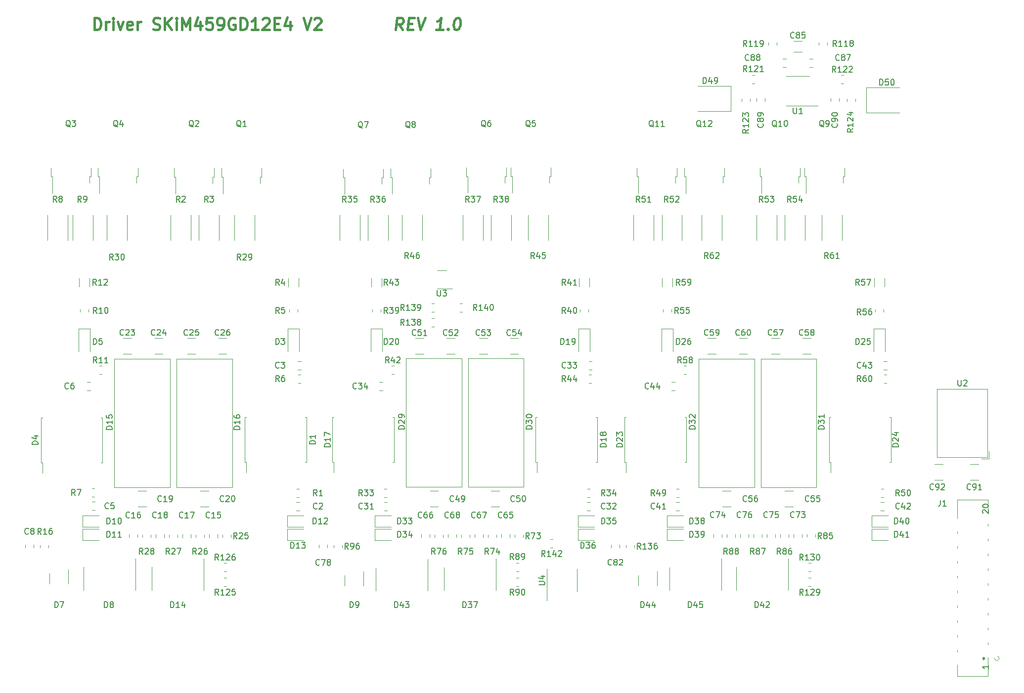
<source format=gbr>
%TF.GenerationSoftware,KiCad,Pcbnew,(6.0.1)*%
%TF.CreationDate,2023-01-11T14:02:27+03:00*%
%TF.ProjectId,Driver_SKiM459GD12E4 V2,44726976-6572-45f5-934b-694d34353947,rev?*%
%TF.SameCoordinates,Original*%
%TF.FileFunction,Legend,Top*%
%TF.FilePolarity,Positive*%
%FSLAX46Y46*%
G04 Gerber Fmt 4.6, Leading zero omitted, Abs format (unit mm)*
G04 Created by KiCad (PCBNEW (6.0.1)) date 2023-01-11 14:02:27*
%MOMM*%
%LPD*%
G01*
G04 APERTURE LIST*
%ADD10C,0.400000*%
%ADD11C,0.150000*%
%ADD12C,0.120000*%
G04 APERTURE END LIST*
D10*
X126842940Y-38496761D02*
X126295321Y-37544380D01*
X125700083Y-38496761D02*
X125950083Y-36496761D01*
X126711988Y-36496761D01*
X126890559Y-36592000D01*
X126973892Y-36687238D01*
X127045321Y-36877714D01*
X127009607Y-37163428D01*
X126890559Y-37353904D01*
X126783416Y-37449142D01*
X126581035Y-37544380D01*
X125819130Y-37544380D01*
X127831035Y-37449142D02*
X128497702Y-37449142D01*
X128652464Y-38496761D02*
X127700083Y-38496761D01*
X127950083Y-36496761D01*
X128902464Y-36496761D01*
X129473892Y-36496761D02*
X129890559Y-38496761D01*
X130807226Y-36496761D01*
X133795321Y-38496761D02*
X132652464Y-38496761D01*
X133223892Y-38496761D02*
X133473892Y-36496761D01*
X133247702Y-36782476D01*
X133033416Y-36972952D01*
X132831035Y-37068190D01*
X134676273Y-38306285D02*
X134759607Y-38401523D01*
X134652464Y-38496761D01*
X134569130Y-38401523D01*
X134676273Y-38306285D01*
X134652464Y-38496761D01*
X136235797Y-36496761D02*
X136426273Y-36496761D01*
X136604845Y-36592000D01*
X136688178Y-36687238D01*
X136759607Y-36877714D01*
X136807226Y-37258666D01*
X136747702Y-37734857D01*
X136604845Y-38115809D01*
X136485797Y-38306285D01*
X136378654Y-38401523D01*
X136176273Y-38496761D01*
X135985797Y-38496761D01*
X135807226Y-38401523D01*
X135723892Y-38306285D01*
X135652464Y-38115809D01*
X135604845Y-37734857D01*
X135664369Y-37258666D01*
X135807226Y-36877714D01*
X135926273Y-36687238D01*
X136033416Y-36592000D01*
X136235797Y-36496761D01*
X74091047Y-38496761D02*
X74091047Y-36496761D01*
X74567238Y-36496761D01*
X74852952Y-36592000D01*
X75043428Y-36782476D01*
X75138666Y-36972952D01*
X75233904Y-37353904D01*
X75233904Y-37639619D01*
X75138666Y-38020571D01*
X75043428Y-38211047D01*
X74852952Y-38401523D01*
X74567238Y-38496761D01*
X74091047Y-38496761D01*
X76091047Y-38496761D02*
X76091047Y-37163428D01*
X76091047Y-37544380D02*
X76186285Y-37353904D01*
X76281523Y-37258666D01*
X76471999Y-37163428D01*
X76662476Y-37163428D01*
X77329142Y-38496761D02*
X77329142Y-37163428D01*
X77329142Y-36496761D02*
X77233904Y-36592000D01*
X77329142Y-36687238D01*
X77424380Y-36592000D01*
X77329142Y-36496761D01*
X77329142Y-36687238D01*
X78091047Y-37163428D02*
X78567238Y-38496761D01*
X79043428Y-37163428D01*
X80567238Y-38401523D02*
X80376761Y-38496761D01*
X79995809Y-38496761D01*
X79805333Y-38401523D01*
X79710095Y-38211047D01*
X79710095Y-37449142D01*
X79805333Y-37258666D01*
X79995809Y-37163428D01*
X80376761Y-37163428D01*
X80567238Y-37258666D01*
X80662476Y-37449142D01*
X80662476Y-37639619D01*
X79710095Y-37830095D01*
X81519619Y-38496761D02*
X81519619Y-37163428D01*
X81519619Y-37544380D02*
X81614857Y-37353904D01*
X81710095Y-37258666D01*
X81900571Y-37163428D01*
X82091047Y-37163428D01*
X84186285Y-38401523D02*
X84472000Y-38496761D01*
X84948190Y-38496761D01*
X85138666Y-38401523D01*
X85233904Y-38306285D01*
X85329142Y-38115809D01*
X85329142Y-37925333D01*
X85233904Y-37734857D01*
X85138666Y-37639619D01*
X84948190Y-37544380D01*
X84567238Y-37449142D01*
X84376761Y-37353904D01*
X84281523Y-37258666D01*
X84186285Y-37068190D01*
X84186285Y-36877714D01*
X84281523Y-36687238D01*
X84376761Y-36592000D01*
X84567238Y-36496761D01*
X85043428Y-36496761D01*
X85329142Y-36592000D01*
X86186285Y-38496761D02*
X86186285Y-36496761D01*
X87329142Y-38496761D02*
X86472000Y-37353904D01*
X87329142Y-36496761D02*
X86186285Y-37639619D01*
X88186285Y-38496761D02*
X88186285Y-37163428D01*
X88186285Y-36496761D02*
X88091047Y-36592000D01*
X88186285Y-36687238D01*
X88281523Y-36592000D01*
X88186285Y-36496761D01*
X88186285Y-36687238D01*
X89138666Y-38496761D02*
X89138666Y-36496761D01*
X89805333Y-37925333D01*
X90472000Y-36496761D01*
X90472000Y-38496761D01*
X92281523Y-37163428D02*
X92281523Y-38496761D01*
X91805333Y-36401523D02*
X91329142Y-37830095D01*
X92567238Y-37830095D01*
X94281523Y-36496761D02*
X93329142Y-36496761D01*
X93233904Y-37449142D01*
X93329142Y-37353904D01*
X93519619Y-37258666D01*
X93995809Y-37258666D01*
X94186285Y-37353904D01*
X94281523Y-37449142D01*
X94376761Y-37639619D01*
X94376761Y-38115809D01*
X94281523Y-38306285D01*
X94186285Y-38401523D01*
X93995809Y-38496761D01*
X93519619Y-38496761D01*
X93329142Y-38401523D01*
X93233904Y-38306285D01*
X95329142Y-38496761D02*
X95710095Y-38496761D01*
X95900571Y-38401523D01*
X95995809Y-38306285D01*
X96186285Y-38020571D01*
X96281523Y-37639619D01*
X96281523Y-36877714D01*
X96186285Y-36687238D01*
X96091047Y-36592000D01*
X95900571Y-36496761D01*
X95519619Y-36496761D01*
X95329142Y-36592000D01*
X95233904Y-36687238D01*
X95138666Y-36877714D01*
X95138666Y-37353904D01*
X95233904Y-37544380D01*
X95329142Y-37639619D01*
X95519619Y-37734857D01*
X95900571Y-37734857D01*
X96091047Y-37639619D01*
X96186285Y-37544380D01*
X96281523Y-37353904D01*
X98186285Y-36592000D02*
X97995809Y-36496761D01*
X97710095Y-36496761D01*
X97424380Y-36592000D01*
X97233904Y-36782476D01*
X97138666Y-36972952D01*
X97043428Y-37353904D01*
X97043428Y-37639619D01*
X97138666Y-38020571D01*
X97233904Y-38211047D01*
X97424380Y-38401523D01*
X97710095Y-38496761D01*
X97900571Y-38496761D01*
X98186285Y-38401523D01*
X98281523Y-38306285D01*
X98281523Y-37639619D01*
X97900571Y-37639619D01*
X99138666Y-38496761D02*
X99138666Y-36496761D01*
X99614857Y-36496761D01*
X99900571Y-36592000D01*
X100091047Y-36782476D01*
X100186285Y-36972952D01*
X100281523Y-37353904D01*
X100281523Y-37639619D01*
X100186285Y-38020571D01*
X100091047Y-38211047D01*
X99900571Y-38401523D01*
X99614857Y-38496761D01*
X99138666Y-38496761D01*
X102186285Y-38496761D02*
X101043428Y-38496761D01*
X101614857Y-38496761D02*
X101614857Y-36496761D01*
X101424380Y-36782476D01*
X101233904Y-36972952D01*
X101043428Y-37068190D01*
X102948190Y-36687238D02*
X103043428Y-36592000D01*
X103233904Y-36496761D01*
X103710095Y-36496761D01*
X103900571Y-36592000D01*
X103995809Y-36687238D01*
X104091047Y-36877714D01*
X104091047Y-37068190D01*
X103995809Y-37353904D01*
X102852952Y-38496761D01*
X104091047Y-38496761D01*
X104948190Y-37449142D02*
X105614857Y-37449142D01*
X105900571Y-38496761D02*
X104948190Y-38496761D01*
X104948190Y-36496761D01*
X105900571Y-36496761D01*
X107614857Y-37163428D02*
X107614857Y-38496761D01*
X107138666Y-36401523D02*
X106662476Y-37830095D01*
X107900571Y-37830095D01*
X109900571Y-36496761D02*
X110567238Y-38496761D01*
X111233904Y-36496761D01*
X111805333Y-36687238D02*
X111900571Y-36592000D01*
X112091047Y-36496761D01*
X112567238Y-36496761D01*
X112757714Y-36592000D01*
X112852952Y-36687238D01*
X112948190Y-36877714D01*
X112948190Y-37068190D01*
X112852952Y-37353904D01*
X111710095Y-38496761D01*
X112948190Y-38496761D01*
D11*
%TO.C,C43*%
X205351142Y-96369142D02*
X205303523Y-96416761D01*
X205160666Y-96464380D01*
X205065428Y-96464380D01*
X204922571Y-96416761D01*
X204827333Y-96321523D01*
X204779714Y-96226285D01*
X204732095Y-96035809D01*
X204732095Y-95892952D01*
X204779714Y-95702476D01*
X204827333Y-95607238D01*
X204922571Y-95512000D01*
X205065428Y-95464380D01*
X205160666Y-95464380D01*
X205303523Y-95512000D01*
X205351142Y-95559619D01*
X206208285Y-95797714D02*
X206208285Y-96464380D01*
X205970190Y-95416761D02*
X205732095Y-96131047D01*
X206351142Y-96131047D01*
X206636857Y-95464380D02*
X207255904Y-95464380D01*
X206922571Y-95845333D01*
X207065428Y-95845333D01*
X207160666Y-95892952D01*
X207208285Y-95940571D01*
X207255904Y-96035809D01*
X207255904Y-96273904D01*
X207208285Y-96369142D01*
X207160666Y-96416761D01*
X207065428Y-96464380D01*
X206779714Y-96464380D01*
X206684476Y-96416761D01*
X206636857Y-96369142D01*
%TO.C,Q11*%
X169862571Y-55157619D02*
X169767333Y-55110000D01*
X169672095Y-55014761D01*
X169529238Y-54871904D01*
X169434000Y-54824285D01*
X169338761Y-54824285D01*
X169386380Y-55062380D02*
X169291142Y-55014761D01*
X169195904Y-54919523D01*
X169148285Y-54729047D01*
X169148285Y-54395714D01*
X169195904Y-54205238D01*
X169291142Y-54110000D01*
X169386380Y-54062380D01*
X169576857Y-54062380D01*
X169672095Y-54110000D01*
X169767333Y-54205238D01*
X169814952Y-54395714D01*
X169814952Y-54729047D01*
X169767333Y-54919523D01*
X169672095Y-55014761D01*
X169576857Y-55062380D01*
X169386380Y-55062380D01*
X170767333Y-55062380D02*
X170195904Y-55062380D01*
X170481619Y-55062380D02*
X170481619Y-54062380D01*
X170386380Y-54205238D01*
X170291142Y-54300476D01*
X170195904Y-54348095D01*
X171719714Y-55062380D02*
X171148285Y-55062380D01*
X171434000Y-55062380D02*
X171434000Y-54062380D01*
X171338761Y-54205238D01*
X171243523Y-54300476D01*
X171148285Y-54348095D01*
%TO.C,C54*%
X145368642Y-90781142D02*
X145321023Y-90828761D01*
X145178166Y-90876380D01*
X145082928Y-90876380D01*
X144940071Y-90828761D01*
X144844833Y-90733523D01*
X144797214Y-90638285D01*
X144749595Y-90447809D01*
X144749595Y-90304952D01*
X144797214Y-90114476D01*
X144844833Y-90019238D01*
X144940071Y-89924000D01*
X145082928Y-89876380D01*
X145178166Y-89876380D01*
X145321023Y-89924000D01*
X145368642Y-89971619D01*
X146273404Y-89876380D02*
X145797214Y-89876380D01*
X145749595Y-90352571D01*
X145797214Y-90304952D01*
X145892452Y-90257333D01*
X146130547Y-90257333D01*
X146225785Y-90304952D01*
X146273404Y-90352571D01*
X146321023Y-90447809D01*
X146321023Y-90685904D01*
X146273404Y-90781142D01*
X146225785Y-90828761D01*
X146130547Y-90876380D01*
X145892452Y-90876380D01*
X145797214Y-90828761D01*
X145749595Y-90781142D01*
X147178166Y-90209714D02*
X147178166Y-90876380D01*
X146940071Y-89828761D02*
X146701976Y-90543047D01*
X147321023Y-90543047D01*
%TO.C,D45*%
X175823714Y-137485380D02*
X175823714Y-136485380D01*
X176061809Y-136485380D01*
X176204666Y-136533000D01*
X176299904Y-136628238D01*
X176347523Y-136723476D01*
X176395142Y-136913952D01*
X176395142Y-137056809D01*
X176347523Y-137247285D01*
X176299904Y-137342523D01*
X176204666Y-137437761D01*
X176061809Y-137485380D01*
X175823714Y-137485380D01*
X177252285Y-136818714D02*
X177252285Y-137485380D01*
X177014190Y-136437761D02*
X176776095Y-137152047D01*
X177395142Y-137152047D01*
X178252285Y-136485380D02*
X177776095Y-136485380D01*
X177728476Y-136961571D01*
X177776095Y-136913952D01*
X177871333Y-136866333D01*
X178109428Y-136866333D01*
X178204666Y-136913952D01*
X178252285Y-136961571D01*
X178299904Y-137056809D01*
X178299904Y-137294904D01*
X178252285Y-137390142D01*
X178204666Y-137437761D01*
X178109428Y-137485380D01*
X177871333Y-137485380D01*
X177776095Y-137437761D01*
X177728476Y-137390142D01*
%TO.C,C55*%
X196461142Y-119229142D02*
X196413523Y-119276761D01*
X196270666Y-119324380D01*
X196175428Y-119324380D01*
X196032571Y-119276761D01*
X195937333Y-119181523D01*
X195889714Y-119086285D01*
X195842095Y-118895809D01*
X195842095Y-118752952D01*
X195889714Y-118562476D01*
X195937333Y-118467238D01*
X196032571Y-118372000D01*
X196175428Y-118324380D01*
X196270666Y-118324380D01*
X196413523Y-118372000D01*
X196461142Y-118419619D01*
X197365904Y-118324380D02*
X196889714Y-118324380D01*
X196842095Y-118800571D01*
X196889714Y-118752952D01*
X196984952Y-118705333D01*
X197223047Y-118705333D01*
X197318285Y-118752952D01*
X197365904Y-118800571D01*
X197413523Y-118895809D01*
X197413523Y-119133904D01*
X197365904Y-119229142D01*
X197318285Y-119276761D01*
X197223047Y-119324380D01*
X196984952Y-119324380D01*
X196889714Y-119276761D01*
X196842095Y-119229142D01*
X198318285Y-118324380D02*
X197842095Y-118324380D01*
X197794476Y-118800571D01*
X197842095Y-118752952D01*
X197937333Y-118705333D01*
X198175428Y-118705333D01*
X198270666Y-118752952D01*
X198318285Y-118800571D01*
X198365904Y-118895809D01*
X198365904Y-119133904D01*
X198318285Y-119229142D01*
X198270666Y-119276761D01*
X198175428Y-119324380D01*
X197937333Y-119324380D01*
X197842095Y-119276761D01*
X197794476Y-119229142D01*
%TO.C,R43*%
X124325142Y-82240380D02*
X123991809Y-81764190D01*
X123753714Y-82240380D02*
X123753714Y-81240380D01*
X124134666Y-81240380D01*
X124229904Y-81288000D01*
X124277523Y-81335619D01*
X124325142Y-81430857D01*
X124325142Y-81573714D01*
X124277523Y-81668952D01*
X124229904Y-81716571D01*
X124134666Y-81764190D01*
X123753714Y-81764190D01*
X125182285Y-81573714D02*
X125182285Y-82240380D01*
X124944190Y-81192761D02*
X124706095Y-81907047D01*
X125325142Y-81907047D01*
X125610857Y-81240380D02*
X126229904Y-81240380D01*
X125896571Y-81621333D01*
X126039428Y-81621333D01*
X126134666Y-81668952D01*
X126182285Y-81716571D01*
X126229904Y-81811809D01*
X126229904Y-82049904D01*
X126182285Y-82145142D01*
X126134666Y-82192761D01*
X126039428Y-82240380D01*
X125753714Y-82240380D01*
X125658476Y-82192761D01*
X125610857Y-82145142D01*
%TO.C,C65*%
X143883142Y-122023142D02*
X143835523Y-122070761D01*
X143692666Y-122118380D01*
X143597428Y-122118380D01*
X143454571Y-122070761D01*
X143359333Y-121975523D01*
X143311714Y-121880285D01*
X143264095Y-121689809D01*
X143264095Y-121546952D01*
X143311714Y-121356476D01*
X143359333Y-121261238D01*
X143454571Y-121166000D01*
X143597428Y-121118380D01*
X143692666Y-121118380D01*
X143835523Y-121166000D01*
X143883142Y-121213619D01*
X144740285Y-121118380D02*
X144549809Y-121118380D01*
X144454571Y-121166000D01*
X144406952Y-121213619D01*
X144311714Y-121356476D01*
X144264095Y-121546952D01*
X144264095Y-121927904D01*
X144311714Y-122023142D01*
X144359333Y-122070761D01*
X144454571Y-122118380D01*
X144645047Y-122118380D01*
X144740285Y-122070761D01*
X144787904Y-122023142D01*
X144835523Y-121927904D01*
X144835523Y-121689809D01*
X144787904Y-121594571D01*
X144740285Y-121546952D01*
X144645047Y-121499333D01*
X144454571Y-121499333D01*
X144359333Y-121546952D01*
X144311714Y-121594571D01*
X144264095Y-121689809D01*
X145740285Y-121118380D02*
X145264095Y-121118380D01*
X145216476Y-121594571D01*
X145264095Y-121546952D01*
X145359333Y-121499333D01*
X145597428Y-121499333D01*
X145692666Y-121546952D01*
X145740285Y-121594571D01*
X145787904Y-121689809D01*
X145787904Y-121927904D01*
X145740285Y-122023142D01*
X145692666Y-122070761D01*
X145597428Y-122118380D01*
X145359333Y-122118380D01*
X145264095Y-122070761D01*
X145216476Y-122023142D01*
%TO.C,D50*%
X208589714Y-47998380D02*
X208589714Y-46998380D01*
X208827809Y-46998380D01*
X208970666Y-47046000D01*
X209065904Y-47141238D01*
X209113523Y-47236476D01*
X209161142Y-47426952D01*
X209161142Y-47569809D01*
X209113523Y-47760285D01*
X209065904Y-47855523D01*
X208970666Y-47950761D01*
X208827809Y-47998380D01*
X208589714Y-47998380D01*
X210065904Y-46998380D02*
X209589714Y-46998380D01*
X209542095Y-47474571D01*
X209589714Y-47426952D01*
X209684952Y-47379333D01*
X209923047Y-47379333D01*
X210018285Y-47426952D01*
X210065904Y-47474571D01*
X210113523Y-47569809D01*
X210113523Y-47807904D01*
X210065904Y-47903142D01*
X210018285Y-47950761D01*
X209923047Y-47998380D01*
X209684952Y-47998380D01*
X209589714Y-47950761D01*
X209542095Y-47903142D01*
X210732571Y-46998380D02*
X210827809Y-46998380D01*
X210923047Y-47046000D01*
X210970666Y-47093619D01*
X211018285Y-47188857D01*
X211065904Y-47379333D01*
X211065904Y-47617428D01*
X211018285Y-47807904D01*
X210970666Y-47903142D01*
X210923047Y-47950761D01*
X210827809Y-47998380D01*
X210732571Y-47998380D01*
X210637333Y-47950761D01*
X210589714Y-47903142D01*
X210542095Y-47807904D01*
X210494476Y-47617428D01*
X210494476Y-47379333D01*
X210542095Y-47188857D01*
X210589714Y-47093619D01*
X210637333Y-47046000D01*
X210732571Y-46998380D01*
%TO.C,R26*%
X91559142Y-128341380D02*
X91225809Y-127865190D01*
X90987714Y-128341380D02*
X90987714Y-127341380D01*
X91368666Y-127341380D01*
X91463904Y-127389000D01*
X91511523Y-127436619D01*
X91559142Y-127531857D01*
X91559142Y-127674714D01*
X91511523Y-127769952D01*
X91463904Y-127817571D01*
X91368666Y-127865190D01*
X90987714Y-127865190D01*
X91940095Y-127436619D02*
X91987714Y-127389000D01*
X92082952Y-127341380D01*
X92321047Y-127341380D01*
X92416285Y-127389000D01*
X92463904Y-127436619D01*
X92511523Y-127531857D01*
X92511523Y-127627095D01*
X92463904Y-127769952D01*
X91892476Y-128341380D01*
X92511523Y-128341380D01*
X93368666Y-127341380D02*
X93178190Y-127341380D01*
X93082952Y-127389000D01*
X93035333Y-127436619D01*
X92940095Y-127579476D01*
X92892476Y-127769952D01*
X92892476Y-128150904D01*
X92940095Y-128246142D01*
X92987714Y-128293761D01*
X93082952Y-128341380D01*
X93273428Y-128341380D01*
X93368666Y-128293761D01*
X93416285Y-128246142D01*
X93463904Y-128150904D01*
X93463904Y-127912809D01*
X93416285Y-127817571D01*
X93368666Y-127769952D01*
X93273428Y-127722333D01*
X93082952Y-127722333D01*
X92987714Y-127769952D01*
X92940095Y-127817571D01*
X92892476Y-127912809D01*
%TO.C,R41*%
X154805142Y-82240380D02*
X154471809Y-81764190D01*
X154233714Y-82240380D02*
X154233714Y-81240380D01*
X154614666Y-81240380D01*
X154709904Y-81288000D01*
X154757523Y-81335619D01*
X154805142Y-81430857D01*
X154805142Y-81573714D01*
X154757523Y-81668952D01*
X154709904Y-81716571D01*
X154614666Y-81764190D01*
X154233714Y-81764190D01*
X155662285Y-81573714D02*
X155662285Y-82240380D01*
X155424190Y-81192761D02*
X155186095Y-81907047D01*
X155805142Y-81907047D01*
X156709904Y-82240380D02*
X156138476Y-82240380D01*
X156424190Y-82240380D02*
X156424190Y-81240380D01*
X156328952Y-81383238D01*
X156233714Y-81478476D01*
X156138476Y-81526095D01*
%TO.C,R138*%
X127150952Y-89098380D02*
X126817619Y-88622190D01*
X126579523Y-89098380D02*
X126579523Y-88098380D01*
X126960476Y-88098380D01*
X127055714Y-88146000D01*
X127103333Y-88193619D01*
X127150952Y-88288857D01*
X127150952Y-88431714D01*
X127103333Y-88526952D01*
X127055714Y-88574571D01*
X126960476Y-88622190D01*
X126579523Y-88622190D01*
X128103333Y-89098380D02*
X127531904Y-89098380D01*
X127817619Y-89098380D02*
X127817619Y-88098380D01*
X127722380Y-88241238D01*
X127627142Y-88336476D01*
X127531904Y-88384095D01*
X128436666Y-88098380D02*
X129055714Y-88098380D01*
X128722380Y-88479333D01*
X128865238Y-88479333D01*
X128960476Y-88526952D01*
X129008095Y-88574571D01*
X129055714Y-88669809D01*
X129055714Y-88907904D01*
X129008095Y-89003142D01*
X128960476Y-89050761D01*
X128865238Y-89098380D01*
X128579523Y-89098380D01*
X128484285Y-89050761D01*
X128436666Y-89003142D01*
X129627142Y-88526952D02*
X129531904Y-88479333D01*
X129484285Y-88431714D01*
X129436666Y-88336476D01*
X129436666Y-88288857D01*
X129484285Y-88193619D01*
X129531904Y-88146000D01*
X129627142Y-88098380D01*
X129817619Y-88098380D01*
X129912857Y-88146000D01*
X129960476Y-88193619D01*
X130008095Y-88288857D01*
X130008095Y-88336476D01*
X129960476Y-88431714D01*
X129912857Y-88479333D01*
X129817619Y-88526952D01*
X129627142Y-88526952D01*
X129531904Y-88574571D01*
X129484285Y-88622190D01*
X129436666Y-88717428D01*
X129436666Y-88907904D01*
X129484285Y-89003142D01*
X129531904Y-89050761D01*
X129627142Y-89098380D01*
X129817619Y-89098380D01*
X129912857Y-89050761D01*
X129960476Y-89003142D01*
X130008095Y-88907904D01*
X130008095Y-88717428D01*
X129960476Y-88622190D01*
X129912857Y-88574571D01*
X129817619Y-88526952D01*
%TO.C,C42*%
X211955142Y-120499142D02*
X211907523Y-120546761D01*
X211764666Y-120594380D01*
X211669428Y-120594380D01*
X211526571Y-120546761D01*
X211431333Y-120451523D01*
X211383714Y-120356285D01*
X211336095Y-120165809D01*
X211336095Y-120022952D01*
X211383714Y-119832476D01*
X211431333Y-119737238D01*
X211526571Y-119642000D01*
X211669428Y-119594380D01*
X211764666Y-119594380D01*
X211907523Y-119642000D01*
X211955142Y-119689619D01*
X212812285Y-119927714D02*
X212812285Y-120594380D01*
X212574190Y-119546761D02*
X212336095Y-120261047D01*
X212955142Y-120261047D01*
X213288476Y-119689619D02*
X213336095Y-119642000D01*
X213431333Y-119594380D01*
X213669428Y-119594380D01*
X213764666Y-119642000D01*
X213812285Y-119689619D01*
X213859904Y-119784857D01*
X213859904Y-119880095D01*
X213812285Y-120022952D01*
X213240857Y-120594380D01*
X213859904Y-120594380D01*
%TO.C,C15*%
X93845142Y-122023142D02*
X93797523Y-122070761D01*
X93654666Y-122118380D01*
X93559428Y-122118380D01*
X93416571Y-122070761D01*
X93321333Y-121975523D01*
X93273714Y-121880285D01*
X93226095Y-121689809D01*
X93226095Y-121546952D01*
X93273714Y-121356476D01*
X93321333Y-121261238D01*
X93416571Y-121166000D01*
X93559428Y-121118380D01*
X93654666Y-121118380D01*
X93797523Y-121166000D01*
X93845142Y-121213619D01*
X94797523Y-122118380D02*
X94226095Y-122118380D01*
X94511809Y-122118380D02*
X94511809Y-121118380D01*
X94416571Y-121261238D01*
X94321333Y-121356476D01*
X94226095Y-121404095D01*
X95702285Y-121118380D02*
X95226095Y-121118380D01*
X95178476Y-121594571D01*
X95226095Y-121546952D01*
X95321333Y-121499333D01*
X95559428Y-121499333D01*
X95654666Y-121546952D01*
X95702285Y-121594571D01*
X95749904Y-121689809D01*
X95749904Y-121927904D01*
X95702285Y-122023142D01*
X95654666Y-122070761D01*
X95559428Y-122118380D01*
X95321333Y-122118380D01*
X95226095Y-122070761D01*
X95178476Y-122023142D01*
%TO.C,C53*%
X140073142Y-90781142D02*
X140025523Y-90828761D01*
X139882666Y-90876380D01*
X139787428Y-90876380D01*
X139644571Y-90828761D01*
X139549333Y-90733523D01*
X139501714Y-90638285D01*
X139454095Y-90447809D01*
X139454095Y-90304952D01*
X139501714Y-90114476D01*
X139549333Y-90019238D01*
X139644571Y-89924000D01*
X139787428Y-89876380D01*
X139882666Y-89876380D01*
X140025523Y-89924000D01*
X140073142Y-89971619D01*
X140977904Y-89876380D02*
X140501714Y-89876380D01*
X140454095Y-90352571D01*
X140501714Y-90304952D01*
X140596952Y-90257333D01*
X140835047Y-90257333D01*
X140930285Y-90304952D01*
X140977904Y-90352571D01*
X141025523Y-90447809D01*
X141025523Y-90685904D01*
X140977904Y-90781142D01*
X140930285Y-90828761D01*
X140835047Y-90876380D01*
X140596952Y-90876380D01*
X140501714Y-90828761D01*
X140454095Y-90781142D01*
X141358857Y-89876380D02*
X141977904Y-89876380D01*
X141644571Y-90257333D01*
X141787428Y-90257333D01*
X141882666Y-90304952D01*
X141930285Y-90352571D01*
X141977904Y-90447809D01*
X141977904Y-90685904D01*
X141930285Y-90781142D01*
X141882666Y-90828761D01*
X141787428Y-90876380D01*
X141501714Y-90876380D01*
X141406476Y-90828761D01*
X141358857Y-90781142D01*
%TO.C,Q10*%
X190944571Y-55157619D02*
X190849333Y-55110000D01*
X190754095Y-55014761D01*
X190611238Y-54871904D01*
X190516000Y-54824285D01*
X190420761Y-54824285D01*
X190468380Y-55062380D02*
X190373142Y-55014761D01*
X190277904Y-54919523D01*
X190230285Y-54729047D01*
X190230285Y-54395714D01*
X190277904Y-54205238D01*
X190373142Y-54110000D01*
X190468380Y-54062380D01*
X190658857Y-54062380D01*
X190754095Y-54110000D01*
X190849333Y-54205238D01*
X190896952Y-54395714D01*
X190896952Y-54729047D01*
X190849333Y-54919523D01*
X190754095Y-55014761D01*
X190658857Y-55062380D01*
X190468380Y-55062380D01*
X191849333Y-55062380D02*
X191277904Y-55062380D01*
X191563619Y-55062380D02*
X191563619Y-54062380D01*
X191468380Y-54205238D01*
X191373142Y-54300476D01*
X191277904Y-54348095D01*
X192468380Y-54062380D02*
X192563619Y-54062380D01*
X192658857Y-54110000D01*
X192706476Y-54157619D01*
X192754095Y-54252857D01*
X192801714Y-54443333D01*
X192801714Y-54681428D01*
X192754095Y-54871904D01*
X192706476Y-54967142D01*
X192658857Y-55014761D01*
X192563619Y-55062380D01*
X192468380Y-55062380D01*
X192373142Y-55014761D01*
X192325523Y-54967142D01*
X192277904Y-54871904D01*
X192230285Y-54681428D01*
X192230285Y-54443333D01*
X192277904Y-54252857D01*
X192325523Y-54157619D01*
X192373142Y-54110000D01*
X192468380Y-54062380D01*
%TO.C,D1*%
X111958380Y-109450095D02*
X110958380Y-109450095D01*
X110958380Y-109212000D01*
X111006000Y-109069142D01*
X111101238Y-108973904D01*
X111196476Y-108926285D01*
X111386952Y-108878666D01*
X111529809Y-108878666D01*
X111720285Y-108926285D01*
X111815523Y-108973904D01*
X111910761Y-109069142D01*
X111958380Y-109212000D01*
X111958380Y-109450095D01*
X111958380Y-107926285D02*
X111958380Y-108497714D01*
X111958380Y-108212000D02*
X110958380Y-108212000D01*
X111101238Y-108307238D01*
X111196476Y-108402476D01*
X111244095Y-108497714D01*
%TO.C,D16*%
X99004380Y-106956285D02*
X98004380Y-106956285D01*
X98004380Y-106718190D01*
X98052000Y-106575333D01*
X98147238Y-106480095D01*
X98242476Y-106432476D01*
X98432952Y-106384857D01*
X98575809Y-106384857D01*
X98766285Y-106432476D01*
X98861523Y-106480095D01*
X98956761Y-106575333D01*
X99004380Y-106718190D01*
X99004380Y-106956285D01*
X99004380Y-105432476D02*
X99004380Y-106003904D01*
X99004380Y-105718190D02*
X98004380Y-105718190D01*
X98147238Y-105813428D01*
X98242476Y-105908666D01*
X98290095Y-106003904D01*
X98004380Y-104575333D02*
X98004380Y-104765809D01*
X98052000Y-104861047D01*
X98099619Y-104908666D01*
X98242476Y-105003904D01*
X98432952Y-105051523D01*
X98813904Y-105051523D01*
X98909142Y-105003904D01*
X98956761Y-104956285D01*
X99004380Y-104861047D01*
X99004380Y-104670571D01*
X98956761Y-104575333D01*
X98909142Y-104527714D01*
X98813904Y-104480095D01*
X98575809Y-104480095D01*
X98480571Y-104527714D01*
X98432952Y-104575333D01*
X98385333Y-104670571D01*
X98385333Y-104861047D01*
X98432952Y-104956285D01*
X98480571Y-105003904D01*
X98575809Y-105051523D01*
%TO.C,R39*%
X124325142Y-87066380D02*
X123991809Y-86590190D01*
X123753714Y-87066380D02*
X123753714Y-86066380D01*
X124134666Y-86066380D01*
X124229904Y-86114000D01*
X124277523Y-86161619D01*
X124325142Y-86256857D01*
X124325142Y-86399714D01*
X124277523Y-86494952D01*
X124229904Y-86542571D01*
X124134666Y-86590190D01*
X123753714Y-86590190D01*
X124658476Y-86066380D02*
X125277523Y-86066380D01*
X124944190Y-86447333D01*
X125087047Y-86447333D01*
X125182285Y-86494952D01*
X125229904Y-86542571D01*
X125277523Y-86637809D01*
X125277523Y-86875904D01*
X125229904Y-86971142D01*
X125182285Y-87018761D01*
X125087047Y-87066380D01*
X124801333Y-87066380D01*
X124706095Y-87018761D01*
X124658476Y-86971142D01*
X125753714Y-87066380D02*
X125944190Y-87066380D01*
X126039428Y-87018761D01*
X126087047Y-86971142D01*
X126182285Y-86828285D01*
X126229904Y-86637809D01*
X126229904Y-86256857D01*
X126182285Y-86161619D01*
X126134666Y-86114000D01*
X126039428Y-86066380D01*
X125848952Y-86066380D01*
X125753714Y-86114000D01*
X125706095Y-86161619D01*
X125658476Y-86256857D01*
X125658476Y-86494952D01*
X125706095Y-86590190D01*
X125753714Y-86637809D01*
X125848952Y-86685428D01*
X126039428Y-86685428D01*
X126134666Y-86637809D01*
X126182285Y-86590190D01*
X126229904Y-86494952D01*
%TO.C,D14*%
X87177714Y-137485380D02*
X87177714Y-136485380D01*
X87415809Y-136485380D01*
X87558666Y-136533000D01*
X87653904Y-136628238D01*
X87701523Y-136723476D01*
X87749142Y-136913952D01*
X87749142Y-137056809D01*
X87701523Y-137247285D01*
X87653904Y-137342523D01*
X87558666Y-137437761D01*
X87415809Y-137485380D01*
X87177714Y-137485380D01*
X88701523Y-137485380D02*
X88130095Y-137485380D01*
X88415809Y-137485380D02*
X88415809Y-136485380D01*
X88320571Y-136628238D01*
X88225333Y-136723476D01*
X88130095Y-136771095D01*
X89558666Y-136818714D02*
X89558666Y-137485380D01*
X89320571Y-136437761D02*
X89082476Y-137152047D01*
X89701523Y-137152047D01*
%TO.C,D44*%
X167695714Y-137485380D02*
X167695714Y-136485380D01*
X167933809Y-136485380D01*
X168076666Y-136533000D01*
X168171904Y-136628238D01*
X168219523Y-136723476D01*
X168267142Y-136913952D01*
X168267142Y-137056809D01*
X168219523Y-137247285D01*
X168171904Y-137342523D01*
X168076666Y-137437761D01*
X167933809Y-137485380D01*
X167695714Y-137485380D01*
X169124285Y-136818714D02*
X169124285Y-137485380D01*
X168886190Y-136437761D02*
X168648095Y-137152047D01*
X169267142Y-137152047D01*
X170076666Y-136818714D02*
X170076666Y-137485380D01*
X169838571Y-136437761D02*
X169600476Y-137152047D01*
X170219523Y-137152047D01*
%TO.C,R122*%
X201064952Y-45792380D02*
X200731619Y-45316190D01*
X200493523Y-45792380D02*
X200493523Y-44792380D01*
X200874476Y-44792380D01*
X200969714Y-44840000D01*
X201017333Y-44887619D01*
X201064952Y-44982857D01*
X201064952Y-45125714D01*
X201017333Y-45220952D01*
X200969714Y-45268571D01*
X200874476Y-45316190D01*
X200493523Y-45316190D01*
X202017333Y-45792380D02*
X201445904Y-45792380D01*
X201731619Y-45792380D02*
X201731619Y-44792380D01*
X201636380Y-44935238D01*
X201541142Y-45030476D01*
X201445904Y-45078095D01*
X202398285Y-44887619D02*
X202445904Y-44840000D01*
X202541142Y-44792380D01*
X202779238Y-44792380D01*
X202874476Y-44840000D01*
X202922095Y-44887619D01*
X202969714Y-44982857D01*
X202969714Y-45078095D01*
X202922095Y-45220952D01*
X202350666Y-45792380D01*
X202969714Y-45792380D01*
X203350666Y-44887619D02*
X203398285Y-44840000D01*
X203493523Y-44792380D01*
X203731619Y-44792380D01*
X203826857Y-44840000D01*
X203874476Y-44887619D01*
X203922095Y-44982857D01*
X203922095Y-45078095D01*
X203874476Y-45220952D01*
X203303047Y-45792380D01*
X203922095Y-45792380D01*
%TO.C,D11*%
X76255714Y-125420380D02*
X76255714Y-124420380D01*
X76493809Y-124420380D01*
X76636666Y-124468000D01*
X76731904Y-124563238D01*
X76779523Y-124658476D01*
X76827142Y-124848952D01*
X76827142Y-124991809D01*
X76779523Y-125182285D01*
X76731904Y-125277523D01*
X76636666Y-125372761D01*
X76493809Y-125420380D01*
X76255714Y-125420380D01*
X77779523Y-125420380D02*
X77208095Y-125420380D01*
X77493809Y-125420380D02*
X77493809Y-124420380D01*
X77398571Y-124563238D01*
X77303333Y-124658476D01*
X77208095Y-124706095D01*
X78731904Y-125420380D02*
X78160476Y-125420380D01*
X78446190Y-125420380D02*
X78446190Y-124420380D01*
X78350952Y-124563238D01*
X78255714Y-124658476D01*
X78160476Y-124706095D01*
%TO.C,C23*%
X79113142Y-90767142D02*
X79065523Y-90814761D01*
X78922666Y-90862380D01*
X78827428Y-90862380D01*
X78684571Y-90814761D01*
X78589333Y-90719523D01*
X78541714Y-90624285D01*
X78494095Y-90433809D01*
X78494095Y-90290952D01*
X78541714Y-90100476D01*
X78589333Y-90005238D01*
X78684571Y-89910000D01*
X78827428Y-89862380D01*
X78922666Y-89862380D01*
X79065523Y-89910000D01*
X79113142Y-89957619D01*
X79494095Y-89957619D02*
X79541714Y-89910000D01*
X79636952Y-89862380D01*
X79875047Y-89862380D01*
X79970285Y-89910000D01*
X80017904Y-89957619D01*
X80065523Y-90052857D01*
X80065523Y-90148095D01*
X80017904Y-90290952D01*
X79446476Y-90862380D01*
X80065523Y-90862380D01*
X80398857Y-89862380D02*
X81017904Y-89862380D01*
X80684571Y-90243333D01*
X80827428Y-90243333D01*
X80922666Y-90290952D01*
X80970285Y-90338571D01*
X81017904Y-90433809D01*
X81017904Y-90671904D01*
X80970285Y-90767142D01*
X80922666Y-90814761D01*
X80827428Y-90862380D01*
X80541714Y-90862380D01*
X80446476Y-90814761D01*
X80398857Y-90767142D01*
%TO.C,Q1*%
X99218761Y-55157619D02*
X99123523Y-55110000D01*
X99028285Y-55014761D01*
X98885428Y-54871904D01*
X98790190Y-54824285D01*
X98694952Y-54824285D01*
X98742571Y-55062380D02*
X98647333Y-55014761D01*
X98552095Y-54919523D01*
X98504476Y-54729047D01*
X98504476Y-54395714D01*
X98552095Y-54205238D01*
X98647333Y-54110000D01*
X98742571Y-54062380D01*
X98933047Y-54062380D01*
X99028285Y-54110000D01*
X99123523Y-54205238D01*
X99171142Y-54395714D01*
X99171142Y-54729047D01*
X99123523Y-54919523D01*
X99028285Y-55014761D01*
X98933047Y-55062380D01*
X98742571Y-55062380D01*
X100123523Y-55062380D02*
X99552095Y-55062380D01*
X99837809Y-55062380D02*
X99837809Y-54062380D01*
X99742571Y-54205238D01*
X99647333Y-54300476D01*
X99552095Y-54348095D01*
%TO.C,R37*%
X138295142Y-68016380D02*
X137961809Y-67540190D01*
X137723714Y-68016380D02*
X137723714Y-67016380D01*
X138104666Y-67016380D01*
X138199904Y-67064000D01*
X138247523Y-67111619D01*
X138295142Y-67206857D01*
X138295142Y-67349714D01*
X138247523Y-67444952D01*
X138199904Y-67492571D01*
X138104666Y-67540190D01*
X137723714Y-67540190D01*
X138628476Y-67016380D02*
X139247523Y-67016380D01*
X138914190Y-67397333D01*
X139057047Y-67397333D01*
X139152285Y-67444952D01*
X139199904Y-67492571D01*
X139247523Y-67587809D01*
X139247523Y-67825904D01*
X139199904Y-67921142D01*
X139152285Y-67968761D01*
X139057047Y-68016380D01*
X138771333Y-68016380D01*
X138676095Y-67968761D01*
X138628476Y-67921142D01*
X139580857Y-67016380D02*
X140247523Y-67016380D01*
X139818952Y-68016380D01*
%TO.C,R27*%
X86987142Y-128341380D02*
X86653809Y-127865190D01*
X86415714Y-128341380D02*
X86415714Y-127341380D01*
X86796666Y-127341380D01*
X86891904Y-127389000D01*
X86939523Y-127436619D01*
X86987142Y-127531857D01*
X86987142Y-127674714D01*
X86939523Y-127769952D01*
X86891904Y-127817571D01*
X86796666Y-127865190D01*
X86415714Y-127865190D01*
X87368095Y-127436619D02*
X87415714Y-127389000D01*
X87510952Y-127341380D01*
X87749047Y-127341380D01*
X87844285Y-127389000D01*
X87891904Y-127436619D01*
X87939523Y-127531857D01*
X87939523Y-127627095D01*
X87891904Y-127769952D01*
X87320476Y-128341380D01*
X87939523Y-128341380D01*
X88272857Y-127341380D02*
X88939523Y-127341380D01*
X88510952Y-128341380D01*
%TO.C,R88*%
X182491142Y-128341380D02*
X182157809Y-127865190D01*
X181919714Y-128341380D02*
X181919714Y-127341380D01*
X182300666Y-127341380D01*
X182395904Y-127389000D01*
X182443523Y-127436619D01*
X182491142Y-127531857D01*
X182491142Y-127674714D01*
X182443523Y-127769952D01*
X182395904Y-127817571D01*
X182300666Y-127865190D01*
X181919714Y-127865190D01*
X183062571Y-127769952D02*
X182967333Y-127722333D01*
X182919714Y-127674714D01*
X182872095Y-127579476D01*
X182872095Y-127531857D01*
X182919714Y-127436619D01*
X182967333Y-127389000D01*
X183062571Y-127341380D01*
X183253047Y-127341380D01*
X183348285Y-127389000D01*
X183395904Y-127436619D01*
X183443523Y-127531857D01*
X183443523Y-127579476D01*
X183395904Y-127674714D01*
X183348285Y-127722333D01*
X183253047Y-127769952D01*
X183062571Y-127769952D01*
X182967333Y-127817571D01*
X182919714Y-127865190D01*
X182872095Y-127960428D01*
X182872095Y-128150904D01*
X182919714Y-128246142D01*
X182967333Y-128293761D01*
X183062571Y-128341380D01*
X183253047Y-128341380D01*
X183348285Y-128293761D01*
X183395904Y-128246142D01*
X183443523Y-128150904D01*
X183443523Y-127960428D01*
X183395904Y-127865190D01*
X183348285Y-127817571D01*
X183253047Y-127769952D01*
X184014952Y-127769952D02*
X183919714Y-127722333D01*
X183872095Y-127674714D01*
X183824476Y-127579476D01*
X183824476Y-127531857D01*
X183872095Y-127436619D01*
X183919714Y-127389000D01*
X184014952Y-127341380D01*
X184205428Y-127341380D01*
X184300666Y-127389000D01*
X184348285Y-127436619D01*
X184395904Y-127531857D01*
X184395904Y-127579476D01*
X184348285Y-127674714D01*
X184300666Y-127722333D01*
X184205428Y-127769952D01*
X184014952Y-127769952D01*
X183919714Y-127817571D01*
X183872095Y-127865190D01*
X183824476Y-127960428D01*
X183824476Y-128150904D01*
X183872095Y-128246142D01*
X183919714Y-128293761D01*
X184014952Y-128341380D01*
X184205428Y-128341380D01*
X184300666Y-128293761D01*
X184348285Y-128246142D01*
X184395904Y-128150904D01*
X184395904Y-127960428D01*
X184348285Y-127865190D01*
X184300666Y-127817571D01*
X184205428Y-127769952D01*
%TO.C,C60*%
X184561642Y-90767142D02*
X184514023Y-90814761D01*
X184371166Y-90862380D01*
X184275928Y-90862380D01*
X184133071Y-90814761D01*
X184037833Y-90719523D01*
X183990214Y-90624285D01*
X183942595Y-90433809D01*
X183942595Y-90290952D01*
X183990214Y-90100476D01*
X184037833Y-90005238D01*
X184133071Y-89910000D01*
X184275928Y-89862380D01*
X184371166Y-89862380D01*
X184514023Y-89910000D01*
X184561642Y-89957619D01*
X185418785Y-89862380D02*
X185228309Y-89862380D01*
X185133071Y-89910000D01*
X185085452Y-89957619D01*
X184990214Y-90100476D01*
X184942595Y-90290952D01*
X184942595Y-90671904D01*
X184990214Y-90767142D01*
X185037833Y-90814761D01*
X185133071Y-90862380D01*
X185323547Y-90862380D01*
X185418785Y-90814761D01*
X185466404Y-90767142D01*
X185514023Y-90671904D01*
X185514023Y-90433809D01*
X185466404Y-90338571D01*
X185418785Y-90290952D01*
X185323547Y-90243333D01*
X185133071Y-90243333D01*
X185037833Y-90290952D01*
X184990214Y-90338571D01*
X184942595Y-90433809D01*
X186133071Y-89862380D02*
X186228309Y-89862380D01*
X186323547Y-89910000D01*
X186371166Y-89957619D01*
X186418785Y-90052857D01*
X186466404Y-90243333D01*
X186466404Y-90481428D01*
X186418785Y-90671904D01*
X186371166Y-90767142D01*
X186323547Y-90814761D01*
X186228309Y-90862380D01*
X186133071Y-90862380D01*
X186037833Y-90814761D01*
X185990214Y-90767142D01*
X185942595Y-90671904D01*
X185894976Y-90481428D01*
X185894976Y-90243333D01*
X185942595Y-90052857D01*
X185990214Y-89957619D01*
X186037833Y-89910000D01*
X186133071Y-89862380D01*
%TO.C,C49*%
X135628142Y-119229142D02*
X135580523Y-119276761D01*
X135437666Y-119324380D01*
X135342428Y-119324380D01*
X135199571Y-119276761D01*
X135104333Y-119181523D01*
X135056714Y-119086285D01*
X135009095Y-118895809D01*
X135009095Y-118752952D01*
X135056714Y-118562476D01*
X135104333Y-118467238D01*
X135199571Y-118372000D01*
X135342428Y-118324380D01*
X135437666Y-118324380D01*
X135580523Y-118372000D01*
X135628142Y-118419619D01*
X136485285Y-118657714D02*
X136485285Y-119324380D01*
X136247190Y-118276761D02*
X136009095Y-118991047D01*
X136628142Y-118991047D01*
X137056714Y-119324380D02*
X137247190Y-119324380D01*
X137342428Y-119276761D01*
X137390047Y-119229142D01*
X137485285Y-119086285D01*
X137532904Y-118895809D01*
X137532904Y-118514857D01*
X137485285Y-118419619D01*
X137437666Y-118372000D01*
X137342428Y-118324380D01*
X137151952Y-118324380D01*
X137056714Y-118372000D01*
X137009095Y-118419619D01*
X136961476Y-118514857D01*
X136961476Y-118752952D01*
X137009095Y-118848190D01*
X137056714Y-118895809D01*
X137151952Y-118943428D01*
X137342428Y-118943428D01*
X137437666Y-118895809D01*
X137485285Y-118848190D01*
X137532904Y-118752952D01*
%TO.C,C5*%
X76546833Y-120461642D02*
X76499214Y-120509261D01*
X76356357Y-120556880D01*
X76261119Y-120556880D01*
X76118261Y-120509261D01*
X76023023Y-120414023D01*
X75975404Y-120318785D01*
X75927785Y-120128309D01*
X75927785Y-119985452D01*
X75975404Y-119794976D01*
X76023023Y-119699738D01*
X76118261Y-119604500D01*
X76261119Y-119556880D01*
X76356357Y-119556880D01*
X76499214Y-119604500D01*
X76546833Y-119652119D01*
X77451595Y-119556880D02*
X76975404Y-119556880D01*
X76927785Y-120033071D01*
X76975404Y-119985452D01*
X77070642Y-119937833D01*
X77308738Y-119937833D01*
X77403976Y-119985452D01*
X77451595Y-120033071D01*
X77499214Y-120128309D01*
X77499214Y-120366404D01*
X77451595Y-120461642D01*
X77403976Y-120509261D01*
X77308738Y-120556880D01*
X77070642Y-120556880D01*
X76975404Y-120509261D01*
X76927785Y-120461642D01*
%TO.C,D15*%
X77160380Y-106956285D02*
X76160380Y-106956285D01*
X76160380Y-106718190D01*
X76208000Y-106575333D01*
X76303238Y-106480095D01*
X76398476Y-106432476D01*
X76588952Y-106384857D01*
X76731809Y-106384857D01*
X76922285Y-106432476D01*
X77017523Y-106480095D01*
X77112761Y-106575333D01*
X77160380Y-106718190D01*
X77160380Y-106956285D01*
X77160380Y-105432476D02*
X77160380Y-106003904D01*
X77160380Y-105718190D02*
X76160380Y-105718190D01*
X76303238Y-105813428D01*
X76398476Y-105908666D01*
X76446095Y-106003904D01*
X76160380Y-104527714D02*
X76160380Y-105003904D01*
X76636571Y-105051523D01*
X76588952Y-105003904D01*
X76541333Y-104908666D01*
X76541333Y-104670571D01*
X76588952Y-104575333D01*
X76636571Y-104527714D01*
X76731809Y-104480095D01*
X76969904Y-104480095D01*
X77065142Y-104527714D01*
X77112761Y-104575333D01*
X77160380Y-104670571D01*
X77160380Y-104908666D01*
X77112761Y-105003904D01*
X77065142Y-105051523D01*
%TO.C,Q4*%
X78136761Y-55157619D02*
X78041523Y-55110000D01*
X77946285Y-55014761D01*
X77803428Y-54871904D01*
X77708190Y-54824285D01*
X77612952Y-54824285D01*
X77660571Y-55062380D02*
X77565333Y-55014761D01*
X77470095Y-54919523D01*
X77422476Y-54729047D01*
X77422476Y-54395714D01*
X77470095Y-54205238D01*
X77565333Y-54110000D01*
X77660571Y-54062380D01*
X77851047Y-54062380D01*
X77946285Y-54110000D01*
X78041523Y-54205238D01*
X78089142Y-54395714D01*
X78089142Y-54729047D01*
X78041523Y-54919523D01*
X77946285Y-55014761D01*
X77851047Y-55062380D01*
X77660571Y-55062380D01*
X78946285Y-54395714D02*
X78946285Y-55062380D01*
X78708190Y-54014761D02*
X78470095Y-54729047D01*
X79089142Y-54729047D01*
%TO.C,D12*%
X111561714Y-123134380D02*
X111561714Y-122134380D01*
X111799809Y-122134380D01*
X111942666Y-122182000D01*
X112037904Y-122277238D01*
X112085523Y-122372476D01*
X112133142Y-122562952D01*
X112133142Y-122705809D01*
X112085523Y-122896285D01*
X112037904Y-122991523D01*
X111942666Y-123086761D01*
X111799809Y-123134380D01*
X111561714Y-123134380D01*
X113085523Y-123134380D02*
X112514095Y-123134380D01*
X112799809Y-123134380D02*
X112799809Y-122134380D01*
X112704571Y-122277238D01*
X112609333Y-122372476D01*
X112514095Y-122420095D01*
X113466476Y-122229619D02*
X113514095Y-122182000D01*
X113609333Y-122134380D01*
X113847428Y-122134380D01*
X113942666Y-122182000D01*
X113990285Y-122229619D01*
X114037904Y-122324857D01*
X114037904Y-122420095D01*
X113990285Y-122562952D01*
X113418857Y-123134380D01*
X114037904Y-123134380D01*
%TO.C,R139*%
X127150952Y-86558380D02*
X126817619Y-86082190D01*
X126579523Y-86558380D02*
X126579523Y-85558380D01*
X126960476Y-85558380D01*
X127055714Y-85606000D01*
X127103333Y-85653619D01*
X127150952Y-85748857D01*
X127150952Y-85891714D01*
X127103333Y-85986952D01*
X127055714Y-86034571D01*
X126960476Y-86082190D01*
X126579523Y-86082190D01*
X128103333Y-86558380D02*
X127531904Y-86558380D01*
X127817619Y-86558380D02*
X127817619Y-85558380D01*
X127722380Y-85701238D01*
X127627142Y-85796476D01*
X127531904Y-85844095D01*
X128436666Y-85558380D02*
X129055714Y-85558380D01*
X128722380Y-85939333D01*
X128865238Y-85939333D01*
X128960476Y-85986952D01*
X129008095Y-86034571D01*
X129055714Y-86129809D01*
X129055714Y-86367904D01*
X129008095Y-86463142D01*
X128960476Y-86510761D01*
X128865238Y-86558380D01*
X128579523Y-86558380D01*
X128484285Y-86510761D01*
X128436666Y-86463142D01*
X129531904Y-86558380D02*
X129722380Y-86558380D01*
X129817619Y-86510761D01*
X129865238Y-86463142D01*
X129960476Y-86320285D01*
X130008095Y-86129809D01*
X130008095Y-85748857D01*
X129960476Y-85653619D01*
X129912857Y-85606000D01*
X129817619Y-85558380D01*
X129627142Y-85558380D01*
X129531904Y-85606000D01*
X129484285Y-85653619D01*
X129436666Y-85748857D01*
X129436666Y-85986952D01*
X129484285Y-86082190D01*
X129531904Y-86129809D01*
X129627142Y-86177428D01*
X129817619Y-86177428D01*
X129912857Y-86129809D01*
X129960476Y-86082190D01*
X130008095Y-85986952D01*
%TO.C,R53*%
X188587142Y-68016380D02*
X188253809Y-67540190D01*
X188015714Y-68016380D02*
X188015714Y-67016380D01*
X188396666Y-67016380D01*
X188491904Y-67064000D01*
X188539523Y-67111619D01*
X188587142Y-67206857D01*
X188587142Y-67349714D01*
X188539523Y-67444952D01*
X188491904Y-67492571D01*
X188396666Y-67540190D01*
X188015714Y-67540190D01*
X189491904Y-67016380D02*
X189015714Y-67016380D01*
X188968095Y-67492571D01*
X189015714Y-67444952D01*
X189110952Y-67397333D01*
X189349047Y-67397333D01*
X189444285Y-67444952D01*
X189491904Y-67492571D01*
X189539523Y-67587809D01*
X189539523Y-67825904D01*
X189491904Y-67921142D01*
X189444285Y-67968761D01*
X189349047Y-68016380D01*
X189110952Y-68016380D01*
X189015714Y-67968761D01*
X188968095Y-67921142D01*
X189872857Y-67016380D02*
X190491904Y-67016380D01*
X190158571Y-67397333D01*
X190301428Y-67397333D01*
X190396666Y-67444952D01*
X190444285Y-67492571D01*
X190491904Y-67587809D01*
X190491904Y-67825904D01*
X190444285Y-67921142D01*
X190396666Y-67968761D01*
X190301428Y-68016380D01*
X190015714Y-68016380D01*
X189920476Y-67968761D01*
X189872857Y-67921142D01*
%TO.C,R142*%
X151280952Y-128722380D02*
X150947619Y-128246190D01*
X150709523Y-128722380D02*
X150709523Y-127722380D01*
X151090476Y-127722380D01*
X151185714Y-127770000D01*
X151233333Y-127817619D01*
X151280952Y-127912857D01*
X151280952Y-128055714D01*
X151233333Y-128150952D01*
X151185714Y-128198571D01*
X151090476Y-128246190D01*
X150709523Y-128246190D01*
X152233333Y-128722380D02*
X151661904Y-128722380D01*
X151947619Y-128722380D02*
X151947619Y-127722380D01*
X151852380Y-127865238D01*
X151757142Y-127960476D01*
X151661904Y-128008095D01*
X153090476Y-128055714D02*
X153090476Y-128722380D01*
X152852380Y-127674761D02*
X152614285Y-128389047D01*
X153233333Y-128389047D01*
X153566666Y-127817619D02*
X153614285Y-127770000D01*
X153709523Y-127722380D01*
X153947619Y-127722380D01*
X154042857Y-127770000D01*
X154090476Y-127817619D01*
X154138095Y-127912857D01*
X154138095Y-128008095D01*
X154090476Y-128150952D01*
X153519047Y-128722380D01*
X154138095Y-128722380D01*
%TO.C,C88*%
X186174142Y-43664142D02*
X186126523Y-43711761D01*
X185983666Y-43759380D01*
X185888428Y-43759380D01*
X185745571Y-43711761D01*
X185650333Y-43616523D01*
X185602714Y-43521285D01*
X185555095Y-43330809D01*
X185555095Y-43187952D01*
X185602714Y-42997476D01*
X185650333Y-42902238D01*
X185745571Y-42807000D01*
X185888428Y-42759380D01*
X185983666Y-42759380D01*
X186126523Y-42807000D01*
X186174142Y-42854619D01*
X186745571Y-43187952D02*
X186650333Y-43140333D01*
X186602714Y-43092714D01*
X186555095Y-42997476D01*
X186555095Y-42949857D01*
X186602714Y-42854619D01*
X186650333Y-42807000D01*
X186745571Y-42759380D01*
X186936047Y-42759380D01*
X187031285Y-42807000D01*
X187078904Y-42854619D01*
X187126523Y-42949857D01*
X187126523Y-42997476D01*
X187078904Y-43092714D01*
X187031285Y-43140333D01*
X186936047Y-43187952D01*
X186745571Y-43187952D01*
X186650333Y-43235571D01*
X186602714Y-43283190D01*
X186555095Y-43378428D01*
X186555095Y-43568904D01*
X186602714Y-43664142D01*
X186650333Y-43711761D01*
X186745571Y-43759380D01*
X186936047Y-43759380D01*
X187031285Y-43711761D01*
X187078904Y-43664142D01*
X187126523Y-43568904D01*
X187126523Y-43378428D01*
X187078904Y-43283190D01*
X187031285Y-43235571D01*
X186936047Y-43187952D01*
X187697952Y-43187952D02*
X187602714Y-43140333D01*
X187555095Y-43092714D01*
X187507476Y-42997476D01*
X187507476Y-42949857D01*
X187555095Y-42854619D01*
X187602714Y-42807000D01*
X187697952Y-42759380D01*
X187888428Y-42759380D01*
X187983666Y-42807000D01*
X188031285Y-42854619D01*
X188078904Y-42949857D01*
X188078904Y-42997476D01*
X188031285Y-43092714D01*
X187983666Y-43140333D01*
X187888428Y-43187952D01*
X187697952Y-43187952D01*
X187602714Y-43235571D01*
X187555095Y-43283190D01*
X187507476Y-43378428D01*
X187507476Y-43568904D01*
X187555095Y-43664142D01*
X187602714Y-43711761D01*
X187697952Y-43759380D01*
X187888428Y-43759380D01*
X187983666Y-43711761D01*
X188031285Y-43664142D01*
X188078904Y-43568904D01*
X188078904Y-43378428D01*
X188031285Y-43283190D01*
X187983666Y-43235571D01*
X187888428Y-43187952D01*
%TO.C,R12*%
X74445142Y-82240380D02*
X74111809Y-81764190D01*
X73873714Y-82240380D02*
X73873714Y-81240380D01*
X74254666Y-81240380D01*
X74349904Y-81288000D01*
X74397523Y-81335619D01*
X74445142Y-81430857D01*
X74445142Y-81573714D01*
X74397523Y-81668952D01*
X74349904Y-81716571D01*
X74254666Y-81764190D01*
X73873714Y-81764190D01*
X75397523Y-82240380D02*
X74826095Y-82240380D01*
X75111809Y-82240380D02*
X75111809Y-81240380D01*
X75016571Y-81383238D01*
X74921333Y-81478476D01*
X74826095Y-81526095D01*
X75778476Y-81335619D02*
X75826095Y-81288000D01*
X75921333Y-81240380D01*
X76159428Y-81240380D01*
X76254666Y-81288000D01*
X76302285Y-81335619D01*
X76349904Y-81430857D01*
X76349904Y-81526095D01*
X76302285Y-81668952D01*
X75730857Y-82240380D01*
X76349904Y-82240380D01*
%TO.C,C90*%
X201271142Y-54617857D02*
X201318761Y-54665476D01*
X201366380Y-54808333D01*
X201366380Y-54903571D01*
X201318761Y-55046428D01*
X201223523Y-55141666D01*
X201128285Y-55189285D01*
X200937809Y-55236904D01*
X200794952Y-55236904D01*
X200604476Y-55189285D01*
X200509238Y-55141666D01*
X200414000Y-55046428D01*
X200366380Y-54903571D01*
X200366380Y-54808333D01*
X200414000Y-54665476D01*
X200461619Y-54617857D01*
X201366380Y-54141666D02*
X201366380Y-53951190D01*
X201318761Y-53855952D01*
X201271142Y-53808333D01*
X201128285Y-53713095D01*
X200937809Y-53665476D01*
X200556857Y-53665476D01*
X200461619Y-53713095D01*
X200414000Y-53760714D01*
X200366380Y-53855952D01*
X200366380Y-54046428D01*
X200414000Y-54141666D01*
X200461619Y-54189285D01*
X200556857Y-54236904D01*
X200794952Y-54236904D01*
X200890190Y-54189285D01*
X200937809Y-54141666D01*
X200985428Y-54046428D01*
X200985428Y-53855952D01*
X200937809Y-53760714D01*
X200890190Y-53713095D01*
X200794952Y-53665476D01*
X200366380Y-53046428D02*
X200366380Y-52951190D01*
X200414000Y-52855952D01*
X200461619Y-52808333D01*
X200556857Y-52760714D01*
X200747333Y-52713095D01*
X200985428Y-52713095D01*
X201175904Y-52760714D01*
X201271142Y-52808333D01*
X201318761Y-52855952D01*
X201366380Y-52951190D01*
X201366380Y-53046428D01*
X201318761Y-53141666D01*
X201271142Y-53189285D01*
X201175904Y-53236904D01*
X200985428Y-53284523D01*
X200747333Y-53284523D01*
X200556857Y-53236904D01*
X200461619Y-53189285D01*
X200414000Y-53141666D01*
X200366380Y-53046428D01*
%TO.C,C58*%
X195445142Y-90767142D02*
X195397523Y-90814761D01*
X195254666Y-90862380D01*
X195159428Y-90862380D01*
X195016571Y-90814761D01*
X194921333Y-90719523D01*
X194873714Y-90624285D01*
X194826095Y-90433809D01*
X194826095Y-90290952D01*
X194873714Y-90100476D01*
X194921333Y-90005238D01*
X195016571Y-89910000D01*
X195159428Y-89862380D01*
X195254666Y-89862380D01*
X195397523Y-89910000D01*
X195445142Y-89957619D01*
X196349904Y-89862380D02*
X195873714Y-89862380D01*
X195826095Y-90338571D01*
X195873714Y-90290952D01*
X195968952Y-90243333D01*
X196207047Y-90243333D01*
X196302285Y-90290952D01*
X196349904Y-90338571D01*
X196397523Y-90433809D01*
X196397523Y-90671904D01*
X196349904Y-90767142D01*
X196302285Y-90814761D01*
X196207047Y-90862380D01*
X195968952Y-90862380D01*
X195873714Y-90814761D01*
X195826095Y-90767142D01*
X196968952Y-90290952D02*
X196873714Y-90243333D01*
X196826095Y-90195714D01*
X196778476Y-90100476D01*
X196778476Y-90052857D01*
X196826095Y-89957619D01*
X196873714Y-89910000D01*
X196968952Y-89862380D01*
X197159428Y-89862380D01*
X197254666Y-89910000D01*
X197302285Y-89957619D01*
X197349904Y-90052857D01*
X197349904Y-90100476D01*
X197302285Y-90195714D01*
X197254666Y-90243333D01*
X197159428Y-90290952D01*
X196968952Y-90290952D01*
X196873714Y-90338571D01*
X196826095Y-90386190D01*
X196778476Y-90481428D01*
X196778476Y-90671904D01*
X196826095Y-90767142D01*
X196873714Y-90814761D01*
X196968952Y-90862380D01*
X197159428Y-90862380D01*
X197254666Y-90814761D01*
X197302285Y-90767142D01*
X197349904Y-90671904D01*
X197349904Y-90481428D01*
X197302285Y-90386190D01*
X197254666Y-90338571D01*
X197159428Y-90290952D01*
%TO.C,C6*%
X69683333Y-99925142D02*
X69635714Y-99972761D01*
X69492857Y-100020380D01*
X69397619Y-100020380D01*
X69254761Y-99972761D01*
X69159523Y-99877523D01*
X69111904Y-99782285D01*
X69064285Y-99591809D01*
X69064285Y-99448952D01*
X69111904Y-99258476D01*
X69159523Y-99163238D01*
X69254761Y-99068000D01*
X69397619Y-99020380D01*
X69492857Y-99020380D01*
X69635714Y-99068000D01*
X69683333Y-99115619D01*
X70540476Y-99020380D02*
X70350000Y-99020380D01*
X70254761Y-99068000D01*
X70207142Y-99115619D01*
X70111904Y-99258476D01*
X70064285Y-99448952D01*
X70064285Y-99829904D01*
X70111904Y-99925142D01*
X70159523Y-99972761D01*
X70254761Y-100020380D01*
X70445238Y-100020380D01*
X70540476Y-99972761D01*
X70588095Y-99925142D01*
X70635714Y-99829904D01*
X70635714Y-99591809D01*
X70588095Y-99496571D01*
X70540476Y-99448952D01*
X70445238Y-99401333D01*
X70254761Y-99401333D01*
X70159523Y-99448952D01*
X70111904Y-99496571D01*
X70064285Y-99591809D01*
%TO.C,C16*%
X80129142Y-122023142D02*
X80081523Y-122070761D01*
X79938666Y-122118380D01*
X79843428Y-122118380D01*
X79700571Y-122070761D01*
X79605333Y-121975523D01*
X79557714Y-121880285D01*
X79510095Y-121689809D01*
X79510095Y-121546952D01*
X79557714Y-121356476D01*
X79605333Y-121261238D01*
X79700571Y-121166000D01*
X79843428Y-121118380D01*
X79938666Y-121118380D01*
X80081523Y-121166000D01*
X80129142Y-121213619D01*
X81081523Y-122118380D02*
X80510095Y-122118380D01*
X80795809Y-122118380D02*
X80795809Y-121118380D01*
X80700571Y-121261238D01*
X80605333Y-121356476D01*
X80510095Y-121404095D01*
X81938666Y-121118380D02*
X81748190Y-121118380D01*
X81652952Y-121166000D01*
X81605333Y-121213619D01*
X81510095Y-121356476D01*
X81462476Y-121546952D01*
X81462476Y-121927904D01*
X81510095Y-122023142D01*
X81557714Y-122070761D01*
X81652952Y-122118380D01*
X81843428Y-122118380D01*
X81938666Y-122070761D01*
X81986285Y-122023142D01*
X82033904Y-121927904D01*
X82033904Y-121689809D01*
X81986285Y-121594571D01*
X81938666Y-121546952D01*
X81843428Y-121499333D01*
X81652952Y-121499333D01*
X81557714Y-121546952D01*
X81510095Y-121594571D01*
X81462476Y-121689809D01*
%TO.C,R86*%
X191635142Y-128341380D02*
X191301809Y-127865190D01*
X191063714Y-128341380D02*
X191063714Y-127341380D01*
X191444666Y-127341380D01*
X191539904Y-127389000D01*
X191587523Y-127436619D01*
X191635142Y-127531857D01*
X191635142Y-127674714D01*
X191587523Y-127769952D01*
X191539904Y-127817571D01*
X191444666Y-127865190D01*
X191063714Y-127865190D01*
X192206571Y-127769952D02*
X192111333Y-127722333D01*
X192063714Y-127674714D01*
X192016095Y-127579476D01*
X192016095Y-127531857D01*
X192063714Y-127436619D01*
X192111333Y-127389000D01*
X192206571Y-127341380D01*
X192397047Y-127341380D01*
X192492285Y-127389000D01*
X192539904Y-127436619D01*
X192587523Y-127531857D01*
X192587523Y-127579476D01*
X192539904Y-127674714D01*
X192492285Y-127722333D01*
X192397047Y-127769952D01*
X192206571Y-127769952D01*
X192111333Y-127817571D01*
X192063714Y-127865190D01*
X192016095Y-127960428D01*
X192016095Y-128150904D01*
X192063714Y-128246142D01*
X192111333Y-128293761D01*
X192206571Y-128341380D01*
X192397047Y-128341380D01*
X192492285Y-128293761D01*
X192539904Y-128246142D01*
X192587523Y-128150904D01*
X192587523Y-127960428D01*
X192539904Y-127865190D01*
X192492285Y-127817571D01*
X192397047Y-127769952D01*
X193444666Y-127341380D02*
X193254190Y-127341380D01*
X193158952Y-127389000D01*
X193111333Y-127436619D01*
X193016095Y-127579476D01*
X192968476Y-127769952D01*
X192968476Y-128150904D01*
X193016095Y-128246142D01*
X193063714Y-128293761D01*
X193158952Y-128341380D01*
X193349428Y-128341380D01*
X193444666Y-128293761D01*
X193492285Y-128246142D01*
X193539904Y-128150904D01*
X193539904Y-127912809D01*
X193492285Y-127817571D01*
X193444666Y-127769952D01*
X193349428Y-127722333D01*
X193158952Y-127722333D01*
X193063714Y-127769952D01*
X193016095Y-127817571D01*
X192968476Y-127912809D01*
%TO.C,R126*%
X95384952Y-129357380D02*
X95051619Y-128881190D01*
X94813523Y-129357380D02*
X94813523Y-128357380D01*
X95194476Y-128357380D01*
X95289714Y-128405000D01*
X95337333Y-128452619D01*
X95384952Y-128547857D01*
X95384952Y-128690714D01*
X95337333Y-128785952D01*
X95289714Y-128833571D01*
X95194476Y-128881190D01*
X94813523Y-128881190D01*
X96337333Y-129357380D02*
X95765904Y-129357380D01*
X96051619Y-129357380D02*
X96051619Y-128357380D01*
X95956380Y-128500238D01*
X95861142Y-128595476D01*
X95765904Y-128643095D01*
X96718285Y-128452619D02*
X96765904Y-128405000D01*
X96861142Y-128357380D01*
X97099238Y-128357380D01*
X97194476Y-128405000D01*
X97242095Y-128452619D01*
X97289714Y-128547857D01*
X97289714Y-128643095D01*
X97242095Y-128785952D01*
X96670666Y-129357380D01*
X97289714Y-129357380D01*
X98146857Y-128357380D02*
X97956380Y-128357380D01*
X97861142Y-128405000D01*
X97813523Y-128452619D01*
X97718285Y-128595476D01*
X97670666Y-128785952D01*
X97670666Y-129166904D01*
X97718285Y-129262142D01*
X97765904Y-129309761D01*
X97861142Y-129357380D01*
X98051619Y-129357380D01*
X98146857Y-129309761D01*
X98194476Y-129262142D01*
X98242095Y-129166904D01*
X98242095Y-128928809D01*
X98194476Y-128833571D01*
X98146857Y-128785952D01*
X98051619Y-128738333D01*
X97861142Y-128738333D01*
X97765904Y-128785952D01*
X97718285Y-128833571D01*
X97670666Y-128928809D01*
%TO.C,R89*%
X145899142Y-129230380D02*
X145565809Y-128754190D01*
X145327714Y-129230380D02*
X145327714Y-128230380D01*
X145708666Y-128230380D01*
X145803904Y-128278000D01*
X145851523Y-128325619D01*
X145899142Y-128420857D01*
X145899142Y-128563714D01*
X145851523Y-128658952D01*
X145803904Y-128706571D01*
X145708666Y-128754190D01*
X145327714Y-128754190D01*
X146470571Y-128658952D02*
X146375333Y-128611333D01*
X146327714Y-128563714D01*
X146280095Y-128468476D01*
X146280095Y-128420857D01*
X146327714Y-128325619D01*
X146375333Y-128278000D01*
X146470571Y-128230380D01*
X146661047Y-128230380D01*
X146756285Y-128278000D01*
X146803904Y-128325619D01*
X146851523Y-128420857D01*
X146851523Y-128468476D01*
X146803904Y-128563714D01*
X146756285Y-128611333D01*
X146661047Y-128658952D01*
X146470571Y-128658952D01*
X146375333Y-128706571D01*
X146327714Y-128754190D01*
X146280095Y-128849428D01*
X146280095Y-129039904D01*
X146327714Y-129135142D01*
X146375333Y-129182761D01*
X146470571Y-129230380D01*
X146661047Y-129230380D01*
X146756285Y-129182761D01*
X146803904Y-129135142D01*
X146851523Y-129039904D01*
X146851523Y-128849428D01*
X146803904Y-128754190D01*
X146756285Y-128706571D01*
X146661047Y-128658952D01*
X147327714Y-129230380D02*
X147518190Y-129230380D01*
X147613428Y-129182761D01*
X147661047Y-129135142D01*
X147756285Y-128992285D01*
X147803904Y-128801809D01*
X147803904Y-128420857D01*
X147756285Y-128325619D01*
X147708666Y-128278000D01*
X147613428Y-128230380D01*
X147422952Y-128230380D01*
X147327714Y-128278000D01*
X147280095Y-128325619D01*
X147232476Y-128420857D01*
X147232476Y-128658952D01*
X147280095Y-128754190D01*
X147327714Y-128801809D01*
X147422952Y-128849428D01*
X147613428Y-128849428D01*
X147708666Y-128801809D01*
X147756285Y-128754190D01*
X147803904Y-128658952D01*
%TO.C,R129*%
X195476952Y-135326380D02*
X195143619Y-134850190D01*
X194905523Y-135326380D02*
X194905523Y-134326380D01*
X195286476Y-134326380D01*
X195381714Y-134374000D01*
X195429333Y-134421619D01*
X195476952Y-134516857D01*
X195476952Y-134659714D01*
X195429333Y-134754952D01*
X195381714Y-134802571D01*
X195286476Y-134850190D01*
X194905523Y-134850190D01*
X196429333Y-135326380D02*
X195857904Y-135326380D01*
X196143619Y-135326380D02*
X196143619Y-134326380D01*
X196048380Y-134469238D01*
X195953142Y-134564476D01*
X195857904Y-134612095D01*
X196810285Y-134421619D02*
X196857904Y-134374000D01*
X196953142Y-134326380D01*
X197191238Y-134326380D01*
X197286476Y-134374000D01*
X197334095Y-134421619D01*
X197381714Y-134516857D01*
X197381714Y-134612095D01*
X197334095Y-134754952D01*
X196762666Y-135326380D01*
X197381714Y-135326380D01*
X197857904Y-135326380D02*
X198048380Y-135326380D01*
X198143619Y-135278761D01*
X198191238Y-135231142D01*
X198286476Y-135088285D01*
X198334095Y-134897809D01*
X198334095Y-134516857D01*
X198286476Y-134421619D01*
X198238857Y-134374000D01*
X198143619Y-134326380D01*
X197953142Y-134326380D01*
X197857904Y-134374000D01*
X197810285Y-134421619D01*
X197762666Y-134516857D01*
X197762666Y-134754952D01*
X197810285Y-134850190D01*
X197857904Y-134897809D01*
X197953142Y-134945428D01*
X198143619Y-134945428D01*
X198238857Y-134897809D01*
X198286476Y-134850190D01*
X198334095Y-134754952D01*
%TO.C,R125*%
X95384952Y-135326380D02*
X95051619Y-134850190D01*
X94813523Y-135326380D02*
X94813523Y-134326380D01*
X95194476Y-134326380D01*
X95289714Y-134374000D01*
X95337333Y-134421619D01*
X95384952Y-134516857D01*
X95384952Y-134659714D01*
X95337333Y-134754952D01*
X95289714Y-134802571D01*
X95194476Y-134850190D01*
X94813523Y-134850190D01*
X96337333Y-135326380D02*
X95765904Y-135326380D01*
X96051619Y-135326380D02*
X96051619Y-134326380D01*
X95956380Y-134469238D01*
X95861142Y-134564476D01*
X95765904Y-134612095D01*
X96718285Y-134421619D02*
X96765904Y-134374000D01*
X96861142Y-134326380D01*
X97099238Y-134326380D01*
X97194476Y-134374000D01*
X97242095Y-134421619D01*
X97289714Y-134516857D01*
X97289714Y-134612095D01*
X97242095Y-134754952D01*
X96670666Y-135326380D01*
X97289714Y-135326380D01*
X98194476Y-134326380D02*
X97718285Y-134326380D01*
X97670666Y-134802571D01*
X97718285Y-134754952D01*
X97813523Y-134707333D01*
X98051619Y-134707333D01*
X98146857Y-134754952D01*
X98194476Y-134802571D01*
X98242095Y-134897809D01*
X98242095Y-135135904D01*
X98194476Y-135231142D01*
X98146857Y-135278761D01*
X98051619Y-135326380D01*
X97813523Y-135326380D01*
X97718285Y-135278761D01*
X97670666Y-135231142D01*
%TO.C,C68*%
X134739142Y-122023142D02*
X134691523Y-122070761D01*
X134548666Y-122118380D01*
X134453428Y-122118380D01*
X134310571Y-122070761D01*
X134215333Y-121975523D01*
X134167714Y-121880285D01*
X134120095Y-121689809D01*
X134120095Y-121546952D01*
X134167714Y-121356476D01*
X134215333Y-121261238D01*
X134310571Y-121166000D01*
X134453428Y-121118380D01*
X134548666Y-121118380D01*
X134691523Y-121166000D01*
X134739142Y-121213619D01*
X135596285Y-121118380D02*
X135405809Y-121118380D01*
X135310571Y-121166000D01*
X135262952Y-121213619D01*
X135167714Y-121356476D01*
X135120095Y-121546952D01*
X135120095Y-121927904D01*
X135167714Y-122023142D01*
X135215333Y-122070761D01*
X135310571Y-122118380D01*
X135501047Y-122118380D01*
X135596285Y-122070761D01*
X135643904Y-122023142D01*
X135691523Y-121927904D01*
X135691523Y-121689809D01*
X135643904Y-121594571D01*
X135596285Y-121546952D01*
X135501047Y-121499333D01*
X135310571Y-121499333D01*
X135215333Y-121546952D01*
X135167714Y-121594571D01*
X135120095Y-121689809D01*
X136262952Y-121546952D02*
X136167714Y-121499333D01*
X136120095Y-121451714D01*
X136072476Y-121356476D01*
X136072476Y-121308857D01*
X136120095Y-121213619D01*
X136167714Y-121166000D01*
X136262952Y-121118380D01*
X136453428Y-121118380D01*
X136548666Y-121166000D01*
X136596285Y-121213619D01*
X136643904Y-121308857D01*
X136643904Y-121356476D01*
X136596285Y-121451714D01*
X136548666Y-121499333D01*
X136453428Y-121546952D01*
X136262952Y-121546952D01*
X136167714Y-121594571D01*
X136120095Y-121642190D01*
X136072476Y-121737428D01*
X136072476Y-121927904D01*
X136120095Y-122023142D01*
X136167714Y-122070761D01*
X136262952Y-122118380D01*
X136453428Y-122118380D01*
X136548666Y-122070761D01*
X136596285Y-122023142D01*
X136643904Y-121927904D01*
X136643904Y-121737428D01*
X136596285Y-121642190D01*
X136548666Y-121594571D01*
X136453428Y-121546952D01*
%TO.C,R60*%
X205351142Y-98750380D02*
X205017809Y-98274190D01*
X204779714Y-98750380D02*
X204779714Y-97750380D01*
X205160666Y-97750380D01*
X205255904Y-97798000D01*
X205303523Y-97845619D01*
X205351142Y-97940857D01*
X205351142Y-98083714D01*
X205303523Y-98178952D01*
X205255904Y-98226571D01*
X205160666Y-98274190D01*
X204779714Y-98274190D01*
X206208285Y-97750380D02*
X206017809Y-97750380D01*
X205922571Y-97798000D01*
X205874952Y-97845619D01*
X205779714Y-97988476D01*
X205732095Y-98178952D01*
X205732095Y-98559904D01*
X205779714Y-98655142D01*
X205827333Y-98702761D01*
X205922571Y-98750380D01*
X206113047Y-98750380D01*
X206208285Y-98702761D01*
X206255904Y-98655142D01*
X206303523Y-98559904D01*
X206303523Y-98321809D01*
X206255904Y-98226571D01*
X206208285Y-98178952D01*
X206113047Y-98131333D01*
X205922571Y-98131333D01*
X205827333Y-98178952D01*
X205779714Y-98226571D01*
X205732095Y-98321809D01*
X206922571Y-97750380D02*
X207017809Y-97750380D01*
X207113047Y-97798000D01*
X207160666Y-97845619D01*
X207208285Y-97940857D01*
X207255904Y-98131333D01*
X207255904Y-98369428D01*
X207208285Y-98559904D01*
X207160666Y-98655142D01*
X207113047Y-98702761D01*
X207017809Y-98750380D01*
X206922571Y-98750380D01*
X206827333Y-98702761D01*
X206779714Y-98655142D01*
X206732095Y-98559904D01*
X206684476Y-98369428D01*
X206684476Y-98131333D01*
X206732095Y-97940857D01*
X206779714Y-97845619D01*
X206827333Y-97798000D01*
X206922571Y-97750380D01*
%TO.C,R2*%
X88733333Y-68016380D02*
X88400000Y-67540190D01*
X88161904Y-68016380D02*
X88161904Y-67016380D01*
X88542857Y-67016380D01*
X88638095Y-67064000D01*
X88685714Y-67111619D01*
X88733333Y-67206857D01*
X88733333Y-67349714D01*
X88685714Y-67444952D01*
X88638095Y-67492571D01*
X88542857Y-67540190D01*
X88161904Y-67540190D01*
X89114285Y-67111619D02*
X89161904Y-67064000D01*
X89257142Y-67016380D01*
X89495238Y-67016380D01*
X89590476Y-67064000D01*
X89638095Y-67111619D01*
X89685714Y-67206857D01*
X89685714Y-67302095D01*
X89638095Y-67444952D01*
X89066666Y-68016380D01*
X89685714Y-68016380D01*
%TO.C,C66*%
X130167142Y-122023142D02*
X130119523Y-122070761D01*
X129976666Y-122118380D01*
X129881428Y-122118380D01*
X129738571Y-122070761D01*
X129643333Y-121975523D01*
X129595714Y-121880285D01*
X129548095Y-121689809D01*
X129548095Y-121546952D01*
X129595714Y-121356476D01*
X129643333Y-121261238D01*
X129738571Y-121166000D01*
X129881428Y-121118380D01*
X129976666Y-121118380D01*
X130119523Y-121166000D01*
X130167142Y-121213619D01*
X131024285Y-121118380D02*
X130833809Y-121118380D01*
X130738571Y-121166000D01*
X130690952Y-121213619D01*
X130595714Y-121356476D01*
X130548095Y-121546952D01*
X130548095Y-121927904D01*
X130595714Y-122023142D01*
X130643333Y-122070761D01*
X130738571Y-122118380D01*
X130929047Y-122118380D01*
X131024285Y-122070761D01*
X131071904Y-122023142D01*
X131119523Y-121927904D01*
X131119523Y-121689809D01*
X131071904Y-121594571D01*
X131024285Y-121546952D01*
X130929047Y-121499333D01*
X130738571Y-121499333D01*
X130643333Y-121546952D01*
X130595714Y-121594571D01*
X130548095Y-121689809D01*
X131976666Y-121118380D02*
X131786190Y-121118380D01*
X131690952Y-121166000D01*
X131643333Y-121213619D01*
X131548095Y-121356476D01*
X131500476Y-121546952D01*
X131500476Y-121927904D01*
X131548095Y-122023142D01*
X131595714Y-122070761D01*
X131690952Y-122118380D01*
X131881428Y-122118380D01*
X131976666Y-122070761D01*
X132024285Y-122023142D01*
X132071904Y-121927904D01*
X132071904Y-121689809D01*
X132024285Y-121594571D01*
X131976666Y-121546952D01*
X131881428Y-121499333D01*
X131690952Y-121499333D01*
X131595714Y-121546952D01*
X131548095Y-121594571D01*
X131500476Y-121689809D01*
%TO.C,R1*%
X112239083Y-118308380D02*
X111905750Y-117832190D01*
X111667654Y-118308380D02*
X111667654Y-117308380D01*
X112048607Y-117308380D01*
X112143845Y-117356000D01*
X112191464Y-117403619D01*
X112239083Y-117498857D01*
X112239083Y-117641714D01*
X112191464Y-117736952D01*
X112143845Y-117784571D01*
X112048607Y-117832190D01*
X111667654Y-117832190D01*
X113191464Y-118308380D02*
X112620035Y-118308380D01*
X112905750Y-118308380D02*
X112905750Y-117308380D01*
X112810511Y-117451238D01*
X112715273Y-117546476D01*
X112620035Y-117594095D01*
%TO.C,Q7*%
X120046761Y-55363619D02*
X119951523Y-55316000D01*
X119856285Y-55220761D01*
X119713428Y-55077904D01*
X119618190Y-55030285D01*
X119522952Y-55030285D01*
X119570571Y-55268380D02*
X119475333Y-55220761D01*
X119380095Y-55125523D01*
X119332476Y-54935047D01*
X119332476Y-54601714D01*
X119380095Y-54411238D01*
X119475333Y-54316000D01*
X119570571Y-54268380D01*
X119761047Y-54268380D01*
X119856285Y-54316000D01*
X119951523Y-54411238D01*
X119999142Y-54601714D01*
X119999142Y-54935047D01*
X119951523Y-55125523D01*
X119856285Y-55220761D01*
X119761047Y-55268380D01*
X119570571Y-55268380D01*
X120332476Y-54268380D02*
X120999142Y-54268380D01*
X120570571Y-55268380D01*
%TO.C,D40*%
X211129714Y-123134380D02*
X211129714Y-122134380D01*
X211367809Y-122134380D01*
X211510666Y-122182000D01*
X211605904Y-122277238D01*
X211653523Y-122372476D01*
X211701142Y-122562952D01*
X211701142Y-122705809D01*
X211653523Y-122896285D01*
X211605904Y-122991523D01*
X211510666Y-123086761D01*
X211367809Y-123134380D01*
X211129714Y-123134380D01*
X212558285Y-122467714D02*
X212558285Y-123134380D01*
X212320190Y-122086761D02*
X212082095Y-122801047D01*
X212701142Y-122801047D01*
X213272571Y-122134380D02*
X213367809Y-122134380D01*
X213463047Y-122182000D01*
X213510666Y-122229619D01*
X213558285Y-122324857D01*
X213605904Y-122515333D01*
X213605904Y-122753428D01*
X213558285Y-122943904D01*
X213510666Y-123039142D01*
X213463047Y-123086761D01*
X213367809Y-123134380D01*
X213272571Y-123134380D01*
X213177333Y-123086761D01*
X213129714Y-123039142D01*
X213082095Y-122943904D01*
X213034476Y-122753428D01*
X213034476Y-122515333D01*
X213082095Y-122324857D01*
X213129714Y-122229619D01*
X213177333Y-122182000D01*
X213272571Y-122134380D01*
%TO.C,R118*%
X201191952Y-41346380D02*
X200858619Y-40870190D01*
X200620523Y-41346380D02*
X200620523Y-40346380D01*
X201001476Y-40346380D01*
X201096714Y-40394000D01*
X201144333Y-40441619D01*
X201191952Y-40536857D01*
X201191952Y-40679714D01*
X201144333Y-40774952D01*
X201096714Y-40822571D01*
X201001476Y-40870190D01*
X200620523Y-40870190D01*
X202144333Y-41346380D02*
X201572904Y-41346380D01*
X201858619Y-41346380D02*
X201858619Y-40346380D01*
X201763380Y-40489238D01*
X201668142Y-40584476D01*
X201572904Y-40632095D01*
X203096714Y-41346380D02*
X202525285Y-41346380D01*
X202811000Y-41346380D02*
X202811000Y-40346380D01*
X202715761Y-40489238D01*
X202620523Y-40584476D01*
X202525285Y-40632095D01*
X203668142Y-40774952D02*
X203572904Y-40727333D01*
X203525285Y-40679714D01*
X203477666Y-40584476D01*
X203477666Y-40536857D01*
X203525285Y-40441619D01*
X203572904Y-40394000D01*
X203668142Y-40346380D01*
X203858619Y-40346380D01*
X203953857Y-40394000D01*
X204001476Y-40441619D01*
X204049095Y-40536857D01*
X204049095Y-40584476D01*
X204001476Y-40679714D01*
X203953857Y-40727333D01*
X203858619Y-40774952D01*
X203668142Y-40774952D01*
X203572904Y-40822571D01*
X203525285Y-40870190D01*
X203477666Y-40965428D01*
X203477666Y-41155904D01*
X203525285Y-41251142D01*
X203572904Y-41298761D01*
X203668142Y-41346380D01*
X203858619Y-41346380D01*
X203953857Y-41298761D01*
X204001476Y-41251142D01*
X204049095Y-41155904D01*
X204049095Y-40965428D01*
X204001476Y-40870190D01*
X203953857Y-40822571D01*
X203858619Y-40774952D01*
%TO.C,R36*%
X122039142Y-68016380D02*
X121705809Y-67540190D01*
X121467714Y-68016380D02*
X121467714Y-67016380D01*
X121848666Y-67016380D01*
X121943904Y-67064000D01*
X121991523Y-67111619D01*
X122039142Y-67206857D01*
X122039142Y-67349714D01*
X121991523Y-67444952D01*
X121943904Y-67492571D01*
X121848666Y-67540190D01*
X121467714Y-67540190D01*
X122372476Y-67016380D02*
X122991523Y-67016380D01*
X122658190Y-67397333D01*
X122801047Y-67397333D01*
X122896285Y-67444952D01*
X122943904Y-67492571D01*
X122991523Y-67587809D01*
X122991523Y-67825904D01*
X122943904Y-67921142D01*
X122896285Y-67968761D01*
X122801047Y-68016380D01*
X122515333Y-68016380D01*
X122420095Y-67968761D01*
X122372476Y-67921142D01*
X123848666Y-67016380D02*
X123658190Y-67016380D01*
X123562952Y-67064000D01*
X123515333Y-67111619D01*
X123420095Y-67254476D01*
X123372476Y-67444952D01*
X123372476Y-67825904D01*
X123420095Y-67921142D01*
X123467714Y-67968761D01*
X123562952Y-68016380D01*
X123753428Y-68016380D01*
X123848666Y-67968761D01*
X123896285Y-67921142D01*
X123943904Y-67825904D01*
X123943904Y-67587809D01*
X123896285Y-67492571D01*
X123848666Y-67444952D01*
X123753428Y-67397333D01*
X123562952Y-67397333D01*
X123467714Y-67444952D01*
X123420095Y-67492571D01*
X123372476Y-67587809D01*
%TO.C,C33*%
X154805142Y-96369142D02*
X154757523Y-96416761D01*
X154614666Y-96464380D01*
X154519428Y-96464380D01*
X154376571Y-96416761D01*
X154281333Y-96321523D01*
X154233714Y-96226285D01*
X154186095Y-96035809D01*
X154186095Y-95892952D01*
X154233714Y-95702476D01*
X154281333Y-95607238D01*
X154376571Y-95512000D01*
X154519428Y-95464380D01*
X154614666Y-95464380D01*
X154757523Y-95512000D01*
X154805142Y-95559619D01*
X155138476Y-95464380D02*
X155757523Y-95464380D01*
X155424190Y-95845333D01*
X155567047Y-95845333D01*
X155662285Y-95892952D01*
X155709904Y-95940571D01*
X155757523Y-96035809D01*
X155757523Y-96273904D01*
X155709904Y-96369142D01*
X155662285Y-96416761D01*
X155567047Y-96464380D01*
X155281333Y-96464380D01*
X155186095Y-96416761D01*
X155138476Y-96369142D01*
X156090857Y-95464380D02*
X156709904Y-95464380D01*
X156376571Y-95845333D01*
X156519428Y-95845333D01*
X156614666Y-95892952D01*
X156662285Y-95940571D01*
X156709904Y-96035809D01*
X156709904Y-96273904D01*
X156662285Y-96369142D01*
X156614666Y-96416761D01*
X156519428Y-96464380D01*
X156233714Y-96464380D01*
X156138476Y-96416761D01*
X156090857Y-96369142D01*
%TO.C,R59*%
X174363142Y-82240380D02*
X174029809Y-81764190D01*
X173791714Y-82240380D02*
X173791714Y-81240380D01*
X174172666Y-81240380D01*
X174267904Y-81288000D01*
X174315523Y-81335619D01*
X174363142Y-81430857D01*
X174363142Y-81573714D01*
X174315523Y-81668952D01*
X174267904Y-81716571D01*
X174172666Y-81764190D01*
X173791714Y-81764190D01*
X175267904Y-81240380D02*
X174791714Y-81240380D01*
X174744095Y-81716571D01*
X174791714Y-81668952D01*
X174886952Y-81621333D01*
X175125047Y-81621333D01*
X175220285Y-81668952D01*
X175267904Y-81716571D01*
X175315523Y-81811809D01*
X175315523Y-82049904D01*
X175267904Y-82145142D01*
X175220285Y-82192761D01*
X175125047Y-82240380D01*
X174886952Y-82240380D01*
X174791714Y-82192761D01*
X174744095Y-82145142D01*
X175791714Y-82240380D02*
X175982190Y-82240380D01*
X176077428Y-82192761D01*
X176125047Y-82145142D01*
X176220285Y-82002285D01*
X176267904Y-81811809D01*
X176267904Y-81430857D01*
X176220285Y-81335619D01*
X176172666Y-81288000D01*
X176077428Y-81240380D01*
X175886952Y-81240380D01*
X175791714Y-81288000D01*
X175744095Y-81335619D01*
X175696476Y-81430857D01*
X175696476Y-81668952D01*
X175744095Y-81764190D01*
X175791714Y-81811809D01*
X175886952Y-81859428D01*
X176077428Y-81859428D01*
X176172666Y-81811809D01*
X176220285Y-81764190D01*
X176267904Y-81668952D01*
%TO.C,U4*%
X150230380Y-133603904D02*
X151039904Y-133603904D01*
X151135142Y-133556285D01*
X151182761Y-133508666D01*
X151230380Y-133413428D01*
X151230380Y-133222952D01*
X151182761Y-133127714D01*
X151135142Y-133080095D01*
X151039904Y-133032476D01*
X150230380Y-133032476D01*
X150563714Y-132127714D02*
X151230380Y-132127714D01*
X150182761Y-132365809D02*
X150897047Y-132603904D01*
X150897047Y-131984857D01*
%TO.C,D18*%
X161742380Y-109926285D02*
X160742380Y-109926285D01*
X160742380Y-109688190D01*
X160790000Y-109545333D01*
X160885238Y-109450095D01*
X160980476Y-109402476D01*
X161170952Y-109354857D01*
X161313809Y-109354857D01*
X161504285Y-109402476D01*
X161599523Y-109450095D01*
X161694761Y-109545333D01*
X161742380Y-109688190D01*
X161742380Y-109926285D01*
X161742380Y-108402476D02*
X161742380Y-108973904D01*
X161742380Y-108688190D02*
X160742380Y-108688190D01*
X160885238Y-108783428D01*
X160980476Y-108878666D01*
X161028095Y-108973904D01*
X161170952Y-107831047D02*
X161123333Y-107926285D01*
X161075714Y-107973904D01*
X160980476Y-108021523D01*
X160932857Y-108021523D01*
X160837619Y-107973904D01*
X160790000Y-107926285D01*
X160742380Y-107831047D01*
X160742380Y-107640571D01*
X160790000Y-107545333D01*
X160837619Y-107497714D01*
X160932857Y-107450095D01*
X160980476Y-107450095D01*
X161075714Y-107497714D01*
X161123333Y-107545333D01*
X161170952Y-107640571D01*
X161170952Y-107831047D01*
X161218571Y-107926285D01*
X161266190Y-107973904D01*
X161361428Y-108021523D01*
X161551904Y-108021523D01*
X161647142Y-107973904D01*
X161694761Y-107926285D01*
X161742380Y-107831047D01*
X161742380Y-107640571D01*
X161694761Y-107545333D01*
X161647142Y-107497714D01*
X161551904Y-107450095D01*
X161361428Y-107450095D01*
X161266190Y-107497714D01*
X161218571Y-107545333D01*
X161170952Y-107640571D01*
%TO.C,D4*%
X64460380Y-109541845D02*
X63460380Y-109541845D01*
X63460380Y-109303750D01*
X63508000Y-109160892D01*
X63603238Y-109065654D01*
X63698476Y-109018035D01*
X63888952Y-108970416D01*
X64031809Y-108970416D01*
X64222285Y-109018035D01*
X64317523Y-109065654D01*
X64412761Y-109160892D01*
X64460380Y-109303750D01*
X64460380Y-109541845D01*
X63793714Y-108113273D02*
X64460380Y-108113273D01*
X63412761Y-108351369D02*
X64127047Y-108589464D01*
X64127047Y-107970416D01*
%TO.C,C19*%
X85590142Y-119229142D02*
X85542523Y-119276761D01*
X85399666Y-119324380D01*
X85304428Y-119324380D01*
X85161571Y-119276761D01*
X85066333Y-119181523D01*
X85018714Y-119086285D01*
X84971095Y-118895809D01*
X84971095Y-118752952D01*
X85018714Y-118562476D01*
X85066333Y-118467238D01*
X85161571Y-118372000D01*
X85304428Y-118324380D01*
X85399666Y-118324380D01*
X85542523Y-118372000D01*
X85590142Y-118419619D01*
X86542523Y-119324380D02*
X85971095Y-119324380D01*
X86256809Y-119324380D02*
X86256809Y-118324380D01*
X86161571Y-118467238D01*
X86066333Y-118562476D01*
X85971095Y-118610095D01*
X87018714Y-119324380D02*
X87209190Y-119324380D01*
X87304428Y-119276761D01*
X87352047Y-119229142D01*
X87447285Y-119086285D01*
X87494904Y-118895809D01*
X87494904Y-118514857D01*
X87447285Y-118419619D01*
X87399666Y-118372000D01*
X87304428Y-118324380D01*
X87113952Y-118324380D01*
X87018714Y-118372000D01*
X86971095Y-118419619D01*
X86923476Y-118514857D01*
X86923476Y-118752952D01*
X86971095Y-118848190D01*
X87018714Y-118895809D01*
X87113952Y-118943428D01*
X87304428Y-118943428D01*
X87399666Y-118895809D01*
X87447285Y-118848190D01*
X87494904Y-118752952D01*
%TO.C,R4*%
X105751333Y-82240380D02*
X105418000Y-81764190D01*
X105179904Y-82240380D02*
X105179904Y-81240380D01*
X105560857Y-81240380D01*
X105656095Y-81288000D01*
X105703714Y-81335619D01*
X105751333Y-81430857D01*
X105751333Y-81573714D01*
X105703714Y-81668952D01*
X105656095Y-81716571D01*
X105560857Y-81764190D01*
X105179904Y-81764190D01*
X106608476Y-81573714D02*
X106608476Y-82240380D01*
X106370380Y-81192761D02*
X106132285Y-81907047D01*
X106751333Y-81907047D01*
%TO.C,Q12*%
X177990571Y-55157619D02*
X177895333Y-55110000D01*
X177800095Y-55014761D01*
X177657238Y-54871904D01*
X177562000Y-54824285D01*
X177466761Y-54824285D01*
X177514380Y-55062380D02*
X177419142Y-55014761D01*
X177323904Y-54919523D01*
X177276285Y-54729047D01*
X177276285Y-54395714D01*
X177323904Y-54205238D01*
X177419142Y-54110000D01*
X177514380Y-54062380D01*
X177704857Y-54062380D01*
X177800095Y-54110000D01*
X177895333Y-54205238D01*
X177942952Y-54395714D01*
X177942952Y-54729047D01*
X177895333Y-54919523D01*
X177800095Y-55014761D01*
X177704857Y-55062380D01*
X177514380Y-55062380D01*
X178895333Y-55062380D02*
X178323904Y-55062380D01*
X178609619Y-55062380D02*
X178609619Y-54062380D01*
X178514380Y-54205238D01*
X178419142Y-54300476D01*
X178323904Y-54348095D01*
X179276285Y-54157619D02*
X179323904Y-54110000D01*
X179419142Y-54062380D01*
X179657238Y-54062380D01*
X179752476Y-54110000D01*
X179800095Y-54157619D01*
X179847714Y-54252857D01*
X179847714Y-54348095D01*
X179800095Y-54490952D01*
X179228666Y-55062380D01*
X179847714Y-55062380D01*
%TO.C,R38*%
X143121142Y-68016380D02*
X142787809Y-67540190D01*
X142549714Y-68016380D02*
X142549714Y-67016380D01*
X142930666Y-67016380D01*
X143025904Y-67064000D01*
X143073523Y-67111619D01*
X143121142Y-67206857D01*
X143121142Y-67349714D01*
X143073523Y-67444952D01*
X143025904Y-67492571D01*
X142930666Y-67540190D01*
X142549714Y-67540190D01*
X143454476Y-67016380D02*
X144073523Y-67016380D01*
X143740190Y-67397333D01*
X143883047Y-67397333D01*
X143978285Y-67444952D01*
X144025904Y-67492571D01*
X144073523Y-67587809D01*
X144073523Y-67825904D01*
X144025904Y-67921142D01*
X143978285Y-67968761D01*
X143883047Y-68016380D01*
X143597333Y-68016380D01*
X143502095Y-67968761D01*
X143454476Y-67921142D01*
X144644952Y-67444952D02*
X144549714Y-67397333D01*
X144502095Y-67349714D01*
X144454476Y-67254476D01*
X144454476Y-67206857D01*
X144502095Y-67111619D01*
X144549714Y-67064000D01*
X144644952Y-67016380D01*
X144835428Y-67016380D01*
X144930666Y-67064000D01*
X144978285Y-67111619D01*
X145025904Y-67206857D01*
X145025904Y-67254476D01*
X144978285Y-67349714D01*
X144930666Y-67397333D01*
X144835428Y-67444952D01*
X144644952Y-67444952D01*
X144549714Y-67492571D01*
X144502095Y-67540190D01*
X144454476Y-67635428D01*
X144454476Y-67825904D01*
X144502095Y-67921142D01*
X144549714Y-67968761D01*
X144644952Y-68016380D01*
X144835428Y-68016380D01*
X144930666Y-67968761D01*
X144978285Y-67921142D01*
X145025904Y-67825904D01*
X145025904Y-67635428D01*
X144978285Y-67540190D01*
X144930666Y-67492571D01*
X144835428Y-67444952D01*
%TO.C,R33*%
X120007142Y-118308380D02*
X119673809Y-117832190D01*
X119435714Y-118308380D02*
X119435714Y-117308380D01*
X119816666Y-117308380D01*
X119911904Y-117356000D01*
X119959523Y-117403619D01*
X120007142Y-117498857D01*
X120007142Y-117641714D01*
X119959523Y-117736952D01*
X119911904Y-117784571D01*
X119816666Y-117832190D01*
X119435714Y-117832190D01*
X120340476Y-117308380D02*
X120959523Y-117308380D01*
X120626190Y-117689333D01*
X120769047Y-117689333D01*
X120864285Y-117736952D01*
X120911904Y-117784571D01*
X120959523Y-117879809D01*
X120959523Y-118117904D01*
X120911904Y-118213142D01*
X120864285Y-118260761D01*
X120769047Y-118308380D01*
X120483333Y-118308380D01*
X120388095Y-118260761D01*
X120340476Y-118213142D01*
X121292857Y-117308380D02*
X121911904Y-117308380D01*
X121578571Y-117689333D01*
X121721428Y-117689333D01*
X121816666Y-117736952D01*
X121864285Y-117784571D01*
X121911904Y-117879809D01*
X121911904Y-118117904D01*
X121864285Y-118213142D01*
X121816666Y-118260761D01*
X121721428Y-118308380D01*
X121435714Y-118308380D01*
X121340476Y-118260761D01*
X121292857Y-118213142D01*
%TO.C,C44*%
X169029142Y-99925142D02*
X168981523Y-99972761D01*
X168838666Y-100020380D01*
X168743428Y-100020380D01*
X168600571Y-99972761D01*
X168505333Y-99877523D01*
X168457714Y-99782285D01*
X168410095Y-99591809D01*
X168410095Y-99448952D01*
X168457714Y-99258476D01*
X168505333Y-99163238D01*
X168600571Y-99068000D01*
X168743428Y-99020380D01*
X168838666Y-99020380D01*
X168981523Y-99068000D01*
X169029142Y-99115619D01*
X169886285Y-99353714D02*
X169886285Y-100020380D01*
X169648190Y-98972761D02*
X169410095Y-99687047D01*
X170029142Y-99687047D01*
X170838666Y-99353714D02*
X170838666Y-100020380D01*
X170600571Y-98972761D02*
X170362476Y-99687047D01*
X170981523Y-99687047D01*
%TO.C,D38*%
X176077714Y-123134380D02*
X176077714Y-122134380D01*
X176315809Y-122134380D01*
X176458666Y-122182000D01*
X176553904Y-122277238D01*
X176601523Y-122372476D01*
X176649142Y-122562952D01*
X176649142Y-122705809D01*
X176601523Y-122896285D01*
X176553904Y-122991523D01*
X176458666Y-123086761D01*
X176315809Y-123134380D01*
X176077714Y-123134380D01*
X176982476Y-122134380D02*
X177601523Y-122134380D01*
X177268190Y-122515333D01*
X177411047Y-122515333D01*
X177506285Y-122562952D01*
X177553904Y-122610571D01*
X177601523Y-122705809D01*
X177601523Y-122943904D01*
X177553904Y-123039142D01*
X177506285Y-123086761D01*
X177411047Y-123134380D01*
X177125333Y-123134380D01*
X177030095Y-123086761D01*
X176982476Y-123039142D01*
X178172952Y-122562952D02*
X178077714Y-122515333D01*
X178030095Y-122467714D01*
X177982476Y-122372476D01*
X177982476Y-122324857D01*
X178030095Y-122229619D01*
X178077714Y-122182000D01*
X178172952Y-122134380D01*
X178363428Y-122134380D01*
X178458666Y-122182000D01*
X178506285Y-122229619D01*
X178553904Y-122324857D01*
X178553904Y-122372476D01*
X178506285Y-122467714D01*
X178458666Y-122515333D01*
X178363428Y-122562952D01*
X178172952Y-122562952D01*
X178077714Y-122610571D01*
X178030095Y-122658190D01*
X177982476Y-122753428D01*
X177982476Y-122943904D01*
X178030095Y-123039142D01*
X178077714Y-123086761D01*
X178172952Y-123134380D01*
X178363428Y-123134380D01*
X178458666Y-123086761D01*
X178506285Y-123039142D01*
X178553904Y-122943904D01*
X178553904Y-122753428D01*
X178506285Y-122658190D01*
X178458666Y-122610571D01*
X178363428Y-122562952D01*
%TO.C,C52*%
X134485142Y-90781142D02*
X134437523Y-90828761D01*
X134294666Y-90876380D01*
X134199428Y-90876380D01*
X134056571Y-90828761D01*
X133961333Y-90733523D01*
X133913714Y-90638285D01*
X133866095Y-90447809D01*
X133866095Y-90304952D01*
X133913714Y-90114476D01*
X133961333Y-90019238D01*
X134056571Y-89924000D01*
X134199428Y-89876380D01*
X134294666Y-89876380D01*
X134437523Y-89924000D01*
X134485142Y-89971619D01*
X135389904Y-89876380D02*
X134913714Y-89876380D01*
X134866095Y-90352571D01*
X134913714Y-90304952D01*
X135008952Y-90257333D01*
X135247047Y-90257333D01*
X135342285Y-90304952D01*
X135389904Y-90352571D01*
X135437523Y-90447809D01*
X135437523Y-90685904D01*
X135389904Y-90781142D01*
X135342285Y-90828761D01*
X135247047Y-90876380D01*
X135008952Y-90876380D01*
X134913714Y-90828761D01*
X134866095Y-90781142D01*
X135818476Y-89971619D02*
X135866095Y-89924000D01*
X135961333Y-89876380D01*
X136199428Y-89876380D01*
X136294666Y-89924000D01*
X136342285Y-89971619D01*
X136389904Y-90066857D01*
X136389904Y-90162095D01*
X136342285Y-90304952D01*
X135770857Y-90876380D01*
X136389904Y-90876380D01*
%TO.C,D3*%
X105179904Y-92400380D02*
X105179904Y-91400380D01*
X105418000Y-91400380D01*
X105560857Y-91448000D01*
X105656095Y-91543238D01*
X105703714Y-91638476D01*
X105751333Y-91828952D01*
X105751333Y-91971809D01*
X105703714Y-92162285D01*
X105656095Y-92257523D01*
X105560857Y-92352761D01*
X105418000Y-92400380D01*
X105179904Y-92400380D01*
X106084666Y-91400380D02*
X106703714Y-91400380D01*
X106370380Y-91781333D01*
X106513238Y-91781333D01*
X106608476Y-91828952D01*
X106656095Y-91876571D01*
X106703714Y-91971809D01*
X106703714Y-92209904D01*
X106656095Y-92305142D01*
X106608476Y-92352761D01*
X106513238Y-92400380D01*
X106227523Y-92400380D01*
X106132285Y-92352761D01*
X106084666Y-92305142D01*
%TO.C,Q2*%
X91090761Y-55157619D02*
X90995523Y-55110000D01*
X90900285Y-55014761D01*
X90757428Y-54871904D01*
X90662190Y-54824285D01*
X90566952Y-54824285D01*
X90614571Y-55062380D02*
X90519333Y-55014761D01*
X90424095Y-54919523D01*
X90376476Y-54729047D01*
X90376476Y-54395714D01*
X90424095Y-54205238D01*
X90519333Y-54110000D01*
X90614571Y-54062380D01*
X90805047Y-54062380D01*
X90900285Y-54110000D01*
X90995523Y-54205238D01*
X91043142Y-54395714D01*
X91043142Y-54729047D01*
X90995523Y-54919523D01*
X90900285Y-55014761D01*
X90805047Y-55062380D01*
X90614571Y-55062380D01*
X91424095Y-54157619D02*
X91471714Y-54110000D01*
X91566952Y-54062380D01*
X91805047Y-54062380D01*
X91900285Y-54110000D01*
X91947904Y-54157619D01*
X91995523Y-54252857D01*
X91995523Y-54348095D01*
X91947904Y-54490952D01*
X91376476Y-55062380D01*
X91995523Y-55062380D01*
%TO.C,C24*%
X84485642Y-90767142D02*
X84438023Y-90814761D01*
X84295166Y-90862380D01*
X84199928Y-90862380D01*
X84057071Y-90814761D01*
X83961833Y-90719523D01*
X83914214Y-90624285D01*
X83866595Y-90433809D01*
X83866595Y-90290952D01*
X83914214Y-90100476D01*
X83961833Y-90005238D01*
X84057071Y-89910000D01*
X84199928Y-89862380D01*
X84295166Y-89862380D01*
X84438023Y-89910000D01*
X84485642Y-89957619D01*
X84866595Y-89957619D02*
X84914214Y-89910000D01*
X85009452Y-89862380D01*
X85247547Y-89862380D01*
X85342785Y-89910000D01*
X85390404Y-89957619D01*
X85438023Y-90052857D01*
X85438023Y-90148095D01*
X85390404Y-90290952D01*
X84818976Y-90862380D01*
X85438023Y-90862380D01*
X86295166Y-90195714D02*
X86295166Y-90862380D01*
X86057071Y-89814761D02*
X85818976Y-90529047D01*
X86438023Y-90529047D01*
%TO.C,R30*%
X77335142Y-77922380D02*
X77001809Y-77446190D01*
X76763714Y-77922380D02*
X76763714Y-76922380D01*
X77144666Y-76922380D01*
X77239904Y-76970000D01*
X77287523Y-77017619D01*
X77335142Y-77112857D01*
X77335142Y-77255714D01*
X77287523Y-77350952D01*
X77239904Y-77398571D01*
X77144666Y-77446190D01*
X76763714Y-77446190D01*
X77668476Y-76922380D02*
X78287523Y-76922380D01*
X77954190Y-77303333D01*
X78097047Y-77303333D01*
X78192285Y-77350952D01*
X78239904Y-77398571D01*
X78287523Y-77493809D01*
X78287523Y-77731904D01*
X78239904Y-77827142D01*
X78192285Y-77874761D01*
X78097047Y-77922380D01*
X77811333Y-77922380D01*
X77716095Y-77874761D01*
X77668476Y-77827142D01*
X78906571Y-76922380D02*
X79001809Y-76922380D01*
X79097047Y-76970000D01*
X79144666Y-77017619D01*
X79192285Y-77112857D01*
X79239904Y-77303333D01*
X79239904Y-77541428D01*
X79192285Y-77731904D01*
X79144666Y-77827142D01*
X79097047Y-77874761D01*
X79001809Y-77922380D01*
X78906571Y-77922380D01*
X78811333Y-77874761D01*
X78763714Y-77827142D01*
X78716095Y-77731904D01*
X78668476Y-77541428D01*
X78668476Y-77303333D01*
X78716095Y-77112857D01*
X78763714Y-77017619D01*
X78811333Y-76970000D01*
X78906571Y-76922380D01*
%TO.C,R76*%
X132453142Y-128341380D02*
X132119809Y-127865190D01*
X131881714Y-128341380D02*
X131881714Y-127341380D01*
X132262666Y-127341380D01*
X132357904Y-127389000D01*
X132405523Y-127436619D01*
X132453142Y-127531857D01*
X132453142Y-127674714D01*
X132405523Y-127769952D01*
X132357904Y-127817571D01*
X132262666Y-127865190D01*
X131881714Y-127865190D01*
X132786476Y-127341380D02*
X133453142Y-127341380D01*
X133024571Y-128341380D01*
X134262666Y-127341380D02*
X134072190Y-127341380D01*
X133976952Y-127389000D01*
X133929333Y-127436619D01*
X133834095Y-127579476D01*
X133786476Y-127769952D01*
X133786476Y-128150904D01*
X133834095Y-128246142D01*
X133881714Y-128293761D01*
X133976952Y-128341380D01*
X134167428Y-128341380D01*
X134262666Y-128293761D01*
X134310285Y-128246142D01*
X134357904Y-128150904D01*
X134357904Y-127912809D01*
X134310285Y-127817571D01*
X134262666Y-127769952D01*
X134167428Y-127722333D01*
X133976952Y-127722333D01*
X133881714Y-127769952D01*
X133834095Y-127817571D01*
X133786476Y-127912809D01*
%TO.C,R57*%
X205097142Y-82240380D02*
X204763809Y-81764190D01*
X204525714Y-82240380D02*
X204525714Y-81240380D01*
X204906666Y-81240380D01*
X205001904Y-81288000D01*
X205049523Y-81335619D01*
X205097142Y-81430857D01*
X205097142Y-81573714D01*
X205049523Y-81668952D01*
X205001904Y-81716571D01*
X204906666Y-81764190D01*
X204525714Y-81764190D01*
X206001904Y-81240380D02*
X205525714Y-81240380D01*
X205478095Y-81716571D01*
X205525714Y-81668952D01*
X205620952Y-81621333D01*
X205859047Y-81621333D01*
X205954285Y-81668952D01*
X206001904Y-81716571D01*
X206049523Y-81811809D01*
X206049523Y-82049904D01*
X206001904Y-82145142D01*
X205954285Y-82192761D01*
X205859047Y-82240380D01*
X205620952Y-82240380D01*
X205525714Y-82192761D01*
X205478095Y-82145142D01*
X206382857Y-81240380D02*
X207049523Y-81240380D01*
X206620952Y-82240380D01*
%TO.C,R52*%
X172331142Y-68016380D02*
X171997809Y-67540190D01*
X171759714Y-68016380D02*
X171759714Y-67016380D01*
X172140666Y-67016380D01*
X172235904Y-67064000D01*
X172283523Y-67111619D01*
X172331142Y-67206857D01*
X172331142Y-67349714D01*
X172283523Y-67444952D01*
X172235904Y-67492571D01*
X172140666Y-67540190D01*
X171759714Y-67540190D01*
X173235904Y-67016380D02*
X172759714Y-67016380D01*
X172712095Y-67492571D01*
X172759714Y-67444952D01*
X172854952Y-67397333D01*
X173093047Y-67397333D01*
X173188285Y-67444952D01*
X173235904Y-67492571D01*
X173283523Y-67587809D01*
X173283523Y-67825904D01*
X173235904Y-67921142D01*
X173188285Y-67968761D01*
X173093047Y-68016380D01*
X172854952Y-68016380D01*
X172759714Y-67968761D01*
X172712095Y-67921142D01*
X173664476Y-67111619D02*
X173712095Y-67064000D01*
X173807333Y-67016380D01*
X174045428Y-67016380D01*
X174140666Y-67064000D01*
X174188285Y-67111619D01*
X174235904Y-67206857D01*
X174235904Y-67302095D01*
X174188285Y-67444952D01*
X173616857Y-68016380D01*
X174235904Y-68016380D01*
%TO.C,C59*%
X179189142Y-90767142D02*
X179141523Y-90814761D01*
X178998666Y-90862380D01*
X178903428Y-90862380D01*
X178760571Y-90814761D01*
X178665333Y-90719523D01*
X178617714Y-90624285D01*
X178570095Y-90433809D01*
X178570095Y-90290952D01*
X178617714Y-90100476D01*
X178665333Y-90005238D01*
X178760571Y-89910000D01*
X178903428Y-89862380D01*
X178998666Y-89862380D01*
X179141523Y-89910000D01*
X179189142Y-89957619D01*
X180093904Y-89862380D02*
X179617714Y-89862380D01*
X179570095Y-90338571D01*
X179617714Y-90290952D01*
X179712952Y-90243333D01*
X179951047Y-90243333D01*
X180046285Y-90290952D01*
X180093904Y-90338571D01*
X180141523Y-90433809D01*
X180141523Y-90671904D01*
X180093904Y-90767142D01*
X180046285Y-90814761D01*
X179951047Y-90862380D01*
X179712952Y-90862380D01*
X179617714Y-90814761D01*
X179570095Y-90767142D01*
X180617714Y-90862380D02*
X180808190Y-90862380D01*
X180903428Y-90814761D01*
X180951047Y-90767142D01*
X181046285Y-90624285D01*
X181093904Y-90433809D01*
X181093904Y-90052857D01*
X181046285Y-89957619D01*
X180998666Y-89910000D01*
X180903428Y-89862380D01*
X180712952Y-89862380D01*
X180617714Y-89910000D01*
X180570095Y-89957619D01*
X180522476Y-90052857D01*
X180522476Y-90290952D01*
X180570095Y-90386190D01*
X180617714Y-90433809D01*
X180712952Y-90481428D01*
X180903428Y-90481428D01*
X180998666Y-90433809D01*
X181046285Y-90386190D01*
X181093904Y-90290952D01*
%TO.C,R87*%
X187063142Y-128341380D02*
X186729809Y-127865190D01*
X186491714Y-128341380D02*
X186491714Y-127341380D01*
X186872666Y-127341380D01*
X186967904Y-127389000D01*
X187015523Y-127436619D01*
X187063142Y-127531857D01*
X187063142Y-127674714D01*
X187015523Y-127769952D01*
X186967904Y-127817571D01*
X186872666Y-127865190D01*
X186491714Y-127865190D01*
X187634571Y-127769952D02*
X187539333Y-127722333D01*
X187491714Y-127674714D01*
X187444095Y-127579476D01*
X187444095Y-127531857D01*
X187491714Y-127436619D01*
X187539333Y-127389000D01*
X187634571Y-127341380D01*
X187825047Y-127341380D01*
X187920285Y-127389000D01*
X187967904Y-127436619D01*
X188015523Y-127531857D01*
X188015523Y-127579476D01*
X187967904Y-127674714D01*
X187920285Y-127722333D01*
X187825047Y-127769952D01*
X187634571Y-127769952D01*
X187539333Y-127817571D01*
X187491714Y-127865190D01*
X187444095Y-127960428D01*
X187444095Y-128150904D01*
X187491714Y-128246142D01*
X187539333Y-128293761D01*
X187634571Y-128341380D01*
X187825047Y-128341380D01*
X187920285Y-128293761D01*
X187967904Y-128246142D01*
X188015523Y-128150904D01*
X188015523Y-127960428D01*
X187967904Y-127865190D01*
X187920285Y-127817571D01*
X187825047Y-127769952D01*
X188348857Y-127341380D02*
X189015523Y-127341380D01*
X188586952Y-128341380D01*
%TO.C,Q8*%
X128173761Y-55328619D02*
X128078523Y-55281000D01*
X127983285Y-55185761D01*
X127840428Y-55042904D01*
X127745190Y-54995285D01*
X127649952Y-54995285D01*
X127697571Y-55233380D02*
X127602333Y-55185761D01*
X127507095Y-55090523D01*
X127459476Y-54900047D01*
X127459476Y-54566714D01*
X127507095Y-54376238D01*
X127602333Y-54281000D01*
X127697571Y-54233380D01*
X127888047Y-54233380D01*
X127983285Y-54281000D01*
X128078523Y-54376238D01*
X128126142Y-54566714D01*
X128126142Y-54900047D01*
X128078523Y-55090523D01*
X127983285Y-55185761D01*
X127888047Y-55233380D01*
X127697571Y-55233380D01*
X128697571Y-54661952D02*
X128602333Y-54614333D01*
X128554714Y-54566714D01*
X128507095Y-54471476D01*
X128507095Y-54423857D01*
X128554714Y-54328619D01*
X128602333Y-54281000D01*
X128697571Y-54233380D01*
X128888047Y-54233380D01*
X128983285Y-54281000D01*
X129030904Y-54328619D01*
X129078523Y-54423857D01*
X129078523Y-54471476D01*
X129030904Y-54566714D01*
X128983285Y-54614333D01*
X128888047Y-54661952D01*
X128697571Y-54661952D01*
X128602333Y-54709571D01*
X128554714Y-54757190D01*
X128507095Y-54852428D01*
X128507095Y-55042904D01*
X128554714Y-55138142D01*
X128602333Y-55185761D01*
X128697571Y-55233380D01*
X128888047Y-55233380D01*
X128983285Y-55185761D01*
X129030904Y-55138142D01*
X129078523Y-55042904D01*
X129078523Y-54852428D01*
X129030904Y-54757190D01*
X128983285Y-54709571D01*
X128888047Y-54661952D01*
%TO.C,C26*%
X95407642Y-90767142D02*
X95360023Y-90814761D01*
X95217166Y-90862380D01*
X95121928Y-90862380D01*
X94979071Y-90814761D01*
X94883833Y-90719523D01*
X94836214Y-90624285D01*
X94788595Y-90433809D01*
X94788595Y-90290952D01*
X94836214Y-90100476D01*
X94883833Y-90005238D01*
X94979071Y-89910000D01*
X95121928Y-89862380D01*
X95217166Y-89862380D01*
X95360023Y-89910000D01*
X95407642Y-89957619D01*
X95788595Y-89957619D02*
X95836214Y-89910000D01*
X95931452Y-89862380D01*
X96169547Y-89862380D01*
X96264785Y-89910000D01*
X96312404Y-89957619D01*
X96360023Y-90052857D01*
X96360023Y-90148095D01*
X96312404Y-90290952D01*
X95740976Y-90862380D01*
X96360023Y-90862380D01*
X97217166Y-89862380D02*
X97026690Y-89862380D01*
X96931452Y-89910000D01*
X96883833Y-89957619D01*
X96788595Y-90100476D01*
X96740976Y-90290952D01*
X96740976Y-90671904D01*
X96788595Y-90767142D01*
X96836214Y-90814761D01*
X96931452Y-90862380D01*
X97121928Y-90862380D01*
X97217166Y-90814761D01*
X97264785Y-90767142D01*
X97312404Y-90671904D01*
X97312404Y-90433809D01*
X97264785Y-90338571D01*
X97217166Y-90290952D01*
X97121928Y-90243333D01*
X96931452Y-90243333D01*
X96836214Y-90290952D01*
X96788595Y-90338571D01*
X96740976Y-90433809D01*
%TO.C,C92*%
X217797142Y-117197142D02*
X217749523Y-117244761D01*
X217606666Y-117292380D01*
X217511428Y-117292380D01*
X217368571Y-117244761D01*
X217273333Y-117149523D01*
X217225714Y-117054285D01*
X217178095Y-116863809D01*
X217178095Y-116720952D01*
X217225714Y-116530476D01*
X217273333Y-116435238D01*
X217368571Y-116340000D01*
X217511428Y-116292380D01*
X217606666Y-116292380D01*
X217749523Y-116340000D01*
X217797142Y-116387619D01*
X218273333Y-117292380D02*
X218463809Y-117292380D01*
X218559047Y-117244761D01*
X218606666Y-117197142D01*
X218701904Y-117054285D01*
X218749523Y-116863809D01*
X218749523Y-116482857D01*
X218701904Y-116387619D01*
X218654285Y-116340000D01*
X218559047Y-116292380D01*
X218368571Y-116292380D01*
X218273333Y-116340000D01*
X218225714Y-116387619D01*
X218178095Y-116482857D01*
X218178095Y-116720952D01*
X218225714Y-116816190D01*
X218273333Y-116863809D01*
X218368571Y-116911428D01*
X218559047Y-116911428D01*
X218654285Y-116863809D01*
X218701904Y-116816190D01*
X218749523Y-116720952D01*
X219130476Y-116387619D02*
X219178095Y-116340000D01*
X219273333Y-116292380D01*
X219511428Y-116292380D01*
X219606666Y-116340000D01*
X219654285Y-116387619D01*
X219701904Y-116482857D01*
X219701904Y-116578095D01*
X219654285Y-116720952D01*
X219082857Y-117292380D01*
X219701904Y-117292380D01*
%TO.C,C8*%
X62825333Y-124817142D02*
X62777714Y-124864761D01*
X62634857Y-124912380D01*
X62539619Y-124912380D01*
X62396761Y-124864761D01*
X62301523Y-124769523D01*
X62253904Y-124674285D01*
X62206285Y-124483809D01*
X62206285Y-124340952D01*
X62253904Y-124150476D01*
X62301523Y-124055238D01*
X62396761Y-123960000D01*
X62539619Y-123912380D01*
X62634857Y-123912380D01*
X62777714Y-123960000D01*
X62825333Y-124007619D01*
X63396761Y-124340952D02*
X63301523Y-124293333D01*
X63253904Y-124245714D01*
X63206285Y-124150476D01*
X63206285Y-124102857D01*
X63253904Y-124007619D01*
X63301523Y-123960000D01*
X63396761Y-123912380D01*
X63587238Y-123912380D01*
X63682476Y-123960000D01*
X63730095Y-124007619D01*
X63777714Y-124102857D01*
X63777714Y-124150476D01*
X63730095Y-124245714D01*
X63682476Y-124293333D01*
X63587238Y-124340952D01*
X63396761Y-124340952D01*
X63301523Y-124388571D01*
X63253904Y-124436190D01*
X63206285Y-124531428D01*
X63206285Y-124721904D01*
X63253904Y-124817142D01*
X63301523Y-124864761D01*
X63396761Y-124912380D01*
X63587238Y-124912380D01*
X63682476Y-124864761D01*
X63730095Y-124817142D01*
X63777714Y-124721904D01*
X63777714Y-124531428D01*
X63730095Y-124436190D01*
X63682476Y-124388571D01*
X63587238Y-124340952D01*
%TO.C,R6*%
X105751333Y-98750380D02*
X105418000Y-98274190D01*
X105179904Y-98750380D02*
X105179904Y-97750380D01*
X105560857Y-97750380D01*
X105656095Y-97798000D01*
X105703714Y-97845619D01*
X105751333Y-97940857D01*
X105751333Y-98083714D01*
X105703714Y-98178952D01*
X105656095Y-98226571D01*
X105560857Y-98274190D01*
X105179904Y-98274190D01*
X106608476Y-97750380D02*
X106418000Y-97750380D01*
X106322761Y-97798000D01*
X106275142Y-97845619D01*
X106179904Y-97988476D01*
X106132285Y-98178952D01*
X106132285Y-98559904D01*
X106179904Y-98655142D01*
X106227523Y-98702761D01*
X106322761Y-98750380D01*
X106513238Y-98750380D01*
X106608476Y-98702761D01*
X106656095Y-98655142D01*
X106703714Y-98559904D01*
X106703714Y-98321809D01*
X106656095Y-98226571D01*
X106608476Y-98178952D01*
X106513238Y-98131333D01*
X106322761Y-98131333D01*
X106227523Y-98178952D01*
X106179904Y-98226571D01*
X106132285Y-98321809D01*
%TO.C,Q5*%
X148748761Y-55157619D02*
X148653523Y-55110000D01*
X148558285Y-55014761D01*
X148415428Y-54871904D01*
X148320190Y-54824285D01*
X148224952Y-54824285D01*
X148272571Y-55062380D02*
X148177333Y-55014761D01*
X148082095Y-54919523D01*
X148034476Y-54729047D01*
X148034476Y-54395714D01*
X148082095Y-54205238D01*
X148177333Y-54110000D01*
X148272571Y-54062380D01*
X148463047Y-54062380D01*
X148558285Y-54110000D01*
X148653523Y-54205238D01*
X148701142Y-54395714D01*
X148701142Y-54729047D01*
X148653523Y-54919523D01*
X148558285Y-55014761D01*
X148463047Y-55062380D01*
X148272571Y-55062380D01*
X149605904Y-54062380D02*
X149129714Y-54062380D01*
X149082095Y-54538571D01*
X149129714Y-54490952D01*
X149224952Y-54443333D01*
X149463047Y-54443333D01*
X149558285Y-54490952D01*
X149605904Y-54538571D01*
X149653523Y-54633809D01*
X149653523Y-54871904D01*
X149605904Y-54967142D01*
X149558285Y-55014761D01*
X149463047Y-55062380D01*
X149224952Y-55062380D01*
X149129714Y-55014761D01*
X149082095Y-54967142D01*
%TO.C,C75*%
X189349142Y-121985642D02*
X189301523Y-122033261D01*
X189158666Y-122080880D01*
X189063428Y-122080880D01*
X188920571Y-122033261D01*
X188825333Y-121938023D01*
X188777714Y-121842785D01*
X188730095Y-121652309D01*
X188730095Y-121509452D01*
X188777714Y-121318976D01*
X188825333Y-121223738D01*
X188920571Y-121128500D01*
X189063428Y-121080880D01*
X189158666Y-121080880D01*
X189301523Y-121128500D01*
X189349142Y-121176119D01*
X189682476Y-121080880D02*
X190349142Y-121080880D01*
X189920571Y-122080880D01*
X191206285Y-121080880D02*
X190730095Y-121080880D01*
X190682476Y-121557071D01*
X190730095Y-121509452D01*
X190825333Y-121461833D01*
X191063428Y-121461833D01*
X191158666Y-121509452D01*
X191206285Y-121557071D01*
X191253904Y-121652309D01*
X191253904Y-121890404D01*
X191206285Y-121985642D01*
X191158666Y-122033261D01*
X191063428Y-122080880D01*
X190825333Y-122080880D01*
X190730095Y-122033261D01*
X190682476Y-121985642D01*
%TO.C,R54*%
X193413142Y-68016380D02*
X193079809Y-67540190D01*
X192841714Y-68016380D02*
X192841714Y-67016380D01*
X193222666Y-67016380D01*
X193317904Y-67064000D01*
X193365523Y-67111619D01*
X193413142Y-67206857D01*
X193413142Y-67349714D01*
X193365523Y-67444952D01*
X193317904Y-67492571D01*
X193222666Y-67540190D01*
X192841714Y-67540190D01*
X194317904Y-67016380D02*
X193841714Y-67016380D01*
X193794095Y-67492571D01*
X193841714Y-67444952D01*
X193936952Y-67397333D01*
X194175047Y-67397333D01*
X194270285Y-67444952D01*
X194317904Y-67492571D01*
X194365523Y-67587809D01*
X194365523Y-67825904D01*
X194317904Y-67921142D01*
X194270285Y-67968761D01*
X194175047Y-68016380D01*
X193936952Y-68016380D01*
X193841714Y-67968761D01*
X193794095Y-67921142D01*
X195222666Y-67349714D02*
X195222666Y-68016380D01*
X194984571Y-66968761D02*
X194746476Y-67683047D01*
X195365523Y-67683047D01*
%TO.C,D13*%
X107751714Y-127325380D02*
X107751714Y-126325380D01*
X107989809Y-126325380D01*
X108132666Y-126373000D01*
X108227904Y-126468238D01*
X108275523Y-126563476D01*
X108323142Y-126753952D01*
X108323142Y-126896809D01*
X108275523Y-127087285D01*
X108227904Y-127182523D01*
X108132666Y-127277761D01*
X107989809Y-127325380D01*
X107751714Y-127325380D01*
X109275523Y-127325380D02*
X108704095Y-127325380D01*
X108989809Y-127325380D02*
X108989809Y-126325380D01*
X108894571Y-126468238D01*
X108799333Y-126563476D01*
X108704095Y-126611095D01*
X109608857Y-126325380D02*
X110227904Y-126325380D01*
X109894571Y-126706333D01*
X110037428Y-126706333D01*
X110132666Y-126753952D01*
X110180285Y-126801571D01*
X110227904Y-126896809D01*
X110227904Y-127134904D01*
X110180285Y-127230142D01*
X110132666Y-127277761D01*
X110037428Y-127325380D01*
X109751714Y-127325380D01*
X109656476Y-127277761D01*
X109608857Y-127230142D01*
%TO.C,R123*%
X186126380Y-55602047D02*
X185650190Y-55935380D01*
X186126380Y-56173476D02*
X185126380Y-56173476D01*
X185126380Y-55792523D01*
X185174000Y-55697285D01*
X185221619Y-55649666D01*
X185316857Y-55602047D01*
X185459714Y-55602047D01*
X185554952Y-55649666D01*
X185602571Y-55697285D01*
X185650190Y-55792523D01*
X185650190Y-56173476D01*
X186126380Y-54649666D02*
X186126380Y-55221095D01*
X186126380Y-54935380D02*
X185126380Y-54935380D01*
X185269238Y-55030619D01*
X185364476Y-55125857D01*
X185412095Y-55221095D01*
X185221619Y-54268714D02*
X185174000Y-54221095D01*
X185126380Y-54125857D01*
X185126380Y-53887761D01*
X185174000Y-53792523D01*
X185221619Y-53744904D01*
X185316857Y-53697285D01*
X185412095Y-53697285D01*
X185554952Y-53744904D01*
X186126380Y-54316333D01*
X186126380Y-53697285D01*
X185126380Y-53363952D02*
X185126380Y-52744904D01*
X185507333Y-53078238D01*
X185507333Y-52935380D01*
X185554952Y-52840142D01*
X185602571Y-52792523D01*
X185697809Y-52744904D01*
X185935904Y-52744904D01*
X186031142Y-52792523D01*
X186078761Y-52840142D01*
X186126380Y-52935380D01*
X186126380Y-53221095D01*
X186078761Y-53316333D01*
X186031142Y-53363952D01*
%TO.C,D26*%
X173791714Y-92400380D02*
X173791714Y-91400380D01*
X174029809Y-91400380D01*
X174172666Y-91448000D01*
X174267904Y-91543238D01*
X174315523Y-91638476D01*
X174363142Y-91828952D01*
X174363142Y-91971809D01*
X174315523Y-92162285D01*
X174267904Y-92257523D01*
X174172666Y-92352761D01*
X174029809Y-92400380D01*
X173791714Y-92400380D01*
X174744095Y-91495619D02*
X174791714Y-91448000D01*
X174886952Y-91400380D01*
X175125047Y-91400380D01*
X175220285Y-91448000D01*
X175267904Y-91495619D01*
X175315523Y-91590857D01*
X175315523Y-91686095D01*
X175267904Y-91828952D01*
X174696476Y-92400380D01*
X175315523Y-92400380D01*
X176172666Y-91400380D02*
X175982190Y-91400380D01*
X175886952Y-91448000D01*
X175839333Y-91495619D01*
X175744095Y-91638476D01*
X175696476Y-91828952D01*
X175696476Y-92209904D01*
X175744095Y-92305142D01*
X175791714Y-92352761D01*
X175886952Y-92400380D01*
X176077428Y-92400380D01*
X176172666Y-92352761D01*
X176220285Y-92305142D01*
X176267904Y-92209904D01*
X176267904Y-91971809D01*
X176220285Y-91876571D01*
X176172666Y-91828952D01*
X176077428Y-91781333D01*
X175886952Y-91781333D01*
X175791714Y-91828952D01*
X175744095Y-91876571D01*
X175696476Y-91971809D01*
%TO.C,C20*%
X96258142Y-119229142D02*
X96210523Y-119276761D01*
X96067666Y-119324380D01*
X95972428Y-119324380D01*
X95829571Y-119276761D01*
X95734333Y-119181523D01*
X95686714Y-119086285D01*
X95639095Y-118895809D01*
X95639095Y-118752952D01*
X95686714Y-118562476D01*
X95734333Y-118467238D01*
X95829571Y-118372000D01*
X95972428Y-118324380D01*
X96067666Y-118324380D01*
X96210523Y-118372000D01*
X96258142Y-118419619D01*
X96639095Y-118419619D02*
X96686714Y-118372000D01*
X96781952Y-118324380D01*
X97020047Y-118324380D01*
X97115285Y-118372000D01*
X97162904Y-118419619D01*
X97210523Y-118514857D01*
X97210523Y-118610095D01*
X97162904Y-118752952D01*
X96591476Y-119324380D01*
X97210523Y-119324380D01*
X97829571Y-118324380D02*
X97924809Y-118324380D01*
X98020047Y-118372000D01*
X98067666Y-118419619D01*
X98115285Y-118514857D01*
X98162904Y-118705333D01*
X98162904Y-118943428D01*
X98115285Y-119133904D01*
X98067666Y-119229142D01*
X98020047Y-119276761D01*
X97924809Y-119324380D01*
X97829571Y-119324380D01*
X97734333Y-119276761D01*
X97686714Y-119229142D01*
X97639095Y-119133904D01*
X97591476Y-118943428D01*
X97591476Y-118705333D01*
X97639095Y-118514857D01*
X97686714Y-118419619D01*
X97734333Y-118372000D01*
X97829571Y-118324380D01*
%TO.C,D5*%
X73937904Y-92400380D02*
X73937904Y-91400380D01*
X74176000Y-91400380D01*
X74318857Y-91448000D01*
X74414095Y-91543238D01*
X74461714Y-91638476D01*
X74509333Y-91828952D01*
X74509333Y-91971809D01*
X74461714Y-92162285D01*
X74414095Y-92257523D01*
X74318857Y-92352761D01*
X74176000Y-92400380D01*
X73937904Y-92400380D01*
X75414095Y-91400380D02*
X74937904Y-91400380D01*
X74890285Y-91876571D01*
X74937904Y-91828952D01*
X75033142Y-91781333D01*
X75271238Y-91781333D01*
X75366476Y-91828952D01*
X75414095Y-91876571D01*
X75461714Y-91971809D01*
X75461714Y-92209904D01*
X75414095Y-92305142D01*
X75366476Y-92352761D01*
X75271238Y-92400380D01*
X75033142Y-92400380D01*
X74937904Y-92352761D01*
X74890285Y-92305142D01*
%TO.C,R75*%
X137025142Y-128341380D02*
X136691809Y-127865190D01*
X136453714Y-128341380D02*
X136453714Y-127341380D01*
X136834666Y-127341380D01*
X136929904Y-127389000D01*
X136977523Y-127436619D01*
X137025142Y-127531857D01*
X137025142Y-127674714D01*
X136977523Y-127769952D01*
X136929904Y-127817571D01*
X136834666Y-127865190D01*
X136453714Y-127865190D01*
X137358476Y-127341380D02*
X138025142Y-127341380D01*
X137596571Y-128341380D01*
X138882285Y-127341380D02*
X138406095Y-127341380D01*
X138358476Y-127817571D01*
X138406095Y-127769952D01*
X138501333Y-127722333D01*
X138739428Y-127722333D01*
X138834666Y-127769952D01*
X138882285Y-127817571D01*
X138929904Y-127912809D01*
X138929904Y-128150904D01*
X138882285Y-128246142D01*
X138834666Y-128293761D01*
X138739428Y-128341380D01*
X138501333Y-128341380D01*
X138406095Y-128293761D01*
X138358476Y-128246142D01*
%TO.C,R61*%
X199763142Y-77668380D02*
X199429809Y-77192190D01*
X199191714Y-77668380D02*
X199191714Y-76668380D01*
X199572666Y-76668380D01*
X199667904Y-76716000D01*
X199715523Y-76763619D01*
X199763142Y-76858857D01*
X199763142Y-77001714D01*
X199715523Y-77096952D01*
X199667904Y-77144571D01*
X199572666Y-77192190D01*
X199191714Y-77192190D01*
X200620285Y-76668380D02*
X200429809Y-76668380D01*
X200334571Y-76716000D01*
X200286952Y-76763619D01*
X200191714Y-76906476D01*
X200144095Y-77096952D01*
X200144095Y-77477904D01*
X200191714Y-77573142D01*
X200239333Y-77620761D01*
X200334571Y-77668380D01*
X200525047Y-77668380D01*
X200620285Y-77620761D01*
X200667904Y-77573142D01*
X200715523Y-77477904D01*
X200715523Y-77239809D01*
X200667904Y-77144571D01*
X200620285Y-77096952D01*
X200525047Y-77049333D01*
X200334571Y-77049333D01*
X200239333Y-77096952D01*
X200191714Y-77144571D01*
X200144095Y-77239809D01*
X201667904Y-77668380D02*
X201096476Y-77668380D01*
X201382190Y-77668380D02*
X201382190Y-76668380D01*
X201286952Y-76811238D01*
X201191714Y-76906476D01*
X201096476Y-76954095D01*
%TO.C,R45*%
X149471142Y-77668380D02*
X149137809Y-77192190D01*
X148899714Y-77668380D02*
X148899714Y-76668380D01*
X149280666Y-76668380D01*
X149375904Y-76716000D01*
X149423523Y-76763619D01*
X149471142Y-76858857D01*
X149471142Y-77001714D01*
X149423523Y-77096952D01*
X149375904Y-77144571D01*
X149280666Y-77192190D01*
X148899714Y-77192190D01*
X150328285Y-77001714D02*
X150328285Y-77668380D01*
X150090190Y-76620761D02*
X149852095Y-77335047D01*
X150471142Y-77335047D01*
X151328285Y-76668380D02*
X150852095Y-76668380D01*
X150804476Y-77144571D01*
X150852095Y-77096952D01*
X150947333Y-77049333D01*
X151185428Y-77049333D01*
X151280666Y-77096952D01*
X151328285Y-77144571D01*
X151375904Y-77239809D01*
X151375904Y-77477904D01*
X151328285Y-77573142D01*
X151280666Y-77620761D01*
X151185428Y-77668380D01*
X150947333Y-77668380D01*
X150852095Y-77620761D01*
X150804476Y-77573142D01*
%TO.C,Q9*%
X199040761Y-55157619D02*
X198945523Y-55110000D01*
X198850285Y-55014761D01*
X198707428Y-54871904D01*
X198612190Y-54824285D01*
X198516952Y-54824285D01*
X198564571Y-55062380D02*
X198469333Y-55014761D01*
X198374095Y-54919523D01*
X198326476Y-54729047D01*
X198326476Y-54395714D01*
X198374095Y-54205238D01*
X198469333Y-54110000D01*
X198564571Y-54062380D01*
X198755047Y-54062380D01*
X198850285Y-54110000D01*
X198945523Y-54205238D01*
X198993142Y-54395714D01*
X198993142Y-54729047D01*
X198945523Y-54919523D01*
X198850285Y-55014761D01*
X198755047Y-55062380D01*
X198564571Y-55062380D01*
X199469333Y-55062380D02*
X199659809Y-55062380D01*
X199755047Y-55014761D01*
X199802666Y-54967142D01*
X199897904Y-54824285D01*
X199945523Y-54633809D01*
X199945523Y-54252857D01*
X199897904Y-54157619D01*
X199850285Y-54110000D01*
X199755047Y-54062380D01*
X199564571Y-54062380D01*
X199469333Y-54110000D01*
X199421714Y-54157619D01*
X199374095Y-54252857D01*
X199374095Y-54490952D01*
X199421714Y-54586190D01*
X199469333Y-54633809D01*
X199564571Y-54681428D01*
X199755047Y-54681428D01*
X199850285Y-54633809D01*
X199897904Y-54586190D01*
X199945523Y-54490952D01*
%TO.C,C50*%
X146042142Y-119229142D02*
X145994523Y-119276761D01*
X145851666Y-119324380D01*
X145756428Y-119324380D01*
X145613571Y-119276761D01*
X145518333Y-119181523D01*
X145470714Y-119086285D01*
X145423095Y-118895809D01*
X145423095Y-118752952D01*
X145470714Y-118562476D01*
X145518333Y-118467238D01*
X145613571Y-118372000D01*
X145756428Y-118324380D01*
X145851666Y-118324380D01*
X145994523Y-118372000D01*
X146042142Y-118419619D01*
X146946904Y-118324380D02*
X146470714Y-118324380D01*
X146423095Y-118800571D01*
X146470714Y-118752952D01*
X146565952Y-118705333D01*
X146804047Y-118705333D01*
X146899285Y-118752952D01*
X146946904Y-118800571D01*
X146994523Y-118895809D01*
X146994523Y-119133904D01*
X146946904Y-119229142D01*
X146899285Y-119276761D01*
X146804047Y-119324380D01*
X146565952Y-119324380D01*
X146470714Y-119276761D01*
X146423095Y-119229142D01*
X147613571Y-118324380D02*
X147708809Y-118324380D01*
X147804047Y-118372000D01*
X147851666Y-118419619D01*
X147899285Y-118514857D01*
X147946904Y-118705333D01*
X147946904Y-118943428D01*
X147899285Y-119133904D01*
X147851666Y-119229142D01*
X147804047Y-119276761D01*
X147708809Y-119324380D01*
X147613571Y-119324380D01*
X147518333Y-119276761D01*
X147470714Y-119229142D01*
X147423095Y-119133904D01*
X147375476Y-118943428D01*
X147375476Y-118705333D01*
X147423095Y-118514857D01*
X147470714Y-118419619D01*
X147518333Y-118372000D01*
X147613571Y-118324380D01*
%TO.C,C31*%
X120007142Y-120499142D02*
X119959523Y-120546761D01*
X119816666Y-120594380D01*
X119721428Y-120594380D01*
X119578571Y-120546761D01*
X119483333Y-120451523D01*
X119435714Y-120356285D01*
X119388095Y-120165809D01*
X119388095Y-120022952D01*
X119435714Y-119832476D01*
X119483333Y-119737238D01*
X119578571Y-119642000D01*
X119721428Y-119594380D01*
X119816666Y-119594380D01*
X119959523Y-119642000D01*
X120007142Y-119689619D01*
X120340476Y-119594380D02*
X120959523Y-119594380D01*
X120626190Y-119975333D01*
X120769047Y-119975333D01*
X120864285Y-120022952D01*
X120911904Y-120070571D01*
X120959523Y-120165809D01*
X120959523Y-120403904D01*
X120911904Y-120499142D01*
X120864285Y-120546761D01*
X120769047Y-120594380D01*
X120483333Y-120594380D01*
X120388095Y-120546761D01*
X120340476Y-120499142D01*
X121911904Y-120594380D02*
X121340476Y-120594380D01*
X121626190Y-120594380D02*
X121626190Y-119594380D01*
X121530952Y-119737238D01*
X121435714Y-119832476D01*
X121340476Y-119880095D01*
%TO.C,C34*%
X118991142Y-99925142D02*
X118943523Y-99972761D01*
X118800666Y-100020380D01*
X118705428Y-100020380D01*
X118562571Y-99972761D01*
X118467333Y-99877523D01*
X118419714Y-99782285D01*
X118372095Y-99591809D01*
X118372095Y-99448952D01*
X118419714Y-99258476D01*
X118467333Y-99163238D01*
X118562571Y-99068000D01*
X118705428Y-99020380D01*
X118800666Y-99020380D01*
X118943523Y-99068000D01*
X118991142Y-99115619D01*
X119324476Y-99020380D02*
X119943523Y-99020380D01*
X119610190Y-99401333D01*
X119753047Y-99401333D01*
X119848285Y-99448952D01*
X119895904Y-99496571D01*
X119943523Y-99591809D01*
X119943523Y-99829904D01*
X119895904Y-99925142D01*
X119848285Y-99972761D01*
X119753047Y-100020380D01*
X119467333Y-100020380D01*
X119372095Y-99972761D01*
X119324476Y-99925142D01*
X120800666Y-99353714D02*
X120800666Y-100020380D01*
X120562571Y-98972761D02*
X120324476Y-99687047D01*
X120943523Y-99687047D01*
%TO.C,Q3*%
X70008761Y-55157619D02*
X69913523Y-55110000D01*
X69818285Y-55014761D01*
X69675428Y-54871904D01*
X69580190Y-54824285D01*
X69484952Y-54824285D01*
X69532571Y-55062380D02*
X69437333Y-55014761D01*
X69342095Y-54919523D01*
X69294476Y-54729047D01*
X69294476Y-54395714D01*
X69342095Y-54205238D01*
X69437333Y-54110000D01*
X69532571Y-54062380D01*
X69723047Y-54062380D01*
X69818285Y-54110000D01*
X69913523Y-54205238D01*
X69961142Y-54395714D01*
X69961142Y-54729047D01*
X69913523Y-54919523D01*
X69818285Y-55014761D01*
X69723047Y-55062380D01*
X69532571Y-55062380D01*
X70294476Y-54062380D02*
X70913523Y-54062380D01*
X70580190Y-54443333D01*
X70723047Y-54443333D01*
X70818285Y-54490952D01*
X70865904Y-54538571D01*
X70913523Y-54633809D01*
X70913523Y-54871904D01*
X70865904Y-54967142D01*
X70818285Y-55014761D01*
X70723047Y-55062380D01*
X70437333Y-55062380D01*
X70342095Y-55014761D01*
X70294476Y-54967142D01*
%TO.C,D34*%
X126039714Y-125420380D02*
X126039714Y-124420380D01*
X126277809Y-124420380D01*
X126420666Y-124468000D01*
X126515904Y-124563238D01*
X126563523Y-124658476D01*
X126611142Y-124848952D01*
X126611142Y-124991809D01*
X126563523Y-125182285D01*
X126515904Y-125277523D01*
X126420666Y-125372761D01*
X126277809Y-125420380D01*
X126039714Y-125420380D01*
X126944476Y-124420380D02*
X127563523Y-124420380D01*
X127230190Y-124801333D01*
X127373047Y-124801333D01*
X127468285Y-124848952D01*
X127515904Y-124896571D01*
X127563523Y-124991809D01*
X127563523Y-125229904D01*
X127515904Y-125325142D01*
X127468285Y-125372761D01*
X127373047Y-125420380D01*
X127087333Y-125420380D01*
X126992095Y-125372761D01*
X126944476Y-125325142D01*
X128420666Y-124753714D02*
X128420666Y-125420380D01*
X128182571Y-124372761D02*
X127944476Y-125087047D01*
X128563523Y-125087047D01*
%TO.C,R25*%
X98544142Y-125674380D02*
X98210809Y-125198190D01*
X97972714Y-125674380D02*
X97972714Y-124674380D01*
X98353666Y-124674380D01*
X98448904Y-124722000D01*
X98496523Y-124769619D01*
X98544142Y-124864857D01*
X98544142Y-125007714D01*
X98496523Y-125102952D01*
X98448904Y-125150571D01*
X98353666Y-125198190D01*
X97972714Y-125198190D01*
X98925095Y-124769619D02*
X98972714Y-124722000D01*
X99067952Y-124674380D01*
X99306047Y-124674380D01*
X99401285Y-124722000D01*
X99448904Y-124769619D01*
X99496523Y-124864857D01*
X99496523Y-124960095D01*
X99448904Y-125102952D01*
X98877476Y-125674380D01*
X99496523Y-125674380D01*
X100401285Y-124674380D02*
X99925095Y-124674380D01*
X99877476Y-125150571D01*
X99925095Y-125102952D01*
X100020333Y-125055333D01*
X100258428Y-125055333D01*
X100353666Y-125102952D01*
X100401285Y-125150571D01*
X100448904Y-125245809D01*
X100448904Y-125483904D01*
X100401285Y-125579142D01*
X100353666Y-125626761D01*
X100258428Y-125674380D01*
X100020333Y-125674380D01*
X99925095Y-125626761D01*
X99877476Y-125579142D01*
%TO.C,J1*%
X218995666Y-119086380D02*
X218995666Y-119800666D01*
X218948047Y-119943523D01*
X218852809Y-120038761D01*
X218709952Y-120086380D01*
X218614714Y-120086380D01*
X219995666Y-120086380D02*
X219424238Y-120086380D01*
X219709952Y-120086380D02*
X219709952Y-119086380D01*
X219614714Y-119229238D01*
X219519476Y-119324476D01*
X219424238Y-119372095D01*
X226303420Y-121310304D02*
X226255801Y-121262685D01*
X226208181Y-121167447D01*
X226208181Y-120929352D01*
X226255801Y-120834114D01*
X226303420Y-120786495D01*
X226398658Y-120738876D01*
X226493896Y-120738876D01*
X226636753Y-120786495D01*
X227208181Y-121357923D01*
X227208181Y-120738876D01*
X226208181Y-120119828D02*
X226208181Y-120024590D01*
X226255801Y-119929352D01*
X226303420Y-119881733D01*
X226398658Y-119834114D01*
X226589134Y-119786495D01*
X226827229Y-119786495D01*
X227017705Y-119834114D01*
X227112943Y-119881733D01*
X227160562Y-119929352D01*
X227208181Y-120024590D01*
X227208181Y-120119828D01*
X227160562Y-120215066D01*
X227112943Y-120262685D01*
X227017705Y-120310304D01*
X226827229Y-120357923D01*
X226589134Y-120357923D01*
X226398658Y-120310304D01*
X226303420Y-120262685D01*
X226255801Y-120215066D01*
X226208181Y-120119828D01*
X226303420Y-121310304D02*
X226255801Y-121262685D01*
X226208181Y-121167447D01*
X226208181Y-120929352D01*
X226255801Y-120834114D01*
X226303420Y-120786495D01*
X226398658Y-120738876D01*
X226493896Y-120738876D01*
X226636753Y-120786495D01*
X227208181Y-121357923D01*
X227208181Y-120738876D01*
X226208181Y-120119828D02*
X226208181Y-120024590D01*
X226255801Y-119929352D01*
X226303420Y-119881733D01*
X226398658Y-119834114D01*
X226589134Y-119786495D01*
X226827229Y-119786495D01*
X227017705Y-119834114D01*
X227112943Y-119881733D01*
X227160562Y-119929352D01*
X227208181Y-120024590D01*
X227208181Y-120119828D01*
X227160562Y-120215066D01*
X227112943Y-120262685D01*
X227017705Y-120310304D01*
X226827229Y-120357923D01*
X226589134Y-120357923D01*
X226398658Y-120310304D01*
X226303420Y-120262685D01*
X226255801Y-120215066D01*
X226208181Y-120119828D01*
X226208181Y-146177000D02*
X226446277Y-146177000D01*
X226351039Y-146415095D02*
X226446277Y-146177000D01*
X226351039Y-145938904D01*
X226636753Y-146319857D02*
X226446277Y-146177000D01*
X226636753Y-146034142D01*
X227208181Y-147389885D02*
X227208181Y-147961314D01*
X227208181Y-147675600D02*
X226208181Y-147675600D01*
X226351039Y-147770838D01*
X226446277Y-147866076D01*
X226493896Y-147961314D01*
%TO.C,D31*%
X199080380Y-106878285D02*
X198080380Y-106878285D01*
X198080380Y-106640190D01*
X198128000Y-106497333D01*
X198223238Y-106402095D01*
X198318476Y-106354476D01*
X198508952Y-106306857D01*
X198651809Y-106306857D01*
X198842285Y-106354476D01*
X198937523Y-106402095D01*
X199032761Y-106497333D01*
X199080380Y-106640190D01*
X199080380Y-106878285D01*
X198080380Y-105973523D02*
X198080380Y-105354476D01*
X198461333Y-105687809D01*
X198461333Y-105544952D01*
X198508952Y-105449714D01*
X198556571Y-105402095D01*
X198651809Y-105354476D01*
X198889904Y-105354476D01*
X198985142Y-105402095D01*
X199032761Y-105449714D01*
X199080380Y-105544952D01*
X199080380Y-105830666D01*
X199032761Y-105925904D01*
X198985142Y-105973523D01*
X199080380Y-104402095D02*
X199080380Y-104973523D01*
X199080380Y-104687809D02*
X198080380Y-104687809D01*
X198223238Y-104783047D01*
X198318476Y-104878285D01*
X198366095Y-104973523D01*
%TO.C,R7*%
X70826333Y-118270880D02*
X70493000Y-117794690D01*
X70254904Y-118270880D02*
X70254904Y-117270880D01*
X70635857Y-117270880D01*
X70731095Y-117318500D01*
X70778714Y-117366119D01*
X70826333Y-117461357D01*
X70826333Y-117604214D01*
X70778714Y-117699452D01*
X70731095Y-117747071D01*
X70635857Y-117794690D01*
X70254904Y-117794690D01*
X71159666Y-117270880D02*
X71826333Y-117270880D01*
X71397761Y-118270880D01*
%TO.C,D9*%
X117879904Y-137485380D02*
X117879904Y-136485380D01*
X118118000Y-136485380D01*
X118260857Y-136533000D01*
X118356095Y-136628238D01*
X118403714Y-136723476D01*
X118451333Y-136913952D01*
X118451333Y-137056809D01*
X118403714Y-137247285D01*
X118356095Y-137342523D01*
X118260857Y-137437761D01*
X118118000Y-137485380D01*
X117879904Y-137485380D01*
X118927523Y-137485380D02*
X119118000Y-137485380D01*
X119213238Y-137437761D01*
X119260857Y-137390142D01*
X119356095Y-137247285D01*
X119403714Y-137056809D01*
X119403714Y-136675857D01*
X119356095Y-136580619D01*
X119308476Y-136533000D01*
X119213238Y-136485380D01*
X119022761Y-136485380D01*
X118927523Y-136533000D01*
X118879904Y-136580619D01*
X118832285Y-136675857D01*
X118832285Y-136913952D01*
X118879904Y-137009190D01*
X118927523Y-137056809D01*
X119022761Y-137104428D01*
X119213238Y-137104428D01*
X119308476Y-137056809D01*
X119356095Y-137009190D01*
X119403714Y-136913952D01*
%TO.C,D32*%
X176982380Y-106878285D02*
X175982380Y-106878285D01*
X175982380Y-106640190D01*
X176030000Y-106497333D01*
X176125238Y-106402095D01*
X176220476Y-106354476D01*
X176410952Y-106306857D01*
X176553809Y-106306857D01*
X176744285Y-106354476D01*
X176839523Y-106402095D01*
X176934761Y-106497333D01*
X176982380Y-106640190D01*
X176982380Y-106878285D01*
X175982380Y-105973523D02*
X175982380Y-105354476D01*
X176363333Y-105687809D01*
X176363333Y-105544952D01*
X176410952Y-105449714D01*
X176458571Y-105402095D01*
X176553809Y-105354476D01*
X176791904Y-105354476D01*
X176887142Y-105402095D01*
X176934761Y-105449714D01*
X176982380Y-105544952D01*
X176982380Y-105830666D01*
X176934761Y-105925904D01*
X176887142Y-105973523D01*
X176077619Y-104973523D02*
X176030000Y-104925904D01*
X175982380Y-104830666D01*
X175982380Y-104592571D01*
X176030000Y-104497333D01*
X176077619Y-104449714D01*
X176172857Y-104402095D01*
X176268095Y-104402095D01*
X176410952Y-104449714D01*
X176982380Y-105021142D01*
X176982380Y-104402095D01*
%TO.C,R119*%
X185824952Y-41346380D02*
X185491619Y-40870190D01*
X185253523Y-41346380D02*
X185253523Y-40346380D01*
X185634476Y-40346380D01*
X185729714Y-40394000D01*
X185777333Y-40441619D01*
X185824952Y-40536857D01*
X185824952Y-40679714D01*
X185777333Y-40774952D01*
X185729714Y-40822571D01*
X185634476Y-40870190D01*
X185253523Y-40870190D01*
X186777333Y-41346380D02*
X186205904Y-41346380D01*
X186491619Y-41346380D02*
X186491619Y-40346380D01*
X186396380Y-40489238D01*
X186301142Y-40584476D01*
X186205904Y-40632095D01*
X187729714Y-41346380D02*
X187158285Y-41346380D01*
X187444000Y-41346380D02*
X187444000Y-40346380D01*
X187348761Y-40489238D01*
X187253523Y-40584476D01*
X187158285Y-40632095D01*
X188205904Y-41346380D02*
X188396380Y-41346380D01*
X188491619Y-41298761D01*
X188539238Y-41251142D01*
X188634476Y-41108285D01*
X188682095Y-40917809D01*
X188682095Y-40536857D01*
X188634476Y-40441619D01*
X188586857Y-40394000D01*
X188491619Y-40346380D01*
X188301142Y-40346380D01*
X188205904Y-40394000D01*
X188158285Y-40441619D01*
X188110666Y-40536857D01*
X188110666Y-40774952D01*
X188158285Y-40870190D01*
X188205904Y-40917809D01*
X188301142Y-40965428D01*
X188491619Y-40965428D01*
X188586857Y-40917809D01*
X188634476Y-40870190D01*
X188682095Y-40774952D01*
%TO.C,D25*%
X204525714Y-92400380D02*
X204525714Y-91400380D01*
X204763809Y-91400380D01*
X204906666Y-91448000D01*
X205001904Y-91543238D01*
X205049523Y-91638476D01*
X205097142Y-91828952D01*
X205097142Y-91971809D01*
X205049523Y-92162285D01*
X205001904Y-92257523D01*
X204906666Y-92352761D01*
X204763809Y-92400380D01*
X204525714Y-92400380D01*
X205478095Y-91495619D02*
X205525714Y-91448000D01*
X205620952Y-91400380D01*
X205859047Y-91400380D01*
X205954285Y-91448000D01*
X206001904Y-91495619D01*
X206049523Y-91590857D01*
X206049523Y-91686095D01*
X206001904Y-91828952D01*
X205430476Y-92400380D01*
X206049523Y-92400380D01*
X206954285Y-91400380D02*
X206478095Y-91400380D01*
X206430476Y-91876571D01*
X206478095Y-91828952D01*
X206573333Y-91781333D01*
X206811428Y-91781333D01*
X206906666Y-91828952D01*
X206954285Y-91876571D01*
X207001904Y-91971809D01*
X207001904Y-92209904D01*
X206954285Y-92305142D01*
X206906666Y-92352761D01*
X206811428Y-92400380D01*
X206573333Y-92400380D01*
X206478095Y-92352761D01*
X206430476Y-92305142D01*
%TO.C,D39*%
X176077714Y-125420380D02*
X176077714Y-124420380D01*
X176315809Y-124420380D01*
X176458666Y-124468000D01*
X176553904Y-124563238D01*
X176601523Y-124658476D01*
X176649142Y-124848952D01*
X176649142Y-124991809D01*
X176601523Y-125182285D01*
X176553904Y-125277523D01*
X176458666Y-125372761D01*
X176315809Y-125420380D01*
X176077714Y-125420380D01*
X176982476Y-124420380D02*
X177601523Y-124420380D01*
X177268190Y-124801333D01*
X177411047Y-124801333D01*
X177506285Y-124848952D01*
X177553904Y-124896571D01*
X177601523Y-124991809D01*
X177601523Y-125229904D01*
X177553904Y-125325142D01*
X177506285Y-125372761D01*
X177411047Y-125420380D01*
X177125333Y-125420380D01*
X177030095Y-125372761D01*
X176982476Y-125325142D01*
X178077714Y-125420380D02*
X178268190Y-125420380D01*
X178363428Y-125372761D01*
X178411047Y-125325142D01*
X178506285Y-125182285D01*
X178553904Y-124991809D01*
X178553904Y-124610857D01*
X178506285Y-124515619D01*
X178458666Y-124468000D01*
X178363428Y-124420380D01*
X178172952Y-124420380D01*
X178077714Y-124468000D01*
X178030095Y-124515619D01*
X177982476Y-124610857D01*
X177982476Y-124848952D01*
X178030095Y-124944190D01*
X178077714Y-124991809D01*
X178172952Y-125039428D01*
X178363428Y-125039428D01*
X178458666Y-124991809D01*
X178506285Y-124944190D01*
X178553904Y-124848952D01*
%TO.C,R49*%
X170045142Y-118308380D02*
X169711809Y-117832190D01*
X169473714Y-118308380D02*
X169473714Y-117308380D01*
X169854666Y-117308380D01*
X169949904Y-117356000D01*
X169997523Y-117403619D01*
X170045142Y-117498857D01*
X170045142Y-117641714D01*
X169997523Y-117736952D01*
X169949904Y-117784571D01*
X169854666Y-117832190D01*
X169473714Y-117832190D01*
X170902285Y-117641714D02*
X170902285Y-118308380D01*
X170664190Y-117260761D02*
X170426095Y-117975047D01*
X171045142Y-117975047D01*
X171473714Y-118308380D02*
X171664190Y-118308380D01*
X171759428Y-118260761D01*
X171807047Y-118213142D01*
X171902285Y-118070285D01*
X171949904Y-117879809D01*
X171949904Y-117498857D01*
X171902285Y-117403619D01*
X171854666Y-117356000D01*
X171759428Y-117308380D01*
X171568952Y-117308380D01*
X171473714Y-117356000D01*
X171426095Y-117403619D01*
X171378476Y-117498857D01*
X171378476Y-117736952D01*
X171426095Y-117832190D01*
X171473714Y-117879809D01*
X171568952Y-117927428D01*
X171759428Y-117927428D01*
X171854666Y-117879809D01*
X171902285Y-117832190D01*
X171949904Y-117736952D01*
%TO.C,R58*%
X174617142Y-95576380D02*
X174283809Y-95100190D01*
X174045714Y-95576380D02*
X174045714Y-94576380D01*
X174426666Y-94576380D01*
X174521904Y-94624000D01*
X174569523Y-94671619D01*
X174617142Y-94766857D01*
X174617142Y-94909714D01*
X174569523Y-95004952D01*
X174521904Y-95052571D01*
X174426666Y-95100190D01*
X174045714Y-95100190D01*
X175521904Y-94576380D02*
X175045714Y-94576380D01*
X174998095Y-95052571D01*
X175045714Y-95004952D01*
X175140952Y-94957333D01*
X175379047Y-94957333D01*
X175474285Y-95004952D01*
X175521904Y-95052571D01*
X175569523Y-95147809D01*
X175569523Y-95385904D01*
X175521904Y-95481142D01*
X175474285Y-95528761D01*
X175379047Y-95576380D01*
X175140952Y-95576380D01*
X175045714Y-95528761D01*
X174998095Y-95481142D01*
X176140952Y-95004952D02*
X176045714Y-94957333D01*
X175998095Y-94909714D01*
X175950476Y-94814476D01*
X175950476Y-94766857D01*
X175998095Y-94671619D01*
X176045714Y-94624000D01*
X176140952Y-94576380D01*
X176331428Y-94576380D01*
X176426666Y-94624000D01*
X176474285Y-94671619D01*
X176521904Y-94766857D01*
X176521904Y-94814476D01*
X176474285Y-94909714D01*
X176426666Y-94957333D01*
X176331428Y-95004952D01*
X176140952Y-95004952D01*
X176045714Y-95052571D01*
X175998095Y-95100190D01*
X175950476Y-95195428D01*
X175950476Y-95385904D01*
X175998095Y-95481142D01*
X176045714Y-95528761D01*
X176140952Y-95576380D01*
X176331428Y-95576380D01*
X176426666Y-95528761D01*
X176474285Y-95481142D01*
X176521904Y-95385904D01*
X176521904Y-95195428D01*
X176474285Y-95100190D01*
X176426666Y-95052571D01*
X176331428Y-95004952D01*
%TO.C,D41*%
X211129714Y-125420380D02*
X211129714Y-124420380D01*
X211367809Y-124420380D01*
X211510666Y-124468000D01*
X211605904Y-124563238D01*
X211653523Y-124658476D01*
X211701142Y-124848952D01*
X211701142Y-124991809D01*
X211653523Y-125182285D01*
X211605904Y-125277523D01*
X211510666Y-125372761D01*
X211367809Y-125420380D01*
X211129714Y-125420380D01*
X212558285Y-124753714D02*
X212558285Y-125420380D01*
X212320190Y-124372761D02*
X212082095Y-125087047D01*
X212701142Y-125087047D01*
X213605904Y-125420380D02*
X213034476Y-125420380D01*
X213320190Y-125420380D02*
X213320190Y-124420380D01*
X213224952Y-124563238D01*
X213129714Y-124658476D01*
X213034476Y-124706095D01*
%TO.C,R29*%
X99179142Y-77922380D02*
X98845809Y-77446190D01*
X98607714Y-77922380D02*
X98607714Y-76922380D01*
X98988666Y-76922380D01*
X99083904Y-76970000D01*
X99131523Y-77017619D01*
X99179142Y-77112857D01*
X99179142Y-77255714D01*
X99131523Y-77350952D01*
X99083904Y-77398571D01*
X98988666Y-77446190D01*
X98607714Y-77446190D01*
X99560095Y-77017619D02*
X99607714Y-76970000D01*
X99702952Y-76922380D01*
X99941047Y-76922380D01*
X100036285Y-76970000D01*
X100083904Y-77017619D01*
X100131523Y-77112857D01*
X100131523Y-77208095D01*
X100083904Y-77350952D01*
X99512476Y-77922380D01*
X100131523Y-77922380D01*
X100607714Y-77922380D02*
X100798190Y-77922380D01*
X100893428Y-77874761D01*
X100941047Y-77827142D01*
X101036285Y-77684285D01*
X101083904Y-77493809D01*
X101083904Y-77112857D01*
X101036285Y-77017619D01*
X100988666Y-76970000D01*
X100893428Y-76922380D01*
X100702952Y-76922380D01*
X100607714Y-76970000D01*
X100560095Y-77017619D01*
X100512476Y-77112857D01*
X100512476Y-77350952D01*
X100560095Y-77446190D01*
X100607714Y-77493809D01*
X100702952Y-77541428D01*
X100893428Y-77541428D01*
X100988666Y-77493809D01*
X101036285Y-77446190D01*
X101083904Y-77350952D01*
%TO.C,R44*%
X154805142Y-98750380D02*
X154471809Y-98274190D01*
X154233714Y-98750380D02*
X154233714Y-97750380D01*
X154614666Y-97750380D01*
X154709904Y-97798000D01*
X154757523Y-97845619D01*
X154805142Y-97940857D01*
X154805142Y-98083714D01*
X154757523Y-98178952D01*
X154709904Y-98226571D01*
X154614666Y-98274190D01*
X154233714Y-98274190D01*
X155662285Y-98083714D02*
X155662285Y-98750380D01*
X155424190Y-97702761D02*
X155186095Y-98417047D01*
X155805142Y-98417047D01*
X156614666Y-98083714D02*
X156614666Y-98750380D01*
X156376571Y-97702761D02*
X156138476Y-98417047D01*
X156757523Y-98417047D01*
%TO.C,R51*%
X167505142Y-68016380D02*
X167171809Y-67540190D01*
X166933714Y-68016380D02*
X166933714Y-67016380D01*
X167314666Y-67016380D01*
X167409904Y-67064000D01*
X167457523Y-67111619D01*
X167505142Y-67206857D01*
X167505142Y-67349714D01*
X167457523Y-67444952D01*
X167409904Y-67492571D01*
X167314666Y-67540190D01*
X166933714Y-67540190D01*
X168409904Y-67016380D02*
X167933714Y-67016380D01*
X167886095Y-67492571D01*
X167933714Y-67444952D01*
X168028952Y-67397333D01*
X168267047Y-67397333D01*
X168362285Y-67444952D01*
X168409904Y-67492571D01*
X168457523Y-67587809D01*
X168457523Y-67825904D01*
X168409904Y-67921142D01*
X168362285Y-67968761D01*
X168267047Y-68016380D01*
X168028952Y-68016380D01*
X167933714Y-67968761D01*
X167886095Y-67921142D01*
X169409904Y-68016380D02*
X168838476Y-68016380D01*
X169124190Y-68016380D02*
X169124190Y-67016380D01*
X169028952Y-67159238D01*
X168933714Y-67254476D01*
X168838476Y-67302095D01*
%TO.C,C76*%
X184777142Y-121985642D02*
X184729523Y-122033261D01*
X184586666Y-122080880D01*
X184491428Y-122080880D01*
X184348571Y-122033261D01*
X184253333Y-121938023D01*
X184205714Y-121842785D01*
X184158095Y-121652309D01*
X184158095Y-121509452D01*
X184205714Y-121318976D01*
X184253333Y-121223738D01*
X184348571Y-121128500D01*
X184491428Y-121080880D01*
X184586666Y-121080880D01*
X184729523Y-121128500D01*
X184777142Y-121176119D01*
X185110476Y-121080880D02*
X185777142Y-121080880D01*
X185348571Y-122080880D01*
X186586666Y-121080880D02*
X186396190Y-121080880D01*
X186300952Y-121128500D01*
X186253333Y-121176119D01*
X186158095Y-121318976D01*
X186110476Y-121509452D01*
X186110476Y-121890404D01*
X186158095Y-121985642D01*
X186205714Y-122033261D01*
X186300952Y-122080880D01*
X186491428Y-122080880D01*
X186586666Y-122033261D01*
X186634285Y-121985642D01*
X186681904Y-121890404D01*
X186681904Y-121652309D01*
X186634285Y-121557071D01*
X186586666Y-121509452D01*
X186491428Y-121461833D01*
X186300952Y-121461833D01*
X186205714Y-121509452D01*
X186158095Y-121557071D01*
X186110476Y-121652309D01*
%TO.C,D37*%
X137215714Y-137485380D02*
X137215714Y-136485380D01*
X137453809Y-136485380D01*
X137596666Y-136533000D01*
X137691904Y-136628238D01*
X137739523Y-136723476D01*
X137787142Y-136913952D01*
X137787142Y-137056809D01*
X137739523Y-137247285D01*
X137691904Y-137342523D01*
X137596666Y-137437761D01*
X137453809Y-137485380D01*
X137215714Y-137485380D01*
X138120476Y-136485380D02*
X138739523Y-136485380D01*
X138406190Y-136866333D01*
X138549047Y-136866333D01*
X138644285Y-136913952D01*
X138691904Y-136961571D01*
X138739523Y-137056809D01*
X138739523Y-137294904D01*
X138691904Y-137390142D01*
X138644285Y-137437761D01*
X138549047Y-137485380D01*
X138263333Y-137485380D01*
X138168095Y-137437761D01*
X138120476Y-137390142D01*
X139072857Y-136485380D02*
X139739523Y-136485380D01*
X139310952Y-137485380D01*
%TO.C,D29*%
X127198380Y-106878285D02*
X126198380Y-106878285D01*
X126198380Y-106640190D01*
X126246000Y-106497333D01*
X126341238Y-106402095D01*
X126436476Y-106354476D01*
X126626952Y-106306857D01*
X126769809Y-106306857D01*
X126960285Y-106354476D01*
X127055523Y-106402095D01*
X127150761Y-106497333D01*
X127198380Y-106640190D01*
X127198380Y-106878285D01*
X126293619Y-105925904D02*
X126246000Y-105878285D01*
X126198380Y-105783047D01*
X126198380Y-105544952D01*
X126246000Y-105449714D01*
X126293619Y-105402095D01*
X126388857Y-105354476D01*
X126484095Y-105354476D01*
X126626952Y-105402095D01*
X127198380Y-105973523D01*
X127198380Y-105354476D01*
X127198380Y-104878285D02*
X127198380Y-104687809D01*
X127150761Y-104592571D01*
X127103142Y-104544952D01*
X126960285Y-104449714D01*
X126769809Y-104402095D01*
X126388857Y-104402095D01*
X126293619Y-104449714D01*
X126246000Y-104497333D01*
X126198380Y-104592571D01*
X126198380Y-104783047D01*
X126246000Y-104878285D01*
X126293619Y-104925904D01*
X126388857Y-104973523D01*
X126626952Y-104973523D01*
X126722190Y-104925904D01*
X126769809Y-104878285D01*
X126817428Y-104783047D01*
X126817428Y-104592571D01*
X126769809Y-104497333D01*
X126722190Y-104449714D01*
X126626952Y-104402095D01*
%TO.C,R40*%
X154805142Y-87066380D02*
X154471809Y-86590190D01*
X154233714Y-87066380D02*
X154233714Y-86066380D01*
X154614666Y-86066380D01*
X154709904Y-86114000D01*
X154757523Y-86161619D01*
X154805142Y-86256857D01*
X154805142Y-86399714D01*
X154757523Y-86494952D01*
X154709904Y-86542571D01*
X154614666Y-86590190D01*
X154233714Y-86590190D01*
X155662285Y-86399714D02*
X155662285Y-87066380D01*
X155424190Y-86018761D02*
X155186095Y-86733047D01*
X155805142Y-86733047D01*
X156376571Y-86066380D02*
X156471809Y-86066380D01*
X156567047Y-86114000D01*
X156614666Y-86161619D01*
X156662285Y-86256857D01*
X156709904Y-86447333D01*
X156709904Y-86685428D01*
X156662285Y-86875904D01*
X156614666Y-86971142D01*
X156567047Y-87018761D01*
X156471809Y-87066380D01*
X156376571Y-87066380D01*
X156281333Y-87018761D01*
X156233714Y-86971142D01*
X156186095Y-86875904D01*
X156138476Y-86685428D01*
X156138476Y-86447333D01*
X156186095Y-86256857D01*
X156233714Y-86161619D01*
X156281333Y-86114000D01*
X156376571Y-86066380D01*
%TO.C,C51*%
X129151142Y-90781142D02*
X129103523Y-90828761D01*
X128960666Y-90876380D01*
X128865428Y-90876380D01*
X128722571Y-90828761D01*
X128627333Y-90733523D01*
X128579714Y-90638285D01*
X128532095Y-90447809D01*
X128532095Y-90304952D01*
X128579714Y-90114476D01*
X128627333Y-90019238D01*
X128722571Y-89924000D01*
X128865428Y-89876380D01*
X128960666Y-89876380D01*
X129103523Y-89924000D01*
X129151142Y-89971619D01*
X130055904Y-89876380D02*
X129579714Y-89876380D01*
X129532095Y-90352571D01*
X129579714Y-90304952D01*
X129674952Y-90257333D01*
X129913047Y-90257333D01*
X130008285Y-90304952D01*
X130055904Y-90352571D01*
X130103523Y-90447809D01*
X130103523Y-90685904D01*
X130055904Y-90781142D01*
X130008285Y-90828761D01*
X129913047Y-90876380D01*
X129674952Y-90876380D01*
X129579714Y-90828761D01*
X129532095Y-90781142D01*
X131055904Y-90876380D02*
X130484476Y-90876380D01*
X130770190Y-90876380D02*
X130770190Y-89876380D01*
X130674952Y-90019238D01*
X130579714Y-90114476D01*
X130484476Y-90162095D01*
%TO.C,D33*%
X126039714Y-123134380D02*
X126039714Y-122134380D01*
X126277809Y-122134380D01*
X126420666Y-122182000D01*
X126515904Y-122277238D01*
X126563523Y-122372476D01*
X126611142Y-122562952D01*
X126611142Y-122705809D01*
X126563523Y-122896285D01*
X126515904Y-122991523D01*
X126420666Y-123086761D01*
X126277809Y-123134380D01*
X126039714Y-123134380D01*
X126944476Y-122134380D02*
X127563523Y-122134380D01*
X127230190Y-122515333D01*
X127373047Y-122515333D01*
X127468285Y-122562952D01*
X127515904Y-122610571D01*
X127563523Y-122705809D01*
X127563523Y-122943904D01*
X127515904Y-123039142D01*
X127468285Y-123086761D01*
X127373047Y-123134380D01*
X127087333Y-123134380D01*
X126992095Y-123086761D01*
X126944476Y-123039142D01*
X127896857Y-122134380D02*
X128515904Y-122134380D01*
X128182571Y-122515333D01*
X128325428Y-122515333D01*
X128420666Y-122562952D01*
X128468285Y-122610571D01*
X128515904Y-122705809D01*
X128515904Y-122943904D01*
X128468285Y-123039142D01*
X128420666Y-123086761D01*
X128325428Y-123134380D01*
X128039714Y-123134380D01*
X127944476Y-123086761D01*
X127896857Y-123039142D01*
%TO.C,C67*%
X139311142Y-122023142D02*
X139263523Y-122070761D01*
X139120666Y-122118380D01*
X139025428Y-122118380D01*
X138882571Y-122070761D01*
X138787333Y-121975523D01*
X138739714Y-121880285D01*
X138692095Y-121689809D01*
X138692095Y-121546952D01*
X138739714Y-121356476D01*
X138787333Y-121261238D01*
X138882571Y-121166000D01*
X139025428Y-121118380D01*
X139120666Y-121118380D01*
X139263523Y-121166000D01*
X139311142Y-121213619D01*
X140168285Y-121118380D02*
X139977809Y-121118380D01*
X139882571Y-121166000D01*
X139834952Y-121213619D01*
X139739714Y-121356476D01*
X139692095Y-121546952D01*
X139692095Y-121927904D01*
X139739714Y-122023142D01*
X139787333Y-122070761D01*
X139882571Y-122118380D01*
X140073047Y-122118380D01*
X140168285Y-122070761D01*
X140215904Y-122023142D01*
X140263523Y-121927904D01*
X140263523Y-121689809D01*
X140215904Y-121594571D01*
X140168285Y-121546952D01*
X140073047Y-121499333D01*
X139882571Y-121499333D01*
X139787333Y-121546952D01*
X139739714Y-121594571D01*
X139692095Y-121689809D01*
X140596857Y-121118380D02*
X141263523Y-121118380D01*
X140834952Y-122118380D01*
%TO.C,C73*%
X193921142Y-121985642D02*
X193873523Y-122033261D01*
X193730666Y-122080880D01*
X193635428Y-122080880D01*
X193492571Y-122033261D01*
X193397333Y-121938023D01*
X193349714Y-121842785D01*
X193302095Y-121652309D01*
X193302095Y-121509452D01*
X193349714Y-121318976D01*
X193397333Y-121223738D01*
X193492571Y-121128500D01*
X193635428Y-121080880D01*
X193730666Y-121080880D01*
X193873523Y-121128500D01*
X193921142Y-121176119D01*
X194254476Y-121080880D02*
X194921142Y-121080880D01*
X194492571Y-122080880D01*
X195206857Y-121080880D02*
X195825904Y-121080880D01*
X195492571Y-121461833D01*
X195635428Y-121461833D01*
X195730666Y-121509452D01*
X195778285Y-121557071D01*
X195825904Y-121652309D01*
X195825904Y-121890404D01*
X195778285Y-121985642D01*
X195730666Y-122033261D01*
X195635428Y-122080880D01*
X195349714Y-122080880D01*
X195254476Y-122033261D01*
X195206857Y-121985642D01*
%TO.C,C91*%
X224147142Y-117197142D02*
X224099523Y-117244761D01*
X223956666Y-117292380D01*
X223861428Y-117292380D01*
X223718571Y-117244761D01*
X223623333Y-117149523D01*
X223575714Y-117054285D01*
X223528095Y-116863809D01*
X223528095Y-116720952D01*
X223575714Y-116530476D01*
X223623333Y-116435238D01*
X223718571Y-116340000D01*
X223861428Y-116292380D01*
X223956666Y-116292380D01*
X224099523Y-116340000D01*
X224147142Y-116387619D01*
X224623333Y-117292380D02*
X224813809Y-117292380D01*
X224909047Y-117244761D01*
X224956666Y-117197142D01*
X225051904Y-117054285D01*
X225099523Y-116863809D01*
X225099523Y-116482857D01*
X225051904Y-116387619D01*
X225004285Y-116340000D01*
X224909047Y-116292380D01*
X224718571Y-116292380D01*
X224623333Y-116340000D01*
X224575714Y-116387619D01*
X224528095Y-116482857D01*
X224528095Y-116720952D01*
X224575714Y-116816190D01*
X224623333Y-116863809D01*
X224718571Y-116911428D01*
X224909047Y-116911428D01*
X225004285Y-116863809D01*
X225051904Y-116816190D01*
X225099523Y-116720952D01*
X226051904Y-117292380D02*
X225480476Y-117292380D01*
X225766190Y-117292380D02*
X225766190Y-116292380D01*
X225670952Y-116435238D01*
X225575714Y-116530476D01*
X225480476Y-116578095D01*
%TO.C,C25*%
X90073642Y-90767142D02*
X90026023Y-90814761D01*
X89883166Y-90862380D01*
X89787928Y-90862380D01*
X89645071Y-90814761D01*
X89549833Y-90719523D01*
X89502214Y-90624285D01*
X89454595Y-90433809D01*
X89454595Y-90290952D01*
X89502214Y-90100476D01*
X89549833Y-90005238D01*
X89645071Y-89910000D01*
X89787928Y-89862380D01*
X89883166Y-89862380D01*
X90026023Y-89910000D01*
X90073642Y-89957619D01*
X90454595Y-89957619D02*
X90502214Y-89910000D01*
X90597452Y-89862380D01*
X90835547Y-89862380D01*
X90930785Y-89910000D01*
X90978404Y-89957619D01*
X91026023Y-90052857D01*
X91026023Y-90148095D01*
X90978404Y-90290952D01*
X90406976Y-90862380D01*
X91026023Y-90862380D01*
X91930785Y-89862380D02*
X91454595Y-89862380D01*
X91406976Y-90338571D01*
X91454595Y-90290952D01*
X91549833Y-90243333D01*
X91787928Y-90243333D01*
X91883166Y-90290952D01*
X91930785Y-90338571D01*
X91978404Y-90433809D01*
X91978404Y-90671904D01*
X91930785Y-90767142D01*
X91883166Y-90814761D01*
X91787928Y-90862380D01*
X91549833Y-90862380D01*
X91454595Y-90814761D01*
X91406976Y-90767142D01*
%TO.C,D43*%
X125531714Y-137485380D02*
X125531714Y-136485380D01*
X125769809Y-136485380D01*
X125912666Y-136533000D01*
X126007904Y-136628238D01*
X126055523Y-136723476D01*
X126103142Y-136913952D01*
X126103142Y-137056809D01*
X126055523Y-137247285D01*
X126007904Y-137342523D01*
X125912666Y-137437761D01*
X125769809Y-137485380D01*
X125531714Y-137485380D01*
X126960285Y-136818714D02*
X126960285Y-137485380D01*
X126722190Y-136437761D02*
X126484095Y-137152047D01*
X127103142Y-137152047D01*
X127388857Y-136485380D02*
X128007904Y-136485380D01*
X127674571Y-136866333D01*
X127817428Y-136866333D01*
X127912666Y-136913952D01*
X127960285Y-136961571D01*
X128007904Y-137056809D01*
X128007904Y-137294904D01*
X127960285Y-137390142D01*
X127912666Y-137437761D01*
X127817428Y-137485380D01*
X127531714Y-137485380D01*
X127436476Y-137437761D01*
X127388857Y-137390142D01*
%TO.C,R85*%
X198620142Y-125674380D02*
X198286809Y-125198190D01*
X198048714Y-125674380D02*
X198048714Y-124674380D01*
X198429666Y-124674380D01*
X198524904Y-124722000D01*
X198572523Y-124769619D01*
X198620142Y-124864857D01*
X198620142Y-125007714D01*
X198572523Y-125102952D01*
X198524904Y-125150571D01*
X198429666Y-125198190D01*
X198048714Y-125198190D01*
X199191571Y-125102952D02*
X199096333Y-125055333D01*
X199048714Y-125007714D01*
X199001095Y-124912476D01*
X199001095Y-124864857D01*
X199048714Y-124769619D01*
X199096333Y-124722000D01*
X199191571Y-124674380D01*
X199382047Y-124674380D01*
X199477285Y-124722000D01*
X199524904Y-124769619D01*
X199572523Y-124864857D01*
X199572523Y-124912476D01*
X199524904Y-125007714D01*
X199477285Y-125055333D01*
X199382047Y-125102952D01*
X199191571Y-125102952D01*
X199096333Y-125150571D01*
X199048714Y-125198190D01*
X199001095Y-125293428D01*
X199001095Y-125483904D01*
X199048714Y-125579142D01*
X199096333Y-125626761D01*
X199191571Y-125674380D01*
X199382047Y-125674380D01*
X199477285Y-125626761D01*
X199524904Y-125579142D01*
X199572523Y-125483904D01*
X199572523Y-125293428D01*
X199524904Y-125198190D01*
X199477285Y-125150571D01*
X199382047Y-125102952D01*
X200477285Y-124674380D02*
X200001095Y-124674380D01*
X199953476Y-125150571D01*
X200001095Y-125102952D01*
X200096333Y-125055333D01*
X200334428Y-125055333D01*
X200429666Y-125102952D01*
X200477285Y-125150571D01*
X200524904Y-125245809D01*
X200524904Y-125483904D01*
X200477285Y-125579142D01*
X200429666Y-125626761D01*
X200334428Y-125674380D01*
X200096333Y-125674380D01*
X200001095Y-125626761D01*
X199953476Y-125579142D01*
%TO.C,R8*%
X67651333Y-68016380D02*
X67318000Y-67540190D01*
X67079904Y-68016380D02*
X67079904Y-67016380D01*
X67460857Y-67016380D01*
X67556095Y-67064000D01*
X67603714Y-67111619D01*
X67651333Y-67206857D01*
X67651333Y-67349714D01*
X67603714Y-67444952D01*
X67556095Y-67492571D01*
X67460857Y-67540190D01*
X67079904Y-67540190D01*
X68222761Y-67444952D02*
X68127523Y-67397333D01*
X68079904Y-67349714D01*
X68032285Y-67254476D01*
X68032285Y-67206857D01*
X68079904Y-67111619D01*
X68127523Y-67064000D01*
X68222761Y-67016380D01*
X68413238Y-67016380D01*
X68508476Y-67064000D01*
X68556095Y-67111619D01*
X68603714Y-67206857D01*
X68603714Y-67254476D01*
X68556095Y-67349714D01*
X68508476Y-67397333D01*
X68413238Y-67444952D01*
X68222761Y-67444952D01*
X68127523Y-67492571D01*
X68079904Y-67540190D01*
X68032285Y-67635428D01*
X68032285Y-67825904D01*
X68079904Y-67921142D01*
X68127523Y-67968761D01*
X68222761Y-68016380D01*
X68413238Y-68016380D01*
X68508476Y-67968761D01*
X68556095Y-67921142D01*
X68603714Y-67825904D01*
X68603714Y-67635428D01*
X68556095Y-67540190D01*
X68508476Y-67492571D01*
X68413238Y-67444952D01*
%TO.C,R90*%
X145915142Y-135326380D02*
X145581809Y-134850190D01*
X145343714Y-135326380D02*
X145343714Y-134326380D01*
X145724666Y-134326380D01*
X145819904Y-134374000D01*
X145867523Y-134421619D01*
X145915142Y-134516857D01*
X145915142Y-134659714D01*
X145867523Y-134754952D01*
X145819904Y-134802571D01*
X145724666Y-134850190D01*
X145343714Y-134850190D01*
X146391333Y-135326380D02*
X146581809Y-135326380D01*
X146677047Y-135278761D01*
X146724666Y-135231142D01*
X146819904Y-135088285D01*
X146867523Y-134897809D01*
X146867523Y-134516857D01*
X146819904Y-134421619D01*
X146772285Y-134374000D01*
X146677047Y-134326380D01*
X146486571Y-134326380D01*
X146391333Y-134374000D01*
X146343714Y-134421619D01*
X146296095Y-134516857D01*
X146296095Y-134754952D01*
X146343714Y-134850190D01*
X146391333Y-134897809D01*
X146486571Y-134945428D01*
X146677047Y-134945428D01*
X146772285Y-134897809D01*
X146819904Y-134850190D01*
X146867523Y-134754952D01*
X147486571Y-134326380D02*
X147581809Y-134326380D01*
X147677047Y-134374000D01*
X147724666Y-134421619D01*
X147772285Y-134516857D01*
X147819904Y-134707333D01*
X147819904Y-134945428D01*
X147772285Y-135135904D01*
X147724666Y-135231142D01*
X147677047Y-135278761D01*
X147581809Y-135326380D01*
X147486571Y-135326380D01*
X147391333Y-135278761D01*
X147343714Y-135231142D01*
X147296095Y-135135904D01*
X147248476Y-134945428D01*
X147248476Y-134707333D01*
X147296095Y-134516857D01*
X147343714Y-134421619D01*
X147391333Y-134374000D01*
X147486571Y-134326380D01*
%TO.C,R34*%
X161536142Y-118308380D02*
X161202809Y-117832190D01*
X160964714Y-118308380D02*
X160964714Y-117308380D01*
X161345666Y-117308380D01*
X161440904Y-117356000D01*
X161488523Y-117403619D01*
X161536142Y-117498857D01*
X161536142Y-117641714D01*
X161488523Y-117736952D01*
X161440904Y-117784571D01*
X161345666Y-117832190D01*
X160964714Y-117832190D01*
X161869476Y-117308380D02*
X162488523Y-117308380D01*
X162155190Y-117689333D01*
X162298047Y-117689333D01*
X162393285Y-117736952D01*
X162440904Y-117784571D01*
X162488523Y-117879809D01*
X162488523Y-118117904D01*
X162440904Y-118213142D01*
X162393285Y-118260761D01*
X162298047Y-118308380D01*
X162012333Y-118308380D01*
X161917095Y-118260761D01*
X161869476Y-118213142D01*
X163345666Y-117641714D02*
X163345666Y-118308380D01*
X163107571Y-117260761D02*
X162869476Y-117975047D01*
X163488523Y-117975047D01*
%TO.C,C3*%
X105751333Y-96369142D02*
X105703714Y-96416761D01*
X105560857Y-96464380D01*
X105465619Y-96464380D01*
X105322761Y-96416761D01*
X105227523Y-96321523D01*
X105179904Y-96226285D01*
X105132285Y-96035809D01*
X105132285Y-95892952D01*
X105179904Y-95702476D01*
X105227523Y-95607238D01*
X105322761Y-95512000D01*
X105465619Y-95464380D01*
X105560857Y-95464380D01*
X105703714Y-95512000D01*
X105751333Y-95559619D01*
X106084666Y-95464380D02*
X106703714Y-95464380D01*
X106370380Y-95845333D01*
X106513238Y-95845333D01*
X106608476Y-95892952D01*
X106656095Y-95940571D01*
X106703714Y-96035809D01*
X106703714Y-96273904D01*
X106656095Y-96369142D01*
X106608476Y-96416761D01*
X106513238Y-96464380D01*
X106227523Y-96464380D01*
X106132285Y-96416761D01*
X106084666Y-96369142D01*
%TO.C,R3*%
X93559333Y-68016380D02*
X93226000Y-67540190D01*
X92987904Y-68016380D02*
X92987904Y-67016380D01*
X93368857Y-67016380D01*
X93464095Y-67064000D01*
X93511714Y-67111619D01*
X93559333Y-67206857D01*
X93559333Y-67349714D01*
X93511714Y-67444952D01*
X93464095Y-67492571D01*
X93368857Y-67540190D01*
X92987904Y-67540190D01*
X93892666Y-67016380D02*
X94511714Y-67016380D01*
X94178380Y-67397333D01*
X94321238Y-67397333D01*
X94416476Y-67444952D01*
X94464095Y-67492571D01*
X94511714Y-67587809D01*
X94511714Y-67825904D01*
X94464095Y-67921142D01*
X94416476Y-67968761D01*
X94321238Y-68016380D01*
X94035523Y-68016380D01*
X93940285Y-67968761D01*
X93892666Y-67921142D01*
%TO.C,C41*%
X170045142Y-120499142D02*
X169997523Y-120546761D01*
X169854666Y-120594380D01*
X169759428Y-120594380D01*
X169616571Y-120546761D01*
X169521333Y-120451523D01*
X169473714Y-120356285D01*
X169426095Y-120165809D01*
X169426095Y-120022952D01*
X169473714Y-119832476D01*
X169521333Y-119737238D01*
X169616571Y-119642000D01*
X169759428Y-119594380D01*
X169854666Y-119594380D01*
X169997523Y-119642000D01*
X170045142Y-119689619D01*
X170902285Y-119927714D02*
X170902285Y-120594380D01*
X170664190Y-119546761D02*
X170426095Y-120261047D01*
X171045142Y-120261047D01*
X171949904Y-120594380D02*
X171378476Y-120594380D01*
X171664190Y-120594380D02*
X171664190Y-119594380D01*
X171568952Y-119737238D01*
X171473714Y-119832476D01*
X171378476Y-119880095D01*
%TO.C,R74*%
X141597142Y-128341380D02*
X141263809Y-127865190D01*
X141025714Y-128341380D02*
X141025714Y-127341380D01*
X141406666Y-127341380D01*
X141501904Y-127389000D01*
X141549523Y-127436619D01*
X141597142Y-127531857D01*
X141597142Y-127674714D01*
X141549523Y-127769952D01*
X141501904Y-127817571D01*
X141406666Y-127865190D01*
X141025714Y-127865190D01*
X141930476Y-127341380D02*
X142597142Y-127341380D01*
X142168571Y-128341380D01*
X143406666Y-127674714D02*
X143406666Y-128341380D01*
X143168571Y-127293761D02*
X142930476Y-128008047D01*
X143549523Y-128008047D01*
%TO.C,D36*%
X157408714Y-127325380D02*
X157408714Y-126325380D01*
X157646809Y-126325380D01*
X157789666Y-126373000D01*
X157884904Y-126468238D01*
X157932523Y-126563476D01*
X157980142Y-126753952D01*
X157980142Y-126896809D01*
X157932523Y-127087285D01*
X157884904Y-127182523D01*
X157789666Y-127277761D01*
X157646809Y-127325380D01*
X157408714Y-127325380D01*
X158313476Y-126325380D02*
X158932523Y-126325380D01*
X158599190Y-126706333D01*
X158742047Y-126706333D01*
X158837285Y-126753952D01*
X158884904Y-126801571D01*
X158932523Y-126896809D01*
X158932523Y-127134904D01*
X158884904Y-127230142D01*
X158837285Y-127277761D01*
X158742047Y-127325380D01*
X158456333Y-127325380D01*
X158361095Y-127277761D01*
X158313476Y-127230142D01*
X159789666Y-126325380D02*
X159599190Y-126325380D01*
X159503952Y-126373000D01*
X159456333Y-126420619D01*
X159361095Y-126563476D01*
X159313476Y-126753952D01*
X159313476Y-127134904D01*
X159361095Y-127230142D01*
X159408714Y-127277761D01*
X159503952Y-127325380D01*
X159694428Y-127325380D01*
X159789666Y-127277761D01*
X159837285Y-127230142D01*
X159884904Y-127134904D01*
X159884904Y-126896809D01*
X159837285Y-126801571D01*
X159789666Y-126753952D01*
X159694428Y-126706333D01*
X159503952Y-126706333D01*
X159408714Y-126753952D01*
X159361095Y-126801571D01*
X159313476Y-126896809D01*
%TO.C,C18*%
X84701142Y-122023142D02*
X84653523Y-122070761D01*
X84510666Y-122118380D01*
X84415428Y-122118380D01*
X84272571Y-122070761D01*
X84177333Y-121975523D01*
X84129714Y-121880285D01*
X84082095Y-121689809D01*
X84082095Y-121546952D01*
X84129714Y-121356476D01*
X84177333Y-121261238D01*
X84272571Y-121166000D01*
X84415428Y-121118380D01*
X84510666Y-121118380D01*
X84653523Y-121166000D01*
X84701142Y-121213619D01*
X85653523Y-122118380D02*
X85082095Y-122118380D01*
X85367809Y-122118380D02*
X85367809Y-121118380D01*
X85272571Y-121261238D01*
X85177333Y-121356476D01*
X85082095Y-121404095D01*
X86224952Y-121546952D02*
X86129714Y-121499333D01*
X86082095Y-121451714D01*
X86034476Y-121356476D01*
X86034476Y-121308857D01*
X86082095Y-121213619D01*
X86129714Y-121166000D01*
X86224952Y-121118380D01*
X86415428Y-121118380D01*
X86510666Y-121166000D01*
X86558285Y-121213619D01*
X86605904Y-121308857D01*
X86605904Y-121356476D01*
X86558285Y-121451714D01*
X86510666Y-121499333D01*
X86415428Y-121546952D01*
X86224952Y-121546952D01*
X86129714Y-121594571D01*
X86082095Y-121642190D01*
X86034476Y-121737428D01*
X86034476Y-121927904D01*
X86082095Y-122023142D01*
X86129714Y-122070761D01*
X86224952Y-122118380D01*
X86415428Y-122118380D01*
X86510666Y-122070761D01*
X86558285Y-122023142D01*
X86605904Y-121927904D01*
X86605904Y-121737428D01*
X86558285Y-121642190D01*
X86510666Y-121594571D01*
X86415428Y-121546952D01*
%TO.C,C57*%
X190111142Y-90767142D02*
X190063523Y-90814761D01*
X189920666Y-90862380D01*
X189825428Y-90862380D01*
X189682571Y-90814761D01*
X189587333Y-90719523D01*
X189539714Y-90624285D01*
X189492095Y-90433809D01*
X189492095Y-90290952D01*
X189539714Y-90100476D01*
X189587333Y-90005238D01*
X189682571Y-89910000D01*
X189825428Y-89862380D01*
X189920666Y-89862380D01*
X190063523Y-89910000D01*
X190111142Y-89957619D01*
X191015904Y-89862380D02*
X190539714Y-89862380D01*
X190492095Y-90338571D01*
X190539714Y-90290952D01*
X190634952Y-90243333D01*
X190873047Y-90243333D01*
X190968285Y-90290952D01*
X191015904Y-90338571D01*
X191063523Y-90433809D01*
X191063523Y-90671904D01*
X191015904Y-90767142D01*
X190968285Y-90814761D01*
X190873047Y-90862380D01*
X190634952Y-90862380D01*
X190539714Y-90814761D01*
X190492095Y-90767142D01*
X191396857Y-89862380D02*
X192063523Y-89862380D01*
X191634952Y-90862380D01*
%TO.C,R130*%
X195476952Y-129357380D02*
X195143619Y-128881190D01*
X194905523Y-129357380D02*
X194905523Y-128357380D01*
X195286476Y-128357380D01*
X195381714Y-128405000D01*
X195429333Y-128452619D01*
X195476952Y-128547857D01*
X195476952Y-128690714D01*
X195429333Y-128785952D01*
X195381714Y-128833571D01*
X195286476Y-128881190D01*
X194905523Y-128881190D01*
X196429333Y-129357380D02*
X195857904Y-129357380D01*
X196143619Y-129357380D02*
X196143619Y-128357380D01*
X196048380Y-128500238D01*
X195953142Y-128595476D01*
X195857904Y-128643095D01*
X196762666Y-128357380D02*
X197381714Y-128357380D01*
X197048380Y-128738333D01*
X197191238Y-128738333D01*
X197286476Y-128785952D01*
X197334095Y-128833571D01*
X197381714Y-128928809D01*
X197381714Y-129166904D01*
X197334095Y-129262142D01*
X197286476Y-129309761D01*
X197191238Y-129357380D01*
X196905523Y-129357380D01*
X196810285Y-129309761D01*
X196762666Y-129262142D01*
X198000761Y-128357380D02*
X198096000Y-128357380D01*
X198191238Y-128405000D01*
X198238857Y-128452619D01*
X198286476Y-128547857D01*
X198334095Y-128738333D01*
X198334095Y-128976428D01*
X198286476Y-129166904D01*
X198238857Y-129262142D01*
X198191238Y-129309761D01*
X198096000Y-129357380D01*
X198000761Y-129357380D01*
X197905523Y-129309761D01*
X197857904Y-129262142D01*
X197810285Y-129166904D01*
X197762666Y-128976428D01*
X197762666Y-128738333D01*
X197810285Y-128547857D01*
X197857904Y-128452619D01*
X197905523Y-128405000D01*
X198000761Y-128357380D01*
%TO.C,D49*%
X178363714Y-47696380D02*
X178363714Y-46696380D01*
X178601809Y-46696380D01*
X178744666Y-46744000D01*
X178839904Y-46839238D01*
X178887523Y-46934476D01*
X178935142Y-47124952D01*
X178935142Y-47267809D01*
X178887523Y-47458285D01*
X178839904Y-47553523D01*
X178744666Y-47648761D01*
X178601809Y-47696380D01*
X178363714Y-47696380D01*
X179792285Y-47029714D02*
X179792285Y-47696380D01*
X179554190Y-46648761D02*
X179316095Y-47363047D01*
X179935142Y-47363047D01*
X180363714Y-47696380D02*
X180554190Y-47696380D01*
X180649428Y-47648761D01*
X180697047Y-47601142D01*
X180792285Y-47458285D01*
X180839904Y-47267809D01*
X180839904Y-46886857D01*
X180792285Y-46791619D01*
X180744666Y-46744000D01*
X180649428Y-46696380D01*
X180458952Y-46696380D01*
X180363714Y-46744000D01*
X180316095Y-46791619D01*
X180268476Y-46886857D01*
X180268476Y-47124952D01*
X180316095Y-47220190D01*
X180363714Y-47267809D01*
X180458952Y-47315428D01*
X180649428Y-47315428D01*
X180744666Y-47267809D01*
X180792285Y-47220190D01*
X180839904Y-47124952D01*
%TO.C,D8*%
X75842904Y-137485380D02*
X75842904Y-136485380D01*
X76081000Y-136485380D01*
X76223857Y-136533000D01*
X76319095Y-136628238D01*
X76366714Y-136723476D01*
X76414333Y-136913952D01*
X76414333Y-137056809D01*
X76366714Y-137247285D01*
X76319095Y-137342523D01*
X76223857Y-137437761D01*
X76081000Y-137485380D01*
X75842904Y-137485380D01*
X76985761Y-136913952D02*
X76890523Y-136866333D01*
X76842904Y-136818714D01*
X76795285Y-136723476D01*
X76795285Y-136675857D01*
X76842904Y-136580619D01*
X76890523Y-136533000D01*
X76985761Y-136485380D01*
X77176238Y-136485380D01*
X77271476Y-136533000D01*
X77319095Y-136580619D01*
X77366714Y-136675857D01*
X77366714Y-136723476D01*
X77319095Y-136818714D01*
X77271476Y-136866333D01*
X77176238Y-136913952D01*
X76985761Y-136913952D01*
X76890523Y-136961571D01*
X76842904Y-137009190D01*
X76795285Y-137104428D01*
X76795285Y-137294904D01*
X76842904Y-137390142D01*
X76890523Y-137437761D01*
X76985761Y-137485380D01*
X77176238Y-137485380D01*
X77271476Y-137437761D01*
X77319095Y-137390142D01*
X77366714Y-137294904D01*
X77366714Y-137104428D01*
X77319095Y-137009190D01*
X77271476Y-136961571D01*
X77176238Y-136913952D01*
%TO.C,D10*%
X76255714Y-123134380D02*
X76255714Y-122134380D01*
X76493809Y-122134380D01*
X76636666Y-122182000D01*
X76731904Y-122277238D01*
X76779523Y-122372476D01*
X76827142Y-122562952D01*
X76827142Y-122705809D01*
X76779523Y-122896285D01*
X76731904Y-122991523D01*
X76636666Y-123086761D01*
X76493809Y-123134380D01*
X76255714Y-123134380D01*
X77779523Y-123134380D02*
X77208095Y-123134380D01*
X77493809Y-123134380D02*
X77493809Y-122134380D01*
X77398571Y-122277238D01*
X77303333Y-122372476D01*
X77208095Y-122420095D01*
X78398571Y-122134380D02*
X78493809Y-122134380D01*
X78589047Y-122182000D01*
X78636666Y-122229619D01*
X78684285Y-122324857D01*
X78731904Y-122515333D01*
X78731904Y-122753428D01*
X78684285Y-122943904D01*
X78636666Y-123039142D01*
X78589047Y-123086761D01*
X78493809Y-123134380D01*
X78398571Y-123134380D01*
X78303333Y-123086761D01*
X78255714Y-123039142D01*
X78208095Y-122943904D01*
X78160476Y-122753428D01*
X78160476Y-122515333D01*
X78208095Y-122324857D01*
X78255714Y-122229619D01*
X78303333Y-122182000D01*
X78398571Y-122134380D01*
%TO.C,C85*%
X193921142Y-39854142D02*
X193873523Y-39901761D01*
X193730666Y-39949380D01*
X193635428Y-39949380D01*
X193492571Y-39901761D01*
X193397333Y-39806523D01*
X193349714Y-39711285D01*
X193302095Y-39520809D01*
X193302095Y-39377952D01*
X193349714Y-39187476D01*
X193397333Y-39092238D01*
X193492571Y-38997000D01*
X193635428Y-38949380D01*
X193730666Y-38949380D01*
X193873523Y-38997000D01*
X193921142Y-39044619D01*
X194492571Y-39377952D02*
X194397333Y-39330333D01*
X194349714Y-39282714D01*
X194302095Y-39187476D01*
X194302095Y-39139857D01*
X194349714Y-39044619D01*
X194397333Y-38997000D01*
X194492571Y-38949380D01*
X194683047Y-38949380D01*
X194778285Y-38997000D01*
X194825904Y-39044619D01*
X194873523Y-39139857D01*
X194873523Y-39187476D01*
X194825904Y-39282714D01*
X194778285Y-39330333D01*
X194683047Y-39377952D01*
X194492571Y-39377952D01*
X194397333Y-39425571D01*
X194349714Y-39473190D01*
X194302095Y-39568428D01*
X194302095Y-39758904D01*
X194349714Y-39854142D01*
X194397333Y-39901761D01*
X194492571Y-39949380D01*
X194683047Y-39949380D01*
X194778285Y-39901761D01*
X194825904Y-39854142D01*
X194873523Y-39758904D01*
X194873523Y-39568428D01*
X194825904Y-39473190D01*
X194778285Y-39425571D01*
X194683047Y-39377952D01*
X195778285Y-38949380D02*
X195302095Y-38949380D01*
X195254476Y-39425571D01*
X195302095Y-39377952D01*
X195397333Y-39330333D01*
X195635428Y-39330333D01*
X195730666Y-39377952D01*
X195778285Y-39425571D01*
X195825904Y-39520809D01*
X195825904Y-39758904D01*
X195778285Y-39854142D01*
X195730666Y-39901761D01*
X195635428Y-39949380D01*
X195397333Y-39949380D01*
X195302095Y-39901761D01*
X195254476Y-39854142D01*
%TO.C,R62*%
X179189142Y-77668380D02*
X178855809Y-77192190D01*
X178617714Y-77668380D02*
X178617714Y-76668380D01*
X178998666Y-76668380D01*
X179093904Y-76716000D01*
X179141523Y-76763619D01*
X179189142Y-76858857D01*
X179189142Y-77001714D01*
X179141523Y-77096952D01*
X179093904Y-77144571D01*
X178998666Y-77192190D01*
X178617714Y-77192190D01*
X180046285Y-76668380D02*
X179855809Y-76668380D01*
X179760571Y-76716000D01*
X179712952Y-76763619D01*
X179617714Y-76906476D01*
X179570095Y-77096952D01*
X179570095Y-77477904D01*
X179617714Y-77573142D01*
X179665333Y-77620761D01*
X179760571Y-77668380D01*
X179951047Y-77668380D01*
X180046285Y-77620761D01*
X180093904Y-77573142D01*
X180141523Y-77477904D01*
X180141523Y-77239809D01*
X180093904Y-77144571D01*
X180046285Y-77096952D01*
X179951047Y-77049333D01*
X179760571Y-77049333D01*
X179665333Y-77096952D01*
X179617714Y-77144571D01*
X179570095Y-77239809D01*
X180522476Y-76763619D02*
X180570095Y-76716000D01*
X180665333Y-76668380D01*
X180903428Y-76668380D01*
X180998666Y-76716000D01*
X181046285Y-76763619D01*
X181093904Y-76858857D01*
X181093904Y-76954095D01*
X181046285Y-77096952D01*
X180474857Y-77668380D01*
X181093904Y-77668380D01*
%TO.C,D20*%
X123753714Y-92400380D02*
X123753714Y-91400380D01*
X123991809Y-91400380D01*
X124134666Y-91448000D01*
X124229904Y-91543238D01*
X124277523Y-91638476D01*
X124325142Y-91828952D01*
X124325142Y-91971809D01*
X124277523Y-92162285D01*
X124229904Y-92257523D01*
X124134666Y-92352761D01*
X123991809Y-92400380D01*
X123753714Y-92400380D01*
X124706095Y-91495619D02*
X124753714Y-91448000D01*
X124848952Y-91400380D01*
X125087047Y-91400380D01*
X125182285Y-91448000D01*
X125229904Y-91495619D01*
X125277523Y-91590857D01*
X125277523Y-91686095D01*
X125229904Y-91828952D01*
X124658476Y-92400380D01*
X125277523Y-92400380D01*
X125896571Y-91400380D02*
X125991809Y-91400380D01*
X126087047Y-91448000D01*
X126134666Y-91495619D01*
X126182285Y-91590857D01*
X126229904Y-91781333D01*
X126229904Y-92019428D01*
X126182285Y-92209904D01*
X126134666Y-92305142D01*
X126087047Y-92352761D01*
X125991809Y-92400380D01*
X125896571Y-92400380D01*
X125801333Y-92352761D01*
X125753714Y-92305142D01*
X125706095Y-92209904D01*
X125658476Y-92019428D01*
X125658476Y-91781333D01*
X125706095Y-91590857D01*
X125753714Y-91495619D01*
X125801333Y-91448000D01*
X125896571Y-91400380D01*
%TO.C,R136*%
X167663952Y-127452380D02*
X167330619Y-126976190D01*
X167092523Y-127452380D02*
X167092523Y-126452380D01*
X167473476Y-126452380D01*
X167568714Y-126500000D01*
X167616333Y-126547619D01*
X167663952Y-126642857D01*
X167663952Y-126785714D01*
X167616333Y-126880952D01*
X167568714Y-126928571D01*
X167473476Y-126976190D01*
X167092523Y-126976190D01*
X168616333Y-127452380D02*
X168044904Y-127452380D01*
X168330619Y-127452380D02*
X168330619Y-126452380D01*
X168235380Y-126595238D01*
X168140142Y-126690476D01*
X168044904Y-126738095D01*
X168949666Y-126452380D02*
X169568714Y-126452380D01*
X169235380Y-126833333D01*
X169378238Y-126833333D01*
X169473476Y-126880952D01*
X169521095Y-126928571D01*
X169568714Y-127023809D01*
X169568714Y-127261904D01*
X169521095Y-127357142D01*
X169473476Y-127404761D01*
X169378238Y-127452380D01*
X169092523Y-127452380D01*
X168997285Y-127404761D01*
X168949666Y-127357142D01*
X170425857Y-126452380D02*
X170235380Y-126452380D01*
X170140142Y-126500000D01*
X170092523Y-126547619D01*
X169997285Y-126690476D01*
X169949666Y-126880952D01*
X169949666Y-127261904D01*
X169997285Y-127357142D01*
X170044904Y-127404761D01*
X170140142Y-127452380D01*
X170330619Y-127452380D01*
X170425857Y-127404761D01*
X170473476Y-127357142D01*
X170521095Y-127261904D01*
X170521095Y-127023809D01*
X170473476Y-126928571D01*
X170425857Y-126880952D01*
X170330619Y-126833333D01*
X170140142Y-126833333D01*
X170044904Y-126880952D01*
X169997285Y-126928571D01*
X169949666Y-127023809D01*
%TO.C,D30*%
X149042380Y-106878285D02*
X148042380Y-106878285D01*
X148042380Y-106640190D01*
X148090000Y-106497333D01*
X148185238Y-106402095D01*
X148280476Y-106354476D01*
X148470952Y-106306857D01*
X148613809Y-106306857D01*
X148804285Y-106354476D01*
X148899523Y-106402095D01*
X148994761Y-106497333D01*
X149042380Y-106640190D01*
X149042380Y-106878285D01*
X148042380Y-105973523D02*
X148042380Y-105354476D01*
X148423333Y-105687809D01*
X148423333Y-105544952D01*
X148470952Y-105449714D01*
X148518571Y-105402095D01*
X148613809Y-105354476D01*
X148851904Y-105354476D01*
X148947142Y-105402095D01*
X148994761Y-105449714D01*
X149042380Y-105544952D01*
X149042380Y-105830666D01*
X148994761Y-105925904D01*
X148947142Y-105973523D01*
X148042380Y-104735428D02*
X148042380Y-104640190D01*
X148090000Y-104544952D01*
X148137619Y-104497333D01*
X148232857Y-104449714D01*
X148423333Y-104402095D01*
X148661428Y-104402095D01*
X148851904Y-104449714D01*
X148947142Y-104497333D01*
X148994761Y-104544952D01*
X149042380Y-104640190D01*
X149042380Y-104735428D01*
X148994761Y-104830666D01*
X148947142Y-104878285D01*
X148851904Y-104925904D01*
X148661428Y-104973523D01*
X148423333Y-104973523D01*
X148232857Y-104925904D01*
X148137619Y-104878285D01*
X148090000Y-104830666D01*
X148042380Y-104735428D01*
%TO.C,R121*%
X185824952Y-45664380D02*
X185491619Y-45188190D01*
X185253523Y-45664380D02*
X185253523Y-44664380D01*
X185634476Y-44664380D01*
X185729714Y-44712000D01*
X185777333Y-44759619D01*
X185824952Y-44854857D01*
X185824952Y-44997714D01*
X185777333Y-45092952D01*
X185729714Y-45140571D01*
X185634476Y-45188190D01*
X185253523Y-45188190D01*
X186777333Y-45664380D02*
X186205904Y-45664380D01*
X186491619Y-45664380D02*
X186491619Y-44664380D01*
X186396380Y-44807238D01*
X186301142Y-44902476D01*
X186205904Y-44950095D01*
X187158285Y-44759619D02*
X187205904Y-44712000D01*
X187301142Y-44664380D01*
X187539238Y-44664380D01*
X187634476Y-44712000D01*
X187682095Y-44759619D01*
X187729714Y-44854857D01*
X187729714Y-44950095D01*
X187682095Y-45092952D01*
X187110666Y-45664380D01*
X187729714Y-45664380D01*
X188682095Y-45664380D02*
X188110666Y-45664380D01*
X188396380Y-45664380D02*
X188396380Y-44664380D01*
X188301142Y-44807238D01*
X188205904Y-44902476D01*
X188110666Y-44950095D01*
%TO.C,U2*%
X221996095Y-98512380D02*
X221996095Y-99321904D01*
X222043714Y-99417142D01*
X222091333Y-99464761D01*
X222186571Y-99512380D01*
X222377047Y-99512380D01*
X222472285Y-99464761D01*
X222519904Y-99417142D01*
X222567523Y-99321904D01*
X222567523Y-98512380D01*
X222996095Y-98607619D02*
X223043714Y-98560000D01*
X223138952Y-98512380D01*
X223377047Y-98512380D01*
X223472285Y-98560000D01*
X223519904Y-98607619D01*
X223567523Y-98702857D01*
X223567523Y-98798095D01*
X223519904Y-98940952D01*
X222948476Y-99512380D01*
X223567523Y-99512380D01*
%TO.C,R50*%
X211955142Y-118308380D02*
X211621809Y-117832190D01*
X211383714Y-118308380D02*
X211383714Y-117308380D01*
X211764666Y-117308380D01*
X211859904Y-117356000D01*
X211907523Y-117403619D01*
X211955142Y-117498857D01*
X211955142Y-117641714D01*
X211907523Y-117736952D01*
X211859904Y-117784571D01*
X211764666Y-117832190D01*
X211383714Y-117832190D01*
X212859904Y-117308380D02*
X212383714Y-117308380D01*
X212336095Y-117784571D01*
X212383714Y-117736952D01*
X212478952Y-117689333D01*
X212717047Y-117689333D01*
X212812285Y-117736952D01*
X212859904Y-117784571D01*
X212907523Y-117879809D01*
X212907523Y-118117904D01*
X212859904Y-118213142D01*
X212812285Y-118260761D01*
X212717047Y-118308380D01*
X212478952Y-118308380D01*
X212383714Y-118260761D01*
X212336095Y-118213142D01*
X213526571Y-117308380D02*
X213621809Y-117308380D01*
X213717047Y-117356000D01*
X213764666Y-117403619D01*
X213812285Y-117498857D01*
X213859904Y-117689333D01*
X213859904Y-117927428D01*
X213812285Y-118117904D01*
X213764666Y-118213142D01*
X213717047Y-118260761D01*
X213621809Y-118308380D01*
X213526571Y-118308380D01*
X213431333Y-118260761D01*
X213383714Y-118213142D01*
X213336095Y-118117904D01*
X213288476Y-117927428D01*
X213288476Y-117689333D01*
X213336095Y-117498857D01*
X213383714Y-117403619D01*
X213431333Y-117356000D01*
X213526571Y-117308380D01*
%TO.C,R96*%
X117594142Y-127452380D02*
X117260809Y-126976190D01*
X117022714Y-127452380D02*
X117022714Y-126452380D01*
X117403666Y-126452380D01*
X117498904Y-126500000D01*
X117546523Y-126547619D01*
X117594142Y-126642857D01*
X117594142Y-126785714D01*
X117546523Y-126880952D01*
X117498904Y-126928571D01*
X117403666Y-126976190D01*
X117022714Y-126976190D01*
X118070333Y-127452380D02*
X118260809Y-127452380D01*
X118356047Y-127404761D01*
X118403666Y-127357142D01*
X118498904Y-127214285D01*
X118546523Y-127023809D01*
X118546523Y-126642857D01*
X118498904Y-126547619D01*
X118451285Y-126500000D01*
X118356047Y-126452380D01*
X118165571Y-126452380D01*
X118070333Y-126500000D01*
X118022714Y-126547619D01*
X117975095Y-126642857D01*
X117975095Y-126880952D01*
X118022714Y-126976190D01*
X118070333Y-127023809D01*
X118165571Y-127071428D01*
X118356047Y-127071428D01*
X118451285Y-127023809D01*
X118498904Y-126976190D01*
X118546523Y-126880952D01*
X119403666Y-126452380D02*
X119213190Y-126452380D01*
X119117952Y-126500000D01*
X119070333Y-126547619D01*
X118975095Y-126690476D01*
X118927476Y-126880952D01*
X118927476Y-127261904D01*
X118975095Y-127357142D01*
X119022714Y-127404761D01*
X119117952Y-127452380D01*
X119308428Y-127452380D01*
X119403666Y-127404761D01*
X119451285Y-127357142D01*
X119498904Y-127261904D01*
X119498904Y-127023809D01*
X119451285Y-126928571D01*
X119403666Y-126880952D01*
X119308428Y-126833333D01*
X119117952Y-126833333D01*
X119022714Y-126880952D01*
X118975095Y-126928571D01*
X118927476Y-127023809D01*
%TO.C,R35*%
X117213142Y-68016380D02*
X116879809Y-67540190D01*
X116641714Y-68016380D02*
X116641714Y-67016380D01*
X117022666Y-67016380D01*
X117117904Y-67064000D01*
X117165523Y-67111619D01*
X117213142Y-67206857D01*
X117213142Y-67349714D01*
X117165523Y-67444952D01*
X117117904Y-67492571D01*
X117022666Y-67540190D01*
X116641714Y-67540190D01*
X117546476Y-67016380D02*
X118165523Y-67016380D01*
X117832190Y-67397333D01*
X117975047Y-67397333D01*
X118070285Y-67444952D01*
X118117904Y-67492571D01*
X118165523Y-67587809D01*
X118165523Y-67825904D01*
X118117904Y-67921142D01*
X118070285Y-67968761D01*
X117975047Y-68016380D01*
X117689333Y-68016380D01*
X117594095Y-67968761D01*
X117546476Y-67921142D01*
X119070285Y-67016380D02*
X118594095Y-67016380D01*
X118546476Y-67492571D01*
X118594095Y-67444952D01*
X118689333Y-67397333D01*
X118927428Y-67397333D01*
X119022666Y-67444952D01*
X119070285Y-67492571D01*
X119117904Y-67587809D01*
X119117904Y-67825904D01*
X119070285Y-67921142D01*
X119022666Y-67968761D01*
X118927428Y-68016380D01*
X118689333Y-68016380D01*
X118594095Y-67968761D01*
X118546476Y-67921142D01*
%TO.C,C87*%
X201668142Y-43664142D02*
X201620523Y-43711761D01*
X201477666Y-43759380D01*
X201382428Y-43759380D01*
X201239571Y-43711761D01*
X201144333Y-43616523D01*
X201096714Y-43521285D01*
X201049095Y-43330809D01*
X201049095Y-43187952D01*
X201096714Y-42997476D01*
X201144333Y-42902238D01*
X201239571Y-42807000D01*
X201382428Y-42759380D01*
X201477666Y-42759380D01*
X201620523Y-42807000D01*
X201668142Y-42854619D01*
X202239571Y-43187952D02*
X202144333Y-43140333D01*
X202096714Y-43092714D01*
X202049095Y-42997476D01*
X202049095Y-42949857D01*
X202096714Y-42854619D01*
X202144333Y-42807000D01*
X202239571Y-42759380D01*
X202430047Y-42759380D01*
X202525285Y-42807000D01*
X202572904Y-42854619D01*
X202620523Y-42949857D01*
X202620523Y-42997476D01*
X202572904Y-43092714D01*
X202525285Y-43140333D01*
X202430047Y-43187952D01*
X202239571Y-43187952D01*
X202144333Y-43235571D01*
X202096714Y-43283190D01*
X202049095Y-43378428D01*
X202049095Y-43568904D01*
X202096714Y-43664142D01*
X202144333Y-43711761D01*
X202239571Y-43759380D01*
X202430047Y-43759380D01*
X202525285Y-43711761D01*
X202572904Y-43664142D01*
X202620523Y-43568904D01*
X202620523Y-43378428D01*
X202572904Y-43283190D01*
X202525285Y-43235571D01*
X202430047Y-43187952D01*
X202953857Y-42759380D02*
X203620523Y-42759380D01*
X203191952Y-43759380D01*
%TO.C,R16*%
X65016142Y-124912380D02*
X64682809Y-124436190D01*
X64444714Y-124912380D02*
X64444714Y-123912380D01*
X64825666Y-123912380D01*
X64920904Y-123960000D01*
X64968523Y-124007619D01*
X65016142Y-124102857D01*
X65016142Y-124245714D01*
X64968523Y-124340952D01*
X64920904Y-124388571D01*
X64825666Y-124436190D01*
X64444714Y-124436190D01*
X65968523Y-124912380D02*
X65397095Y-124912380D01*
X65682809Y-124912380D02*
X65682809Y-123912380D01*
X65587571Y-124055238D01*
X65492333Y-124150476D01*
X65397095Y-124198095D01*
X66825666Y-123912380D02*
X66635190Y-123912380D01*
X66539952Y-123960000D01*
X66492333Y-124007619D01*
X66397095Y-124150476D01*
X66349476Y-124340952D01*
X66349476Y-124721904D01*
X66397095Y-124817142D01*
X66444714Y-124864761D01*
X66539952Y-124912380D01*
X66730428Y-124912380D01*
X66825666Y-124864761D01*
X66873285Y-124817142D01*
X66920904Y-124721904D01*
X66920904Y-124483809D01*
X66873285Y-124388571D01*
X66825666Y-124340952D01*
X66730428Y-124293333D01*
X66539952Y-124293333D01*
X66444714Y-124340952D01*
X66397095Y-124388571D01*
X66349476Y-124483809D01*
%TO.C,R55*%
X174109142Y-87066380D02*
X173775809Y-86590190D01*
X173537714Y-87066380D02*
X173537714Y-86066380D01*
X173918666Y-86066380D01*
X174013904Y-86114000D01*
X174061523Y-86161619D01*
X174109142Y-86256857D01*
X174109142Y-86399714D01*
X174061523Y-86494952D01*
X174013904Y-86542571D01*
X173918666Y-86590190D01*
X173537714Y-86590190D01*
X175013904Y-86066380D02*
X174537714Y-86066380D01*
X174490095Y-86542571D01*
X174537714Y-86494952D01*
X174632952Y-86447333D01*
X174871047Y-86447333D01*
X174966285Y-86494952D01*
X175013904Y-86542571D01*
X175061523Y-86637809D01*
X175061523Y-86875904D01*
X175013904Y-86971142D01*
X174966285Y-87018761D01*
X174871047Y-87066380D01*
X174632952Y-87066380D01*
X174537714Y-87018761D01*
X174490095Y-86971142D01*
X175966285Y-86066380D02*
X175490095Y-86066380D01*
X175442476Y-86542571D01*
X175490095Y-86494952D01*
X175585333Y-86447333D01*
X175823428Y-86447333D01*
X175918666Y-86494952D01*
X175966285Y-86542571D01*
X176013904Y-86637809D01*
X176013904Y-86875904D01*
X175966285Y-86971142D01*
X175918666Y-87018761D01*
X175823428Y-87066380D01*
X175585333Y-87066380D01*
X175490095Y-87018761D01*
X175442476Y-86971142D01*
%TO.C,C2*%
X112239083Y-120499142D02*
X112191464Y-120546761D01*
X112048607Y-120594380D01*
X111953369Y-120594380D01*
X111810511Y-120546761D01*
X111715273Y-120451523D01*
X111667654Y-120356285D01*
X111620035Y-120165809D01*
X111620035Y-120022952D01*
X111667654Y-119832476D01*
X111715273Y-119737238D01*
X111810511Y-119642000D01*
X111953369Y-119594380D01*
X112048607Y-119594380D01*
X112191464Y-119642000D01*
X112239083Y-119689619D01*
X112620035Y-119689619D02*
X112667654Y-119642000D01*
X112762892Y-119594380D01*
X113000988Y-119594380D01*
X113096226Y-119642000D01*
X113143845Y-119689619D01*
X113191464Y-119784857D01*
X113191464Y-119880095D01*
X113143845Y-120022952D01*
X112572416Y-120594380D01*
X113191464Y-120594380D01*
%TO.C,D7*%
X67333904Y-137485380D02*
X67333904Y-136485380D01*
X67572000Y-136485380D01*
X67714857Y-136533000D01*
X67810095Y-136628238D01*
X67857714Y-136723476D01*
X67905333Y-136913952D01*
X67905333Y-137056809D01*
X67857714Y-137247285D01*
X67810095Y-137342523D01*
X67714857Y-137437761D01*
X67572000Y-137485380D01*
X67333904Y-137485380D01*
X68238666Y-136485380D02*
X68905333Y-136485380D01*
X68476761Y-137485380D01*
%TO.C,C17*%
X89273142Y-122023142D02*
X89225523Y-122070761D01*
X89082666Y-122118380D01*
X88987428Y-122118380D01*
X88844571Y-122070761D01*
X88749333Y-121975523D01*
X88701714Y-121880285D01*
X88654095Y-121689809D01*
X88654095Y-121546952D01*
X88701714Y-121356476D01*
X88749333Y-121261238D01*
X88844571Y-121166000D01*
X88987428Y-121118380D01*
X89082666Y-121118380D01*
X89225523Y-121166000D01*
X89273142Y-121213619D01*
X90225523Y-122118380D02*
X89654095Y-122118380D01*
X89939809Y-122118380D02*
X89939809Y-121118380D01*
X89844571Y-121261238D01*
X89749333Y-121356476D01*
X89654095Y-121404095D01*
X90558857Y-121118380D02*
X91225523Y-121118380D01*
X90796952Y-122118380D01*
%TO.C,R46*%
X127881142Y-77668380D02*
X127547809Y-77192190D01*
X127309714Y-77668380D02*
X127309714Y-76668380D01*
X127690666Y-76668380D01*
X127785904Y-76716000D01*
X127833523Y-76763619D01*
X127881142Y-76858857D01*
X127881142Y-77001714D01*
X127833523Y-77096952D01*
X127785904Y-77144571D01*
X127690666Y-77192190D01*
X127309714Y-77192190D01*
X128738285Y-77001714D02*
X128738285Y-77668380D01*
X128500190Y-76620761D02*
X128262095Y-77335047D01*
X128881142Y-77335047D01*
X129690666Y-76668380D02*
X129500190Y-76668380D01*
X129404952Y-76716000D01*
X129357333Y-76763619D01*
X129262095Y-76906476D01*
X129214476Y-77096952D01*
X129214476Y-77477904D01*
X129262095Y-77573142D01*
X129309714Y-77620761D01*
X129404952Y-77668380D01*
X129595428Y-77668380D01*
X129690666Y-77620761D01*
X129738285Y-77573142D01*
X129785904Y-77477904D01*
X129785904Y-77239809D01*
X129738285Y-77144571D01*
X129690666Y-77096952D01*
X129595428Y-77049333D01*
X129404952Y-77049333D01*
X129309714Y-77096952D01*
X129262095Y-77144571D01*
X129214476Y-77239809D01*
%TO.C,U3*%
X132842095Y-83132380D02*
X132842095Y-83941904D01*
X132889714Y-84037142D01*
X132937333Y-84084761D01*
X133032571Y-84132380D01*
X133223047Y-84132380D01*
X133318285Y-84084761D01*
X133365904Y-84037142D01*
X133413523Y-83941904D01*
X133413523Y-83132380D01*
X133794476Y-83132380D02*
X134413523Y-83132380D01*
X134080190Y-83513333D01*
X134223047Y-83513333D01*
X134318285Y-83560952D01*
X134365904Y-83608571D01*
X134413523Y-83703809D01*
X134413523Y-83941904D01*
X134365904Y-84037142D01*
X134318285Y-84084761D01*
X134223047Y-84132380D01*
X133937333Y-84132380D01*
X133842095Y-84084761D01*
X133794476Y-84037142D01*
%TO.C,C74*%
X180205142Y-121985642D02*
X180157523Y-122033261D01*
X180014666Y-122080880D01*
X179919428Y-122080880D01*
X179776571Y-122033261D01*
X179681333Y-121938023D01*
X179633714Y-121842785D01*
X179586095Y-121652309D01*
X179586095Y-121509452D01*
X179633714Y-121318976D01*
X179681333Y-121223738D01*
X179776571Y-121128500D01*
X179919428Y-121080880D01*
X180014666Y-121080880D01*
X180157523Y-121128500D01*
X180205142Y-121176119D01*
X180538476Y-121080880D02*
X181205142Y-121080880D01*
X180776571Y-122080880D01*
X182014666Y-121414214D02*
X182014666Y-122080880D01*
X181776571Y-121033261D02*
X181538476Y-121747547D01*
X182157523Y-121747547D01*
%TO.C,R56*%
X205351142Y-87320380D02*
X205017809Y-86844190D01*
X204779714Y-87320380D02*
X204779714Y-86320380D01*
X205160666Y-86320380D01*
X205255904Y-86368000D01*
X205303523Y-86415619D01*
X205351142Y-86510857D01*
X205351142Y-86653714D01*
X205303523Y-86748952D01*
X205255904Y-86796571D01*
X205160666Y-86844190D01*
X204779714Y-86844190D01*
X206255904Y-86320380D02*
X205779714Y-86320380D01*
X205732095Y-86796571D01*
X205779714Y-86748952D01*
X205874952Y-86701333D01*
X206113047Y-86701333D01*
X206208285Y-86748952D01*
X206255904Y-86796571D01*
X206303523Y-86891809D01*
X206303523Y-87129904D01*
X206255904Y-87225142D01*
X206208285Y-87272761D01*
X206113047Y-87320380D01*
X205874952Y-87320380D01*
X205779714Y-87272761D01*
X205732095Y-87225142D01*
X207160666Y-86320380D02*
X206970190Y-86320380D01*
X206874952Y-86368000D01*
X206827333Y-86415619D01*
X206732095Y-86558476D01*
X206684476Y-86748952D01*
X206684476Y-87129904D01*
X206732095Y-87225142D01*
X206779714Y-87272761D01*
X206874952Y-87320380D01*
X207065428Y-87320380D01*
X207160666Y-87272761D01*
X207208285Y-87225142D01*
X207255904Y-87129904D01*
X207255904Y-86891809D01*
X207208285Y-86796571D01*
X207160666Y-86748952D01*
X207065428Y-86701333D01*
X206874952Y-86701333D01*
X206779714Y-86748952D01*
X206732095Y-86796571D01*
X206684476Y-86891809D01*
%TO.C,D35*%
X160964714Y-123134380D02*
X160964714Y-122134380D01*
X161202809Y-122134380D01*
X161345666Y-122182000D01*
X161440904Y-122277238D01*
X161488523Y-122372476D01*
X161536142Y-122562952D01*
X161536142Y-122705809D01*
X161488523Y-122896285D01*
X161440904Y-122991523D01*
X161345666Y-123086761D01*
X161202809Y-123134380D01*
X160964714Y-123134380D01*
X161869476Y-122134380D02*
X162488523Y-122134380D01*
X162155190Y-122515333D01*
X162298047Y-122515333D01*
X162393285Y-122562952D01*
X162440904Y-122610571D01*
X162488523Y-122705809D01*
X162488523Y-122943904D01*
X162440904Y-123039142D01*
X162393285Y-123086761D01*
X162298047Y-123134380D01*
X162012333Y-123134380D01*
X161917095Y-123086761D01*
X161869476Y-123039142D01*
X163393285Y-122134380D02*
X162917095Y-122134380D01*
X162869476Y-122610571D01*
X162917095Y-122562952D01*
X163012333Y-122515333D01*
X163250428Y-122515333D01*
X163345666Y-122562952D01*
X163393285Y-122610571D01*
X163440904Y-122705809D01*
X163440904Y-122943904D01*
X163393285Y-123039142D01*
X163345666Y-123086761D01*
X163250428Y-123134380D01*
X163012333Y-123134380D01*
X162917095Y-123086761D01*
X162869476Y-123039142D01*
%TO.C,D19*%
X153979714Y-92400380D02*
X153979714Y-91400380D01*
X154217809Y-91400380D01*
X154360666Y-91448000D01*
X154455904Y-91543238D01*
X154503523Y-91638476D01*
X154551142Y-91828952D01*
X154551142Y-91971809D01*
X154503523Y-92162285D01*
X154455904Y-92257523D01*
X154360666Y-92352761D01*
X154217809Y-92400380D01*
X153979714Y-92400380D01*
X155503523Y-92400380D02*
X154932095Y-92400380D01*
X155217809Y-92400380D02*
X155217809Y-91400380D01*
X155122571Y-91543238D01*
X155027333Y-91638476D01*
X154932095Y-91686095D01*
X155979714Y-92400380D02*
X156170190Y-92400380D01*
X156265428Y-92352761D01*
X156313047Y-92305142D01*
X156408285Y-92162285D01*
X156455904Y-91971809D01*
X156455904Y-91590857D01*
X156408285Y-91495619D01*
X156360666Y-91448000D01*
X156265428Y-91400380D01*
X156074952Y-91400380D01*
X155979714Y-91448000D01*
X155932095Y-91495619D01*
X155884476Y-91590857D01*
X155884476Y-91828952D01*
X155932095Y-91924190D01*
X155979714Y-91971809D01*
X156074952Y-92019428D01*
X156265428Y-92019428D01*
X156360666Y-91971809D01*
X156408285Y-91924190D01*
X156455904Y-91828952D01*
%TO.C,R73*%
X148582142Y-125674380D02*
X148248809Y-125198190D01*
X148010714Y-125674380D02*
X148010714Y-124674380D01*
X148391666Y-124674380D01*
X148486904Y-124722000D01*
X148534523Y-124769619D01*
X148582142Y-124864857D01*
X148582142Y-125007714D01*
X148534523Y-125102952D01*
X148486904Y-125150571D01*
X148391666Y-125198190D01*
X148010714Y-125198190D01*
X148915476Y-124674380D02*
X149582142Y-124674380D01*
X149153571Y-125674380D01*
X149867857Y-124674380D02*
X150486904Y-124674380D01*
X150153571Y-125055333D01*
X150296428Y-125055333D01*
X150391666Y-125102952D01*
X150439285Y-125150571D01*
X150486904Y-125245809D01*
X150486904Y-125483904D01*
X150439285Y-125579142D01*
X150391666Y-125626761D01*
X150296428Y-125674380D01*
X150010714Y-125674380D01*
X149915476Y-125626761D01*
X149867857Y-125579142D01*
%TO.C,C78*%
X112641142Y-130151142D02*
X112593523Y-130198761D01*
X112450666Y-130246380D01*
X112355428Y-130246380D01*
X112212571Y-130198761D01*
X112117333Y-130103523D01*
X112069714Y-130008285D01*
X112022095Y-129817809D01*
X112022095Y-129674952D01*
X112069714Y-129484476D01*
X112117333Y-129389238D01*
X112212571Y-129294000D01*
X112355428Y-129246380D01*
X112450666Y-129246380D01*
X112593523Y-129294000D01*
X112641142Y-129341619D01*
X112974476Y-129246380D02*
X113641142Y-129246380D01*
X113212571Y-130246380D01*
X114164952Y-129674952D02*
X114069714Y-129627333D01*
X114022095Y-129579714D01*
X113974476Y-129484476D01*
X113974476Y-129436857D01*
X114022095Y-129341619D01*
X114069714Y-129294000D01*
X114164952Y-129246380D01*
X114355428Y-129246380D01*
X114450666Y-129294000D01*
X114498285Y-129341619D01*
X114545904Y-129436857D01*
X114545904Y-129484476D01*
X114498285Y-129579714D01*
X114450666Y-129627333D01*
X114355428Y-129674952D01*
X114164952Y-129674952D01*
X114069714Y-129722571D01*
X114022095Y-129770190D01*
X113974476Y-129865428D01*
X113974476Y-130055904D01*
X114022095Y-130151142D01*
X114069714Y-130198761D01*
X114164952Y-130246380D01*
X114355428Y-130246380D01*
X114450666Y-130198761D01*
X114498285Y-130151142D01*
X114545904Y-130055904D01*
X114545904Y-129865428D01*
X114498285Y-129770190D01*
X114450666Y-129722571D01*
X114355428Y-129674952D01*
%TO.C,R10*%
X74541142Y-87066380D02*
X74207809Y-86590190D01*
X73969714Y-87066380D02*
X73969714Y-86066380D01*
X74350666Y-86066380D01*
X74445904Y-86114000D01*
X74493523Y-86161619D01*
X74541142Y-86256857D01*
X74541142Y-86399714D01*
X74493523Y-86494952D01*
X74445904Y-86542571D01*
X74350666Y-86590190D01*
X73969714Y-86590190D01*
X75493523Y-87066380D02*
X74922095Y-87066380D01*
X75207809Y-87066380D02*
X75207809Y-86066380D01*
X75112571Y-86209238D01*
X75017333Y-86304476D01*
X74922095Y-86352095D01*
X76112571Y-86066380D02*
X76207809Y-86066380D01*
X76303047Y-86114000D01*
X76350666Y-86161619D01*
X76398285Y-86256857D01*
X76445904Y-86447333D01*
X76445904Y-86685428D01*
X76398285Y-86875904D01*
X76350666Y-86971142D01*
X76303047Y-87018761D01*
X76207809Y-87066380D01*
X76112571Y-87066380D01*
X76017333Y-87018761D01*
X75969714Y-86971142D01*
X75922095Y-86875904D01*
X75874476Y-86685428D01*
X75874476Y-86447333D01*
X75922095Y-86256857D01*
X75969714Y-86161619D01*
X76017333Y-86114000D01*
X76112571Y-86066380D01*
%TO.C,R5*%
X105751333Y-87066380D02*
X105418000Y-86590190D01*
X105179904Y-87066380D02*
X105179904Y-86066380D01*
X105560857Y-86066380D01*
X105656095Y-86114000D01*
X105703714Y-86161619D01*
X105751333Y-86256857D01*
X105751333Y-86399714D01*
X105703714Y-86494952D01*
X105656095Y-86542571D01*
X105560857Y-86590190D01*
X105179904Y-86590190D01*
X106656095Y-86066380D02*
X106179904Y-86066380D01*
X106132285Y-86542571D01*
X106179904Y-86494952D01*
X106275142Y-86447333D01*
X106513238Y-86447333D01*
X106608476Y-86494952D01*
X106656095Y-86542571D01*
X106703714Y-86637809D01*
X106703714Y-86875904D01*
X106656095Y-86971142D01*
X106608476Y-87018761D01*
X106513238Y-87066380D01*
X106275142Y-87066380D01*
X106179904Y-87018761D01*
X106132285Y-86971142D01*
%TO.C,R42*%
X124579142Y-95576380D02*
X124245809Y-95100190D01*
X124007714Y-95576380D02*
X124007714Y-94576380D01*
X124388666Y-94576380D01*
X124483904Y-94624000D01*
X124531523Y-94671619D01*
X124579142Y-94766857D01*
X124579142Y-94909714D01*
X124531523Y-95004952D01*
X124483904Y-95052571D01*
X124388666Y-95100190D01*
X124007714Y-95100190D01*
X125436285Y-94909714D02*
X125436285Y-95576380D01*
X125198190Y-94528761D02*
X124960095Y-95243047D01*
X125579142Y-95243047D01*
X125912476Y-94671619D02*
X125960095Y-94624000D01*
X126055333Y-94576380D01*
X126293428Y-94576380D01*
X126388666Y-94624000D01*
X126436285Y-94671619D01*
X126483904Y-94766857D01*
X126483904Y-94862095D01*
X126436285Y-95004952D01*
X125864857Y-95576380D01*
X126483904Y-95576380D01*
%TO.C,D42*%
X187253714Y-137485380D02*
X187253714Y-136485380D01*
X187491809Y-136485380D01*
X187634666Y-136533000D01*
X187729904Y-136628238D01*
X187777523Y-136723476D01*
X187825142Y-136913952D01*
X187825142Y-137056809D01*
X187777523Y-137247285D01*
X187729904Y-137342523D01*
X187634666Y-137437761D01*
X187491809Y-137485380D01*
X187253714Y-137485380D01*
X188682285Y-136818714D02*
X188682285Y-137485380D01*
X188444190Y-136437761D02*
X188206095Y-137152047D01*
X188825142Y-137152047D01*
X189158476Y-136580619D02*
X189206095Y-136533000D01*
X189301333Y-136485380D01*
X189539428Y-136485380D01*
X189634666Y-136533000D01*
X189682285Y-136580619D01*
X189729904Y-136675857D01*
X189729904Y-136771095D01*
X189682285Y-136913952D01*
X189110857Y-137485380D01*
X189729904Y-137485380D01*
%TO.C,R11*%
X74541142Y-95576380D02*
X74207809Y-95100190D01*
X73969714Y-95576380D02*
X73969714Y-94576380D01*
X74350666Y-94576380D01*
X74445904Y-94624000D01*
X74493523Y-94671619D01*
X74541142Y-94766857D01*
X74541142Y-94909714D01*
X74493523Y-95004952D01*
X74445904Y-95052571D01*
X74350666Y-95100190D01*
X73969714Y-95100190D01*
X75493523Y-95576380D02*
X74922095Y-95576380D01*
X75207809Y-95576380D02*
X75207809Y-94576380D01*
X75112571Y-94719238D01*
X75017333Y-94814476D01*
X74922095Y-94862095D01*
X76445904Y-95576380D02*
X75874476Y-95576380D01*
X76160190Y-95576380D02*
X76160190Y-94576380D01*
X76064952Y-94719238D01*
X75969714Y-94814476D01*
X75874476Y-94862095D01*
%TO.C,Q6*%
X141128761Y-55157619D02*
X141033523Y-55110000D01*
X140938285Y-55014761D01*
X140795428Y-54871904D01*
X140700190Y-54824285D01*
X140604952Y-54824285D01*
X140652571Y-55062380D02*
X140557333Y-55014761D01*
X140462095Y-54919523D01*
X140414476Y-54729047D01*
X140414476Y-54395714D01*
X140462095Y-54205238D01*
X140557333Y-54110000D01*
X140652571Y-54062380D01*
X140843047Y-54062380D01*
X140938285Y-54110000D01*
X141033523Y-54205238D01*
X141081142Y-54395714D01*
X141081142Y-54729047D01*
X141033523Y-54919523D01*
X140938285Y-55014761D01*
X140843047Y-55062380D01*
X140652571Y-55062380D01*
X141938285Y-54062380D02*
X141747809Y-54062380D01*
X141652571Y-54110000D01*
X141604952Y-54157619D01*
X141509714Y-54300476D01*
X141462095Y-54490952D01*
X141462095Y-54871904D01*
X141509714Y-54967142D01*
X141557333Y-55014761D01*
X141652571Y-55062380D01*
X141843047Y-55062380D01*
X141938285Y-55014761D01*
X141985904Y-54967142D01*
X142033523Y-54871904D01*
X142033523Y-54633809D01*
X141985904Y-54538571D01*
X141938285Y-54490952D01*
X141843047Y-54443333D01*
X141652571Y-54443333D01*
X141557333Y-54490952D01*
X141509714Y-54538571D01*
X141462095Y-54633809D01*
%TO.C,R9*%
X71873333Y-68016380D02*
X71540000Y-67540190D01*
X71301904Y-68016380D02*
X71301904Y-67016380D01*
X71682857Y-67016380D01*
X71778095Y-67064000D01*
X71825714Y-67111619D01*
X71873333Y-67206857D01*
X71873333Y-67349714D01*
X71825714Y-67444952D01*
X71778095Y-67492571D01*
X71682857Y-67540190D01*
X71301904Y-67540190D01*
X72349523Y-68016380D02*
X72540000Y-68016380D01*
X72635238Y-67968761D01*
X72682857Y-67921142D01*
X72778095Y-67778285D01*
X72825714Y-67587809D01*
X72825714Y-67206857D01*
X72778095Y-67111619D01*
X72730476Y-67064000D01*
X72635238Y-67016380D01*
X72444761Y-67016380D01*
X72349523Y-67064000D01*
X72301904Y-67111619D01*
X72254285Y-67206857D01*
X72254285Y-67444952D01*
X72301904Y-67540190D01*
X72349523Y-67587809D01*
X72444761Y-67635428D01*
X72635238Y-67635428D01*
X72730476Y-67587809D01*
X72778095Y-67540190D01*
X72825714Y-67444952D01*
%TO.C,C56*%
X185793142Y-119229142D02*
X185745523Y-119276761D01*
X185602666Y-119324380D01*
X185507428Y-119324380D01*
X185364571Y-119276761D01*
X185269333Y-119181523D01*
X185221714Y-119086285D01*
X185174095Y-118895809D01*
X185174095Y-118752952D01*
X185221714Y-118562476D01*
X185269333Y-118467238D01*
X185364571Y-118372000D01*
X185507428Y-118324380D01*
X185602666Y-118324380D01*
X185745523Y-118372000D01*
X185793142Y-118419619D01*
X186697904Y-118324380D02*
X186221714Y-118324380D01*
X186174095Y-118800571D01*
X186221714Y-118752952D01*
X186316952Y-118705333D01*
X186555047Y-118705333D01*
X186650285Y-118752952D01*
X186697904Y-118800571D01*
X186745523Y-118895809D01*
X186745523Y-119133904D01*
X186697904Y-119229142D01*
X186650285Y-119276761D01*
X186555047Y-119324380D01*
X186316952Y-119324380D01*
X186221714Y-119276761D01*
X186174095Y-119229142D01*
X187602666Y-118324380D02*
X187412190Y-118324380D01*
X187316952Y-118372000D01*
X187269333Y-118419619D01*
X187174095Y-118562476D01*
X187126476Y-118752952D01*
X187126476Y-119133904D01*
X187174095Y-119229142D01*
X187221714Y-119276761D01*
X187316952Y-119324380D01*
X187507428Y-119324380D01*
X187602666Y-119276761D01*
X187650285Y-119229142D01*
X187697904Y-119133904D01*
X187697904Y-118895809D01*
X187650285Y-118800571D01*
X187602666Y-118752952D01*
X187507428Y-118705333D01*
X187316952Y-118705333D01*
X187221714Y-118752952D01*
X187174095Y-118800571D01*
X187126476Y-118895809D01*
%TO.C,U1*%
X193802095Y-51874380D02*
X193802095Y-52683904D01*
X193849714Y-52779142D01*
X193897333Y-52826761D01*
X193992571Y-52874380D01*
X194183047Y-52874380D01*
X194278285Y-52826761D01*
X194325904Y-52779142D01*
X194373523Y-52683904D01*
X194373523Y-51874380D01*
X195373523Y-52874380D02*
X194802095Y-52874380D01*
X195087809Y-52874380D02*
X195087809Y-51874380D01*
X194992571Y-52017238D01*
X194897333Y-52112476D01*
X194802095Y-52160095D01*
%TO.C,C32*%
X161536142Y-120499142D02*
X161488523Y-120546761D01*
X161345666Y-120594380D01*
X161250428Y-120594380D01*
X161107571Y-120546761D01*
X161012333Y-120451523D01*
X160964714Y-120356285D01*
X160917095Y-120165809D01*
X160917095Y-120022952D01*
X160964714Y-119832476D01*
X161012333Y-119737238D01*
X161107571Y-119642000D01*
X161250428Y-119594380D01*
X161345666Y-119594380D01*
X161488523Y-119642000D01*
X161536142Y-119689619D01*
X161869476Y-119594380D02*
X162488523Y-119594380D01*
X162155190Y-119975333D01*
X162298047Y-119975333D01*
X162393285Y-120022952D01*
X162440904Y-120070571D01*
X162488523Y-120165809D01*
X162488523Y-120403904D01*
X162440904Y-120499142D01*
X162393285Y-120546761D01*
X162298047Y-120594380D01*
X162012333Y-120594380D01*
X161917095Y-120546761D01*
X161869476Y-120499142D01*
X162869476Y-119689619D02*
X162917095Y-119642000D01*
X163012333Y-119594380D01*
X163250428Y-119594380D01*
X163345666Y-119642000D01*
X163393285Y-119689619D01*
X163440904Y-119784857D01*
X163440904Y-119880095D01*
X163393285Y-120022952D01*
X162821857Y-120594380D01*
X163440904Y-120594380D01*
%TO.C,D23*%
X164532380Y-109926285D02*
X163532380Y-109926285D01*
X163532380Y-109688190D01*
X163580000Y-109545333D01*
X163675238Y-109450095D01*
X163770476Y-109402476D01*
X163960952Y-109354857D01*
X164103809Y-109354857D01*
X164294285Y-109402476D01*
X164389523Y-109450095D01*
X164484761Y-109545333D01*
X164532380Y-109688190D01*
X164532380Y-109926285D01*
X163627619Y-108973904D02*
X163580000Y-108926285D01*
X163532380Y-108831047D01*
X163532380Y-108592952D01*
X163580000Y-108497714D01*
X163627619Y-108450095D01*
X163722857Y-108402476D01*
X163818095Y-108402476D01*
X163960952Y-108450095D01*
X164532380Y-109021523D01*
X164532380Y-108402476D01*
X163532380Y-108069142D02*
X163532380Y-107450095D01*
X163913333Y-107783428D01*
X163913333Y-107640571D01*
X163960952Y-107545333D01*
X164008571Y-107497714D01*
X164103809Y-107450095D01*
X164341904Y-107450095D01*
X164437142Y-107497714D01*
X164484761Y-107545333D01*
X164532380Y-107640571D01*
X164532380Y-107926285D01*
X164484761Y-108021523D01*
X164437142Y-108069142D01*
%TO.C,C82*%
X162679142Y-130135142D02*
X162631523Y-130182761D01*
X162488666Y-130230380D01*
X162393428Y-130230380D01*
X162250571Y-130182761D01*
X162155333Y-130087523D01*
X162107714Y-129992285D01*
X162060095Y-129801809D01*
X162060095Y-129658952D01*
X162107714Y-129468476D01*
X162155333Y-129373238D01*
X162250571Y-129278000D01*
X162393428Y-129230380D01*
X162488666Y-129230380D01*
X162631523Y-129278000D01*
X162679142Y-129325619D01*
X163250571Y-129658952D02*
X163155333Y-129611333D01*
X163107714Y-129563714D01*
X163060095Y-129468476D01*
X163060095Y-129420857D01*
X163107714Y-129325619D01*
X163155333Y-129278000D01*
X163250571Y-129230380D01*
X163441047Y-129230380D01*
X163536285Y-129278000D01*
X163583904Y-129325619D01*
X163631523Y-129420857D01*
X163631523Y-129468476D01*
X163583904Y-129563714D01*
X163536285Y-129611333D01*
X163441047Y-129658952D01*
X163250571Y-129658952D01*
X163155333Y-129706571D01*
X163107714Y-129754190D01*
X163060095Y-129849428D01*
X163060095Y-130039904D01*
X163107714Y-130135142D01*
X163155333Y-130182761D01*
X163250571Y-130230380D01*
X163441047Y-130230380D01*
X163536285Y-130182761D01*
X163583904Y-130135142D01*
X163631523Y-130039904D01*
X163631523Y-129849428D01*
X163583904Y-129754190D01*
X163536285Y-129706571D01*
X163441047Y-129658952D01*
X164012476Y-129325619D02*
X164060095Y-129278000D01*
X164155333Y-129230380D01*
X164393428Y-129230380D01*
X164488666Y-129278000D01*
X164536285Y-129325619D01*
X164583904Y-129420857D01*
X164583904Y-129516095D01*
X164536285Y-129658952D01*
X163964857Y-130230380D01*
X164583904Y-130230380D01*
%TO.C,D24*%
X211780380Y-109926285D02*
X210780380Y-109926285D01*
X210780380Y-109688190D01*
X210828000Y-109545333D01*
X210923238Y-109450095D01*
X211018476Y-109402476D01*
X211208952Y-109354857D01*
X211351809Y-109354857D01*
X211542285Y-109402476D01*
X211637523Y-109450095D01*
X211732761Y-109545333D01*
X211780380Y-109688190D01*
X211780380Y-109926285D01*
X210875619Y-108973904D02*
X210828000Y-108926285D01*
X210780380Y-108831047D01*
X210780380Y-108592952D01*
X210828000Y-108497714D01*
X210875619Y-108450095D01*
X210970857Y-108402476D01*
X211066095Y-108402476D01*
X211208952Y-108450095D01*
X211780380Y-109021523D01*
X211780380Y-108402476D01*
X211113714Y-107545333D02*
X211780380Y-107545333D01*
X210732761Y-107783428D02*
X211447047Y-108021523D01*
X211447047Y-107402476D01*
%TO.C,R124*%
X204033380Y-55475047D02*
X203557190Y-55808380D01*
X204033380Y-56046476D02*
X203033380Y-56046476D01*
X203033380Y-55665523D01*
X203081000Y-55570285D01*
X203128619Y-55522666D01*
X203223857Y-55475047D01*
X203366714Y-55475047D01*
X203461952Y-55522666D01*
X203509571Y-55570285D01*
X203557190Y-55665523D01*
X203557190Y-56046476D01*
X204033380Y-54522666D02*
X204033380Y-55094095D01*
X204033380Y-54808380D02*
X203033380Y-54808380D01*
X203176238Y-54903619D01*
X203271476Y-54998857D01*
X203319095Y-55094095D01*
X203128619Y-54141714D02*
X203081000Y-54094095D01*
X203033380Y-53998857D01*
X203033380Y-53760761D01*
X203081000Y-53665523D01*
X203128619Y-53617904D01*
X203223857Y-53570285D01*
X203319095Y-53570285D01*
X203461952Y-53617904D01*
X204033380Y-54189333D01*
X204033380Y-53570285D01*
X203366714Y-52713142D02*
X204033380Y-52713142D01*
X202985761Y-52951238D02*
X203700047Y-53189333D01*
X203700047Y-52570285D01*
%TO.C,C89*%
X188571142Y-54617857D02*
X188618761Y-54665476D01*
X188666380Y-54808333D01*
X188666380Y-54903571D01*
X188618761Y-55046428D01*
X188523523Y-55141666D01*
X188428285Y-55189285D01*
X188237809Y-55236904D01*
X188094952Y-55236904D01*
X187904476Y-55189285D01*
X187809238Y-55141666D01*
X187714000Y-55046428D01*
X187666380Y-54903571D01*
X187666380Y-54808333D01*
X187714000Y-54665476D01*
X187761619Y-54617857D01*
X188094952Y-54046428D02*
X188047333Y-54141666D01*
X187999714Y-54189285D01*
X187904476Y-54236904D01*
X187856857Y-54236904D01*
X187761619Y-54189285D01*
X187714000Y-54141666D01*
X187666380Y-54046428D01*
X187666380Y-53855952D01*
X187714000Y-53760714D01*
X187761619Y-53713095D01*
X187856857Y-53665476D01*
X187904476Y-53665476D01*
X187999714Y-53713095D01*
X188047333Y-53760714D01*
X188094952Y-53855952D01*
X188094952Y-54046428D01*
X188142571Y-54141666D01*
X188190190Y-54189285D01*
X188285428Y-54236904D01*
X188475904Y-54236904D01*
X188571142Y-54189285D01*
X188618761Y-54141666D01*
X188666380Y-54046428D01*
X188666380Y-53855952D01*
X188618761Y-53760714D01*
X188571142Y-53713095D01*
X188475904Y-53665476D01*
X188285428Y-53665476D01*
X188190190Y-53713095D01*
X188142571Y-53760714D01*
X188094952Y-53855952D01*
X188666380Y-53189285D02*
X188666380Y-52998809D01*
X188618761Y-52903571D01*
X188571142Y-52855952D01*
X188428285Y-52760714D01*
X188237809Y-52713095D01*
X187856857Y-52713095D01*
X187761619Y-52760714D01*
X187714000Y-52808333D01*
X187666380Y-52903571D01*
X187666380Y-53094047D01*
X187714000Y-53189285D01*
X187761619Y-53236904D01*
X187856857Y-53284523D01*
X188094952Y-53284523D01*
X188190190Y-53236904D01*
X188237809Y-53189285D01*
X188285428Y-53094047D01*
X188285428Y-52903571D01*
X188237809Y-52808333D01*
X188190190Y-52760714D01*
X188094952Y-52713095D01*
%TO.C,R140*%
X139596952Y-86558380D02*
X139263619Y-86082190D01*
X139025523Y-86558380D02*
X139025523Y-85558380D01*
X139406476Y-85558380D01*
X139501714Y-85606000D01*
X139549333Y-85653619D01*
X139596952Y-85748857D01*
X139596952Y-85891714D01*
X139549333Y-85986952D01*
X139501714Y-86034571D01*
X139406476Y-86082190D01*
X139025523Y-86082190D01*
X140549333Y-86558380D02*
X139977904Y-86558380D01*
X140263619Y-86558380D02*
X140263619Y-85558380D01*
X140168380Y-85701238D01*
X140073142Y-85796476D01*
X139977904Y-85844095D01*
X141406476Y-85891714D02*
X141406476Y-86558380D01*
X141168380Y-85510761D02*
X140930285Y-86225047D01*
X141549333Y-86225047D01*
X142120761Y-85558380D02*
X142216000Y-85558380D01*
X142311238Y-85606000D01*
X142358857Y-85653619D01*
X142406476Y-85748857D01*
X142454095Y-85939333D01*
X142454095Y-86177428D01*
X142406476Y-86367904D01*
X142358857Y-86463142D01*
X142311238Y-86510761D01*
X142216000Y-86558380D01*
X142120761Y-86558380D01*
X142025523Y-86510761D01*
X141977904Y-86463142D01*
X141930285Y-86367904D01*
X141882666Y-86177428D01*
X141882666Y-85939333D01*
X141930285Y-85748857D01*
X141977904Y-85653619D01*
X142025523Y-85606000D01*
X142120761Y-85558380D01*
%TO.C,R28*%
X82415142Y-128341380D02*
X82081809Y-127865190D01*
X81843714Y-128341380D02*
X81843714Y-127341380D01*
X82224666Y-127341380D01*
X82319904Y-127389000D01*
X82367523Y-127436619D01*
X82415142Y-127531857D01*
X82415142Y-127674714D01*
X82367523Y-127769952D01*
X82319904Y-127817571D01*
X82224666Y-127865190D01*
X81843714Y-127865190D01*
X82796095Y-127436619D02*
X82843714Y-127389000D01*
X82938952Y-127341380D01*
X83177047Y-127341380D01*
X83272285Y-127389000D01*
X83319904Y-127436619D01*
X83367523Y-127531857D01*
X83367523Y-127627095D01*
X83319904Y-127769952D01*
X82748476Y-128341380D01*
X83367523Y-128341380D01*
X83938952Y-127769952D02*
X83843714Y-127722333D01*
X83796095Y-127674714D01*
X83748476Y-127579476D01*
X83748476Y-127531857D01*
X83796095Y-127436619D01*
X83843714Y-127389000D01*
X83938952Y-127341380D01*
X84129428Y-127341380D01*
X84224666Y-127389000D01*
X84272285Y-127436619D01*
X84319904Y-127531857D01*
X84319904Y-127579476D01*
X84272285Y-127674714D01*
X84224666Y-127722333D01*
X84129428Y-127769952D01*
X83938952Y-127769952D01*
X83843714Y-127817571D01*
X83796095Y-127865190D01*
X83748476Y-127960428D01*
X83748476Y-128150904D01*
X83796095Y-128246142D01*
X83843714Y-128293761D01*
X83938952Y-128341380D01*
X84129428Y-128341380D01*
X84224666Y-128293761D01*
X84272285Y-128246142D01*
X84319904Y-128150904D01*
X84319904Y-127960428D01*
X84272285Y-127865190D01*
X84224666Y-127817571D01*
X84129428Y-127769952D01*
%TO.C,D17*%
X114494380Y-109926285D02*
X113494380Y-109926285D01*
X113494380Y-109688190D01*
X113542000Y-109545333D01*
X113637238Y-109450095D01*
X113732476Y-109402476D01*
X113922952Y-109354857D01*
X114065809Y-109354857D01*
X114256285Y-109402476D01*
X114351523Y-109450095D01*
X114446761Y-109545333D01*
X114494380Y-109688190D01*
X114494380Y-109926285D01*
X114494380Y-108402476D02*
X114494380Y-108973904D01*
X114494380Y-108688190D02*
X113494380Y-108688190D01*
X113
... [29353 chars truncated]
</source>
